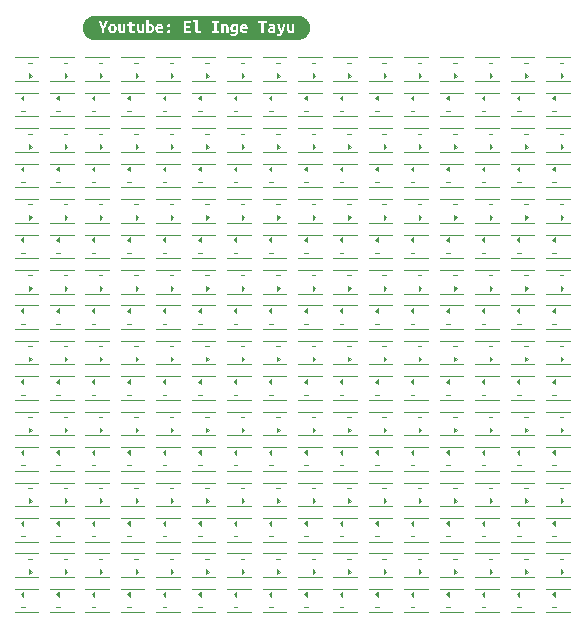
<source format=gbr>
%TF.GenerationSoftware,KiCad,Pcbnew,7.0.9*%
%TF.CreationDate,2024-04-10T17:12:19-05:00*%
%TF.ProjectId,Aniversario-PCBWAY,416e6976-6572-4736-9172-696f2d504342,rev?*%
%TF.SameCoordinates,Original*%
%TF.FileFunction,Legend,Top*%
%TF.FilePolarity,Positive*%
%FSLAX46Y46*%
G04 Gerber Fmt 4.6, Leading zero omitted, Abs format (unit mm)*
G04 Created by KiCad (PCBNEW 7.0.9) date 2024-04-10 17:12:19*
%MOMM*%
%LPD*%
G01*
G04 APERTURE LIST*
%ADD10C,0.100000*%
G04 APERTURE END LIST*
D10*
%TO.C,D20*%
X79000000Y-55500000D02*
X80000000Y-55500000D01*
X79000000Y-55500000D02*
X78000000Y-55500000D01*
X79000000Y-53500000D02*
X80000000Y-53500000D01*
X79000000Y-53500000D02*
X78000000Y-53500000D01*
X78850000Y-55050000D02*
X78550000Y-55050000D01*
X78550000Y-55050000D02*
X78550000Y-55050000D01*
X78550000Y-55050000D02*
X78850000Y-55050000D01*
X78850000Y-55050000D02*
X78850000Y-55050000D01*
X78750000Y-54150000D02*
X78550000Y-53950000D01*
X78750000Y-53750000D01*
X78750000Y-54150000D01*
G36*
X78750000Y-54150000D02*
G01*
X78550000Y-53950000D01*
X78750000Y-53750000D01*
X78750000Y-54150000D01*
G37*
%TO.C,D122*%
X61000000Y-73500000D02*
X62000000Y-73500000D01*
X61000000Y-73500000D02*
X60000000Y-73500000D01*
X61000000Y-71500000D02*
X62000000Y-71500000D01*
X61000000Y-71500000D02*
X60000000Y-71500000D01*
X60850000Y-73050000D02*
X60550000Y-73050000D01*
X60550000Y-73050000D02*
X60550000Y-73050000D01*
X60550000Y-73050000D02*
X60850000Y-73050000D01*
X60850000Y-73050000D02*
X60850000Y-73050000D01*
X60750000Y-72150000D02*
X60550000Y-71950000D01*
X60750000Y-71750000D01*
X60750000Y-72150000D01*
G36*
X60750000Y-72150000D02*
G01*
X60550000Y-71950000D01*
X60750000Y-71750000D01*
X60750000Y-72150000D01*
G37*
%TO.C,D55*%
X70000000Y-61500000D02*
X71000000Y-61500000D01*
X70000000Y-61500000D02*
X69000000Y-61500000D01*
X70000000Y-59500000D02*
X71000000Y-59500000D01*
X70000000Y-59500000D02*
X69000000Y-59500000D01*
X69850000Y-61050000D02*
X69550000Y-61050000D01*
X69550000Y-61050000D02*
X69550000Y-61050000D01*
X69550000Y-61050000D02*
X69850000Y-61050000D01*
X69850000Y-61050000D02*
X69850000Y-61050000D01*
X69750000Y-60150000D02*
X69550000Y-59950000D01*
X69750000Y-59750000D01*
X69750000Y-60150000D01*
G36*
X69750000Y-60150000D02*
G01*
X69550000Y-59950000D01*
X69750000Y-59750000D01*
X69750000Y-60150000D01*
G37*
%TO.C,D141*%
X73000000Y-74500000D02*
X72000000Y-74500000D01*
X73000000Y-74500000D02*
X74000000Y-74500000D01*
X73000000Y-76500000D02*
X72000000Y-76500000D01*
X73000000Y-76500000D02*
X74000000Y-76500000D01*
X73150000Y-74950000D02*
X73450000Y-74950000D01*
X73450000Y-74950000D02*
X73450000Y-74950000D01*
X73450000Y-74950000D02*
X73150000Y-74950000D01*
X73150000Y-74950000D02*
X73150000Y-74950000D01*
X73450000Y-76050000D02*
X73250000Y-76250000D01*
X73250000Y-75850000D01*
X73450000Y-76050000D01*
G36*
X73450000Y-76050000D02*
G01*
X73250000Y-76250000D01*
X73250000Y-75850000D01*
X73450000Y-76050000D01*
G37*
%TO.C,D249*%
X64000000Y-97500000D02*
X65000000Y-97500000D01*
X64000000Y-97500000D02*
X63000000Y-97500000D01*
X64000000Y-95500000D02*
X65000000Y-95500000D01*
X64000000Y-95500000D02*
X63000000Y-95500000D01*
X63850000Y-97050000D02*
X63550000Y-97050000D01*
X63550000Y-97050000D02*
X63550000Y-97050000D01*
X63550000Y-97050000D02*
X63850000Y-97050000D01*
X63850000Y-97050000D02*
X63850000Y-97050000D01*
X63750000Y-96150000D02*
X63550000Y-95950000D01*
X63750000Y-95750000D01*
X63750000Y-96150000D01*
G36*
X63750000Y-96150000D02*
G01*
X63550000Y-95950000D01*
X63750000Y-95750000D01*
X63750000Y-96150000D01*
G37*
%TO.C,D116*%
X79000000Y-73500000D02*
X80000000Y-73500000D01*
X79000000Y-73500000D02*
X78000000Y-73500000D01*
X79000000Y-71500000D02*
X80000000Y-71500000D01*
X79000000Y-71500000D02*
X78000000Y-71500000D01*
X78850000Y-73050000D02*
X78550000Y-73050000D01*
X78550000Y-73050000D02*
X78550000Y-73050000D01*
X78550000Y-73050000D02*
X78850000Y-73050000D01*
X78850000Y-73050000D02*
X78850000Y-73050000D01*
X78750000Y-72150000D02*
X78550000Y-71950000D01*
X78750000Y-71750000D01*
X78750000Y-72150000D01*
G36*
X78750000Y-72150000D02*
G01*
X78550000Y-71950000D01*
X78750000Y-71750000D01*
X78750000Y-72150000D01*
G37*
%TO.C,D10*%
X64000000Y-50500000D02*
X63000000Y-50500000D01*
X64000000Y-50500000D02*
X65000000Y-50500000D01*
X64000000Y-52500000D02*
X63000000Y-52500000D01*
X64000000Y-52500000D02*
X65000000Y-52500000D01*
X64150000Y-50950000D02*
X64450000Y-50950000D01*
X64450000Y-50950000D02*
X64450000Y-50950000D01*
X64450000Y-50950000D02*
X64150000Y-50950000D01*
X64150000Y-50950000D02*
X64150000Y-50950000D01*
X64450000Y-52050000D02*
X64250000Y-52250000D01*
X64250000Y-51850000D01*
X64450000Y-52050000D01*
G36*
X64450000Y-52050000D02*
G01*
X64250000Y-52250000D01*
X64250000Y-51850000D01*
X64450000Y-52050000D01*
G37*
%TO.C,D194*%
X40000000Y-86500000D02*
X39000000Y-86500000D01*
X40000000Y-86500000D02*
X41000000Y-86500000D01*
X40000000Y-88500000D02*
X39000000Y-88500000D01*
X40000000Y-88500000D02*
X41000000Y-88500000D01*
X40150000Y-86950000D02*
X40450000Y-86950000D01*
X40450000Y-86950000D02*
X40450000Y-86950000D01*
X40450000Y-86950000D02*
X40150000Y-86950000D01*
X40150000Y-86950000D02*
X40150000Y-86950000D01*
X40450000Y-88050000D02*
X40250000Y-88250000D01*
X40250000Y-87850000D01*
X40450000Y-88050000D01*
G36*
X40450000Y-88050000D02*
G01*
X40250000Y-88250000D01*
X40250000Y-87850000D01*
X40450000Y-88050000D01*
G37*
%TO.C,D146*%
X85000000Y-79500000D02*
X86000000Y-79500000D01*
X85000000Y-79500000D02*
X84000000Y-79500000D01*
X85000000Y-77500000D02*
X86000000Y-77500000D01*
X85000000Y-77500000D02*
X84000000Y-77500000D01*
X84850000Y-79050000D02*
X84550000Y-79050000D01*
X84550000Y-79050000D02*
X84550000Y-79050000D01*
X84550000Y-79050000D02*
X84850000Y-79050000D01*
X84850000Y-79050000D02*
X84850000Y-79050000D01*
X84750000Y-78150000D02*
X84550000Y-77950000D01*
X84750000Y-77750000D01*
X84750000Y-78150000D01*
G36*
X84750000Y-78150000D02*
G01*
X84550000Y-77950000D01*
X84750000Y-77750000D01*
X84750000Y-78150000D01*
G37*
%TO.C,D95*%
X46000000Y-67500000D02*
X47000000Y-67500000D01*
X46000000Y-67500000D02*
X45000000Y-67500000D01*
X46000000Y-65500000D02*
X47000000Y-65500000D01*
X46000000Y-65500000D02*
X45000000Y-65500000D01*
X45850000Y-67050000D02*
X45550000Y-67050000D01*
X45550000Y-67050000D02*
X45550000Y-67050000D01*
X45550000Y-67050000D02*
X45850000Y-67050000D01*
X45850000Y-67050000D02*
X45850000Y-67050000D01*
X45750000Y-66150000D02*
X45550000Y-65950000D01*
X45750000Y-65750000D01*
X45750000Y-66150000D01*
G36*
X45750000Y-66150000D02*
G01*
X45550000Y-65950000D01*
X45750000Y-65750000D01*
X45750000Y-66150000D01*
G37*
%TO.C,D69*%
X49000000Y-62500000D02*
X48000000Y-62500000D01*
X49000000Y-62500000D02*
X50000000Y-62500000D01*
X49000000Y-64500000D02*
X48000000Y-64500000D01*
X49000000Y-64500000D02*
X50000000Y-64500000D01*
X49150000Y-62950000D02*
X49450000Y-62950000D01*
X49450000Y-62950000D02*
X49450000Y-62950000D01*
X49450000Y-62950000D02*
X49150000Y-62950000D01*
X49150000Y-62950000D02*
X49150000Y-62950000D01*
X49450000Y-64050000D02*
X49250000Y-64250000D01*
X49250000Y-63850000D01*
X49450000Y-64050000D01*
G36*
X49450000Y-64050000D02*
G01*
X49250000Y-64250000D01*
X49250000Y-63850000D01*
X49450000Y-64050000D01*
G37*
%TO.C,D232*%
X58000000Y-92500000D02*
X57000000Y-92500000D01*
X58000000Y-92500000D02*
X59000000Y-92500000D01*
X58000000Y-94500000D02*
X57000000Y-94500000D01*
X58000000Y-94500000D02*
X59000000Y-94500000D01*
X58150000Y-92950000D02*
X58450000Y-92950000D01*
X58450000Y-92950000D02*
X58450000Y-92950000D01*
X58450000Y-92950000D02*
X58150000Y-92950000D01*
X58150000Y-92950000D02*
X58150000Y-92950000D01*
X58450000Y-94050000D02*
X58250000Y-94250000D01*
X58250000Y-93850000D01*
X58450000Y-94050000D01*
G36*
X58450000Y-94050000D02*
G01*
X58250000Y-94250000D01*
X58250000Y-93850000D01*
X58450000Y-94050000D01*
G37*
%TO.C,D214*%
X73000000Y-91500000D02*
X74000000Y-91500000D01*
X73000000Y-91500000D02*
X72000000Y-91500000D01*
X73000000Y-89500000D02*
X74000000Y-89500000D01*
X73000000Y-89500000D02*
X72000000Y-89500000D01*
X72850000Y-91050000D02*
X72550000Y-91050000D01*
X72550000Y-91050000D02*
X72550000Y-91050000D01*
X72550000Y-91050000D02*
X72850000Y-91050000D01*
X72850000Y-91050000D02*
X72850000Y-91050000D01*
X72750000Y-90150000D02*
X72550000Y-89950000D01*
X72750000Y-89750000D01*
X72750000Y-90150000D01*
G36*
X72750000Y-90150000D02*
G01*
X72550000Y-89950000D01*
X72750000Y-89750000D01*
X72750000Y-90150000D01*
G37*
%TO.C,D9*%
X61000000Y-50500000D02*
X60000000Y-50500000D01*
X61000000Y-50500000D02*
X62000000Y-50500000D01*
X61000000Y-52500000D02*
X60000000Y-52500000D01*
X61000000Y-52500000D02*
X62000000Y-52500000D01*
X61150000Y-50950000D02*
X61450000Y-50950000D01*
X61450000Y-50950000D02*
X61450000Y-50950000D01*
X61450000Y-50950000D02*
X61150000Y-50950000D01*
X61150000Y-50950000D02*
X61150000Y-50950000D01*
X61450000Y-52050000D02*
X61250000Y-52250000D01*
X61250000Y-51850000D01*
X61450000Y-52050000D01*
G36*
X61450000Y-52050000D02*
G01*
X61250000Y-52250000D01*
X61250000Y-51850000D01*
X61450000Y-52050000D01*
G37*
%TO.C,D126*%
X49000000Y-73500000D02*
X50000000Y-73500000D01*
X49000000Y-73500000D02*
X48000000Y-73500000D01*
X49000000Y-71500000D02*
X50000000Y-71500000D01*
X49000000Y-71500000D02*
X48000000Y-71500000D01*
X48850000Y-73050000D02*
X48550000Y-73050000D01*
X48550000Y-73050000D02*
X48550000Y-73050000D01*
X48550000Y-73050000D02*
X48850000Y-73050000D01*
X48850000Y-73050000D02*
X48850000Y-73050000D01*
X48750000Y-72150000D02*
X48550000Y-71950000D01*
X48750000Y-71750000D01*
X48750000Y-72150000D01*
G36*
X48750000Y-72150000D02*
G01*
X48550000Y-71950000D01*
X48750000Y-71750000D01*
X48750000Y-72150000D01*
G37*
%TO.C,D183*%
X70000000Y-85500000D02*
X71000000Y-85500000D01*
X70000000Y-85500000D02*
X69000000Y-85500000D01*
X70000000Y-83500000D02*
X71000000Y-83500000D01*
X70000000Y-83500000D02*
X69000000Y-83500000D01*
X69850000Y-85050000D02*
X69550000Y-85050000D01*
X69550000Y-85050000D02*
X69550000Y-85050000D01*
X69550000Y-85050000D02*
X69850000Y-85050000D01*
X69850000Y-85050000D02*
X69850000Y-85050000D01*
X69750000Y-84150000D02*
X69550000Y-83950000D01*
X69750000Y-83750000D01*
X69750000Y-84150000D01*
G36*
X69750000Y-84150000D02*
G01*
X69550000Y-83950000D01*
X69750000Y-83750000D01*
X69750000Y-84150000D01*
G37*
%TO.C,D104*%
X58000000Y-68500000D02*
X57000000Y-68500000D01*
X58000000Y-68500000D02*
X59000000Y-68500000D01*
X58000000Y-70500000D02*
X57000000Y-70500000D01*
X58000000Y-70500000D02*
X59000000Y-70500000D01*
X58150000Y-68950000D02*
X58450000Y-68950000D01*
X58450000Y-68950000D02*
X58450000Y-68950000D01*
X58450000Y-68950000D02*
X58150000Y-68950000D01*
X58150000Y-68950000D02*
X58150000Y-68950000D01*
X58450000Y-70050000D02*
X58250000Y-70250000D01*
X58250000Y-69850000D01*
X58450000Y-70050000D01*
G36*
X58450000Y-70050000D02*
G01*
X58250000Y-70250000D01*
X58250000Y-69850000D01*
X58450000Y-70050000D01*
G37*
%TO.C,D189*%
X52000000Y-85500000D02*
X53000000Y-85500000D01*
X52000000Y-85500000D02*
X51000000Y-85500000D01*
X52000000Y-83500000D02*
X53000000Y-83500000D01*
X52000000Y-83500000D02*
X51000000Y-83500000D01*
X51850000Y-85050000D02*
X51550000Y-85050000D01*
X51550000Y-85050000D02*
X51550000Y-85050000D01*
X51550000Y-85050000D02*
X51850000Y-85050000D01*
X51850000Y-85050000D02*
X51850000Y-85050000D01*
X51750000Y-84150000D02*
X51550000Y-83950000D01*
X51750000Y-83750000D01*
X51750000Y-84150000D01*
G36*
X51750000Y-84150000D02*
G01*
X51550000Y-83950000D01*
X51750000Y-83750000D01*
X51750000Y-84150000D01*
G37*
%TO.C,D200*%
X58000000Y-86500000D02*
X57000000Y-86500000D01*
X58000000Y-86500000D02*
X59000000Y-86500000D01*
X58000000Y-88500000D02*
X57000000Y-88500000D01*
X58000000Y-88500000D02*
X59000000Y-88500000D01*
X58150000Y-86950000D02*
X58450000Y-86950000D01*
X58450000Y-86950000D02*
X58450000Y-86950000D01*
X58450000Y-86950000D02*
X58150000Y-86950000D01*
X58150000Y-86950000D02*
X58150000Y-86950000D01*
X58450000Y-88050000D02*
X58250000Y-88250000D01*
X58250000Y-87850000D01*
X58450000Y-88050000D01*
G36*
X58450000Y-88050000D02*
G01*
X58250000Y-88250000D01*
X58250000Y-87850000D01*
X58450000Y-88050000D01*
G37*
%TO.C,D113*%
X85000000Y-68500000D02*
X84000000Y-68500000D01*
X85000000Y-68500000D02*
X86000000Y-68500000D01*
X85000000Y-70500000D02*
X84000000Y-70500000D01*
X85000000Y-70500000D02*
X86000000Y-70500000D01*
X85150000Y-68950000D02*
X85450000Y-68950000D01*
X85450000Y-68950000D02*
X85450000Y-68950000D01*
X85450000Y-68950000D02*
X85150000Y-68950000D01*
X85150000Y-68950000D02*
X85150000Y-68950000D01*
X85450000Y-70050000D02*
X85250000Y-70250000D01*
X85250000Y-69850000D01*
X85450000Y-70050000D01*
G36*
X85450000Y-70050000D02*
G01*
X85250000Y-70250000D01*
X85250000Y-69850000D01*
X85450000Y-70050000D01*
G37*
%TO.C,D110*%
X76000000Y-68500000D02*
X75000000Y-68500000D01*
X76000000Y-68500000D02*
X77000000Y-68500000D01*
X76000000Y-70500000D02*
X75000000Y-70500000D01*
X76000000Y-70500000D02*
X77000000Y-70500000D01*
X76150000Y-68950000D02*
X76450000Y-68950000D01*
X76450000Y-68950000D02*
X76450000Y-68950000D01*
X76450000Y-68950000D02*
X76150000Y-68950000D01*
X76150000Y-68950000D02*
X76150000Y-68950000D01*
X76450000Y-70050000D02*
X76250000Y-70250000D01*
X76250000Y-69850000D01*
X76450000Y-70050000D01*
G36*
X76450000Y-70050000D02*
G01*
X76250000Y-70250000D01*
X76250000Y-69850000D01*
X76450000Y-70050000D01*
G37*
%TO.C,D168*%
X58000000Y-80500000D02*
X57000000Y-80500000D01*
X58000000Y-80500000D02*
X59000000Y-80500000D01*
X58000000Y-82500000D02*
X57000000Y-82500000D01*
X58000000Y-82500000D02*
X59000000Y-82500000D01*
X58150000Y-80950000D02*
X58450000Y-80950000D01*
X58450000Y-80950000D02*
X58450000Y-80950000D01*
X58450000Y-80950000D02*
X58150000Y-80950000D01*
X58150000Y-80950000D02*
X58150000Y-80950000D01*
X58450000Y-82050000D02*
X58250000Y-82250000D01*
X58250000Y-81850000D01*
X58450000Y-82050000D01*
G36*
X58450000Y-82050000D02*
G01*
X58250000Y-82250000D01*
X58250000Y-81850000D01*
X58450000Y-82050000D01*
G37*
%TO.C,D84*%
X79000000Y-67500000D02*
X80000000Y-67500000D01*
X79000000Y-67500000D02*
X78000000Y-67500000D01*
X79000000Y-65500000D02*
X80000000Y-65500000D01*
X79000000Y-65500000D02*
X78000000Y-65500000D01*
X78850000Y-67050000D02*
X78550000Y-67050000D01*
X78550000Y-67050000D02*
X78550000Y-67050000D01*
X78550000Y-67050000D02*
X78850000Y-67050000D01*
X78850000Y-67050000D02*
X78850000Y-67050000D01*
X78750000Y-66150000D02*
X78550000Y-65950000D01*
X78750000Y-65750000D01*
X78750000Y-66150000D01*
G36*
X78750000Y-66150000D02*
G01*
X78550000Y-65950000D01*
X78750000Y-65750000D01*
X78750000Y-66150000D01*
G37*
%TO.C,D36*%
X46000000Y-56500000D02*
X45000000Y-56500000D01*
X46000000Y-56500000D02*
X47000000Y-56500000D01*
X46000000Y-58500000D02*
X45000000Y-58500000D01*
X46000000Y-58500000D02*
X47000000Y-58500000D01*
X46150000Y-56950000D02*
X46450000Y-56950000D01*
X46450000Y-56950000D02*
X46450000Y-56950000D01*
X46450000Y-56950000D02*
X46150000Y-56950000D01*
X46150000Y-56950000D02*
X46150000Y-56950000D01*
X46450000Y-58050000D02*
X46250000Y-58250000D01*
X46250000Y-57850000D01*
X46450000Y-58050000D01*
G36*
X46450000Y-58050000D02*
G01*
X46250000Y-58250000D01*
X46250000Y-57850000D01*
X46450000Y-58050000D01*
G37*
%TO.C,D182*%
X73000000Y-85500000D02*
X74000000Y-85500000D01*
X73000000Y-85500000D02*
X72000000Y-85500000D01*
X73000000Y-83500000D02*
X74000000Y-83500000D01*
X73000000Y-83500000D02*
X72000000Y-83500000D01*
X72850000Y-85050000D02*
X72550000Y-85050000D01*
X72550000Y-85050000D02*
X72550000Y-85050000D01*
X72550000Y-85050000D02*
X72850000Y-85050000D01*
X72850000Y-85050000D02*
X72850000Y-85050000D01*
X72750000Y-84150000D02*
X72550000Y-83950000D01*
X72750000Y-83750000D01*
X72750000Y-84150000D01*
G36*
X72750000Y-84150000D02*
G01*
X72550000Y-83950000D01*
X72750000Y-83750000D01*
X72750000Y-84150000D01*
G37*
%TO.C,D206*%
X76000000Y-86500000D02*
X75000000Y-86500000D01*
X76000000Y-86500000D02*
X77000000Y-86500000D01*
X76000000Y-88500000D02*
X75000000Y-88500000D01*
X76000000Y-88500000D02*
X77000000Y-88500000D01*
X76150000Y-86950000D02*
X76450000Y-86950000D01*
X76450000Y-86950000D02*
X76450000Y-86950000D01*
X76450000Y-86950000D02*
X76150000Y-86950000D01*
X76150000Y-86950000D02*
X76150000Y-86950000D01*
X76450000Y-88050000D02*
X76250000Y-88250000D01*
X76250000Y-87850000D01*
X76450000Y-88050000D01*
G36*
X76450000Y-88050000D02*
G01*
X76250000Y-88250000D01*
X76250000Y-87850000D01*
X76450000Y-88050000D01*
G37*
%TO.C,D223*%
X46000000Y-91500000D02*
X47000000Y-91500000D01*
X46000000Y-91500000D02*
X45000000Y-91500000D01*
X46000000Y-89500000D02*
X47000000Y-89500000D01*
X46000000Y-89500000D02*
X45000000Y-89500000D01*
X45850000Y-91050000D02*
X45550000Y-91050000D01*
X45550000Y-91050000D02*
X45550000Y-91050000D01*
X45550000Y-91050000D02*
X45850000Y-91050000D01*
X45850000Y-91050000D02*
X45850000Y-91050000D01*
X45750000Y-90150000D02*
X45550000Y-89950000D01*
X45750000Y-89750000D01*
X45750000Y-90150000D01*
G36*
X45750000Y-90150000D02*
G01*
X45550000Y-89950000D01*
X45750000Y-89750000D01*
X45750000Y-90150000D01*
G37*
%TO.C,D218*%
X61000000Y-91500000D02*
X62000000Y-91500000D01*
X61000000Y-91500000D02*
X60000000Y-91500000D01*
X61000000Y-89500000D02*
X62000000Y-89500000D01*
X61000000Y-89500000D02*
X60000000Y-89500000D01*
X60850000Y-91050000D02*
X60550000Y-91050000D01*
X60550000Y-91050000D02*
X60550000Y-91050000D01*
X60550000Y-91050000D02*
X60850000Y-91050000D01*
X60850000Y-91050000D02*
X60850000Y-91050000D01*
X60750000Y-90150000D02*
X60550000Y-89950000D01*
X60750000Y-89750000D01*
X60750000Y-90150000D01*
G36*
X60750000Y-90150000D02*
G01*
X60550000Y-89950000D01*
X60750000Y-89750000D01*
X60750000Y-90150000D01*
G37*
%TO.C,D19*%
X82000000Y-55500000D02*
X83000000Y-55500000D01*
X82000000Y-55500000D02*
X81000000Y-55500000D01*
X82000000Y-53500000D02*
X83000000Y-53500000D01*
X82000000Y-53500000D02*
X81000000Y-53500000D01*
X81850000Y-55050000D02*
X81550000Y-55050000D01*
X81550000Y-55050000D02*
X81550000Y-55050000D01*
X81550000Y-55050000D02*
X81850000Y-55050000D01*
X81850000Y-55050000D02*
X81850000Y-55050000D01*
X81750000Y-54150000D02*
X81550000Y-53950000D01*
X81750000Y-53750000D01*
X81750000Y-54150000D01*
G36*
X81750000Y-54150000D02*
G01*
X81550000Y-53950000D01*
X81750000Y-53750000D01*
X81750000Y-54150000D01*
G37*
%TO.C,D93*%
X52000000Y-67500000D02*
X53000000Y-67500000D01*
X52000000Y-67500000D02*
X51000000Y-67500000D01*
X52000000Y-65500000D02*
X53000000Y-65500000D01*
X52000000Y-65500000D02*
X51000000Y-65500000D01*
X51850000Y-67050000D02*
X51550000Y-67050000D01*
X51550000Y-67050000D02*
X51550000Y-67050000D01*
X51550000Y-67050000D02*
X51850000Y-67050000D01*
X51850000Y-67050000D02*
X51850000Y-67050000D01*
X51750000Y-66150000D02*
X51550000Y-65950000D01*
X51750000Y-65750000D01*
X51750000Y-66150000D01*
G36*
X51750000Y-66150000D02*
G01*
X51550000Y-65950000D01*
X51750000Y-65750000D01*
X51750000Y-66150000D01*
G37*
%TO.C,D26*%
X61000000Y-55500000D02*
X62000000Y-55500000D01*
X61000000Y-55500000D02*
X60000000Y-55500000D01*
X61000000Y-53500000D02*
X62000000Y-53500000D01*
X61000000Y-53500000D02*
X60000000Y-53500000D01*
X60850000Y-55050000D02*
X60550000Y-55050000D01*
X60550000Y-55050000D02*
X60550000Y-55050000D01*
X60550000Y-55050000D02*
X60850000Y-55050000D01*
X60850000Y-55050000D02*
X60850000Y-55050000D01*
X60750000Y-54150000D02*
X60550000Y-53950000D01*
X60750000Y-53750000D01*
X60750000Y-54150000D01*
G36*
X60750000Y-54150000D02*
G01*
X60550000Y-53950000D01*
X60750000Y-53750000D01*
X60750000Y-54150000D01*
G37*
%TO.C,D34*%
X40000000Y-56500000D02*
X39000000Y-56500000D01*
X40000000Y-56500000D02*
X41000000Y-56500000D01*
X40000000Y-58500000D02*
X39000000Y-58500000D01*
X40000000Y-58500000D02*
X41000000Y-58500000D01*
X40150000Y-56950000D02*
X40450000Y-56950000D01*
X40450000Y-56950000D02*
X40450000Y-56950000D01*
X40450000Y-56950000D02*
X40150000Y-56950000D01*
X40150000Y-56950000D02*
X40150000Y-56950000D01*
X40450000Y-58050000D02*
X40250000Y-58250000D01*
X40250000Y-57850000D01*
X40450000Y-58050000D01*
G36*
X40450000Y-58050000D02*
G01*
X40250000Y-58250000D01*
X40250000Y-57850000D01*
X40450000Y-58050000D01*
G37*
%TO.C,D228*%
X46000000Y-92500000D02*
X45000000Y-92500000D01*
X46000000Y-92500000D02*
X47000000Y-92500000D01*
X46000000Y-94500000D02*
X45000000Y-94500000D01*
X46000000Y-94500000D02*
X47000000Y-94500000D01*
X46150000Y-92950000D02*
X46450000Y-92950000D01*
X46450000Y-92950000D02*
X46450000Y-92950000D01*
X46450000Y-92950000D02*
X46150000Y-92950000D01*
X46150000Y-92950000D02*
X46150000Y-92950000D01*
X46450000Y-94050000D02*
X46250000Y-94250000D01*
X46250000Y-93850000D01*
X46450000Y-94050000D01*
G36*
X46450000Y-94050000D02*
G01*
X46250000Y-94250000D01*
X46250000Y-93850000D01*
X46450000Y-94050000D01*
G37*
%TO.C,D88*%
X67000000Y-67500000D02*
X68000000Y-67500000D01*
X67000000Y-67500000D02*
X66000000Y-67500000D01*
X67000000Y-65500000D02*
X68000000Y-65500000D01*
X67000000Y-65500000D02*
X66000000Y-65500000D01*
X66850000Y-67050000D02*
X66550000Y-67050000D01*
X66550000Y-67050000D02*
X66550000Y-67050000D01*
X66550000Y-67050000D02*
X66850000Y-67050000D01*
X66850000Y-67050000D02*
X66850000Y-67050000D01*
X66750000Y-66150000D02*
X66550000Y-65950000D01*
X66750000Y-65750000D01*
X66750000Y-66150000D01*
G36*
X66750000Y-66150000D02*
G01*
X66550000Y-65950000D01*
X66750000Y-65750000D01*
X66750000Y-66150000D01*
G37*
%TO.C,D127*%
X46000000Y-73500000D02*
X47000000Y-73500000D01*
X46000000Y-73500000D02*
X45000000Y-73500000D01*
X46000000Y-71500000D02*
X47000000Y-71500000D01*
X46000000Y-71500000D02*
X45000000Y-71500000D01*
X45850000Y-73050000D02*
X45550000Y-73050000D01*
X45550000Y-73050000D02*
X45550000Y-73050000D01*
X45550000Y-73050000D02*
X45850000Y-73050000D01*
X45850000Y-73050000D02*
X45850000Y-73050000D01*
X45750000Y-72150000D02*
X45550000Y-71950000D01*
X45750000Y-71750000D01*
X45750000Y-72150000D01*
G36*
X45750000Y-72150000D02*
G01*
X45550000Y-71950000D01*
X45750000Y-71750000D01*
X45750000Y-72150000D01*
G37*
%TO.C,D193*%
X40000000Y-85500000D02*
X41000000Y-85500000D01*
X40000000Y-85500000D02*
X39000000Y-85500000D01*
X40000000Y-83500000D02*
X41000000Y-83500000D01*
X40000000Y-83500000D02*
X39000000Y-83500000D01*
X39850000Y-85050000D02*
X39550000Y-85050000D01*
X39550000Y-85050000D02*
X39550000Y-85050000D01*
X39550000Y-85050000D02*
X39850000Y-85050000D01*
X39850000Y-85050000D02*
X39850000Y-85050000D01*
X39750000Y-84150000D02*
X39550000Y-83950000D01*
X39750000Y-83750000D01*
X39750000Y-84150000D01*
G36*
X39750000Y-84150000D02*
G01*
X39550000Y-83950000D01*
X39750000Y-83750000D01*
X39750000Y-84150000D01*
G37*
%TO.C,D63*%
X46000000Y-61500000D02*
X47000000Y-61500000D01*
X46000000Y-61500000D02*
X45000000Y-61500000D01*
X46000000Y-59500000D02*
X47000000Y-59500000D01*
X46000000Y-59500000D02*
X45000000Y-59500000D01*
X45850000Y-61050000D02*
X45550000Y-61050000D01*
X45550000Y-61050000D02*
X45550000Y-61050000D01*
X45550000Y-61050000D02*
X45850000Y-61050000D01*
X45850000Y-61050000D02*
X45850000Y-61050000D01*
X45750000Y-60150000D02*
X45550000Y-59950000D01*
X45750000Y-59750000D01*
X45750000Y-60150000D01*
G36*
X45750000Y-60150000D02*
G01*
X45550000Y-59950000D01*
X45750000Y-59750000D01*
X45750000Y-60150000D01*
G37*
%TO.C,D118*%
X73000000Y-73500000D02*
X74000000Y-73500000D01*
X73000000Y-73500000D02*
X72000000Y-73500000D01*
X73000000Y-71500000D02*
X74000000Y-71500000D01*
X73000000Y-71500000D02*
X72000000Y-71500000D01*
X72850000Y-73050000D02*
X72550000Y-73050000D01*
X72550000Y-73050000D02*
X72550000Y-73050000D01*
X72550000Y-73050000D02*
X72850000Y-73050000D01*
X72850000Y-73050000D02*
X72850000Y-73050000D01*
X72750000Y-72150000D02*
X72550000Y-71950000D01*
X72750000Y-71750000D01*
X72750000Y-72150000D01*
G36*
X72750000Y-72150000D02*
G01*
X72550000Y-71950000D01*
X72750000Y-71750000D01*
X72750000Y-72150000D01*
G37*
%TO.C,D39*%
X55000000Y-56500000D02*
X54000000Y-56500000D01*
X55000000Y-56500000D02*
X56000000Y-56500000D01*
X55000000Y-58500000D02*
X54000000Y-58500000D01*
X55000000Y-58500000D02*
X56000000Y-58500000D01*
X55150000Y-56950000D02*
X55450000Y-56950000D01*
X55450000Y-56950000D02*
X55450000Y-56950000D01*
X55450000Y-56950000D02*
X55150000Y-56950000D01*
X55150000Y-56950000D02*
X55150000Y-56950000D01*
X55450000Y-58050000D02*
X55250000Y-58250000D01*
X55250000Y-57850000D01*
X55450000Y-58050000D01*
G36*
X55450000Y-58050000D02*
G01*
X55250000Y-58250000D01*
X55250000Y-57850000D01*
X55450000Y-58050000D01*
G37*
%TO.C,D173*%
X73000000Y-80500000D02*
X72000000Y-80500000D01*
X73000000Y-80500000D02*
X74000000Y-80500000D01*
X73000000Y-82500000D02*
X72000000Y-82500000D01*
X73000000Y-82500000D02*
X74000000Y-82500000D01*
X73150000Y-80950000D02*
X73450000Y-80950000D01*
X73450000Y-80950000D02*
X73450000Y-80950000D01*
X73450000Y-80950000D02*
X73150000Y-80950000D01*
X73150000Y-80950000D02*
X73150000Y-80950000D01*
X73450000Y-82050000D02*
X73250000Y-82250000D01*
X73250000Y-81850000D01*
X73450000Y-82050000D01*
G36*
X73450000Y-82050000D02*
G01*
X73250000Y-82250000D01*
X73250000Y-81850000D01*
X73450000Y-82050000D01*
G37*
%TO.C,D97*%
X40000000Y-67500000D02*
X41000000Y-67500000D01*
X40000000Y-67500000D02*
X39000000Y-67500000D01*
X40000000Y-65500000D02*
X41000000Y-65500000D01*
X40000000Y-65500000D02*
X39000000Y-65500000D01*
X39850000Y-67050000D02*
X39550000Y-67050000D01*
X39550000Y-67050000D02*
X39550000Y-67050000D01*
X39550000Y-67050000D02*
X39850000Y-67050000D01*
X39850000Y-67050000D02*
X39850000Y-67050000D01*
X39750000Y-66150000D02*
X39550000Y-65950000D01*
X39750000Y-65750000D01*
X39750000Y-66150000D01*
G36*
X39750000Y-66150000D02*
G01*
X39550000Y-65950000D01*
X39750000Y-65750000D01*
X39750000Y-66150000D01*
G37*
%TO.C,D238*%
X76000000Y-92500000D02*
X75000000Y-92500000D01*
X76000000Y-92500000D02*
X77000000Y-92500000D01*
X76000000Y-94500000D02*
X75000000Y-94500000D01*
X76000000Y-94500000D02*
X77000000Y-94500000D01*
X76150000Y-92950000D02*
X76450000Y-92950000D01*
X76450000Y-92950000D02*
X76450000Y-92950000D01*
X76450000Y-92950000D02*
X76150000Y-92950000D01*
X76150000Y-92950000D02*
X76150000Y-92950000D01*
X76450000Y-94050000D02*
X76250000Y-94250000D01*
X76250000Y-93850000D01*
X76450000Y-94050000D01*
G36*
X76450000Y-94050000D02*
G01*
X76250000Y-94250000D01*
X76250000Y-93850000D01*
X76450000Y-94050000D01*
G37*
%TO.C,D208*%
X82000000Y-86500000D02*
X81000000Y-86500000D01*
X82000000Y-86500000D02*
X83000000Y-86500000D01*
X82000000Y-88500000D02*
X81000000Y-88500000D01*
X82000000Y-88500000D02*
X83000000Y-88500000D01*
X82150000Y-86950000D02*
X82450000Y-86950000D01*
X82450000Y-86950000D02*
X82450000Y-86950000D01*
X82450000Y-86950000D02*
X82150000Y-86950000D01*
X82150000Y-86950000D02*
X82150000Y-86950000D01*
X82450000Y-88050000D02*
X82250000Y-88250000D01*
X82250000Y-87850000D01*
X82450000Y-88050000D01*
G36*
X82450000Y-88050000D02*
G01*
X82250000Y-88250000D01*
X82250000Y-87850000D01*
X82450000Y-88050000D01*
G37*
%TO.C,D99*%
X43000000Y-68500000D02*
X42000000Y-68500000D01*
X43000000Y-68500000D02*
X44000000Y-68500000D01*
X43000000Y-70500000D02*
X42000000Y-70500000D01*
X43000000Y-70500000D02*
X44000000Y-70500000D01*
X43150000Y-68950000D02*
X43450000Y-68950000D01*
X43450000Y-68950000D02*
X43450000Y-68950000D01*
X43450000Y-68950000D02*
X43150000Y-68950000D01*
X43150000Y-68950000D02*
X43150000Y-68950000D01*
X43450000Y-70050000D02*
X43250000Y-70250000D01*
X43250000Y-69850000D01*
X43450000Y-70050000D01*
G36*
X43450000Y-70050000D02*
G01*
X43250000Y-70250000D01*
X43250000Y-69850000D01*
X43450000Y-70050000D01*
G37*
%TO.C,D140*%
X70000000Y-74500000D02*
X69000000Y-74500000D01*
X70000000Y-74500000D02*
X71000000Y-74500000D01*
X70000000Y-76500000D02*
X69000000Y-76500000D01*
X70000000Y-76500000D02*
X71000000Y-76500000D01*
X70150000Y-74950000D02*
X70450000Y-74950000D01*
X70450000Y-74950000D02*
X70450000Y-74950000D01*
X70450000Y-74950000D02*
X70150000Y-74950000D01*
X70150000Y-74950000D02*
X70150000Y-74950000D01*
X70450000Y-76050000D02*
X70250000Y-76250000D01*
X70250000Y-75850000D01*
X70450000Y-76050000D01*
G36*
X70450000Y-76050000D02*
G01*
X70250000Y-76250000D01*
X70250000Y-75850000D01*
X70450000Y-76050000D01*
G37*
%TO.C,D237*%
X73000000Y-92500000D02*
X72000000Y-92500000D01*
X73000000Y-92500000D02*
X74000000Y-92500000D01*
X73000000Y-94500000D02*
X72000000Y-94500000D01*
X73000000Y-94500000D02*
X74000000Y-94500000D01*
X73150000Y-92950000D02*
X73450000Y-92950000D01*
X73450000Y-92950000D02*
X73450000Y-92950000D01*
X73450000Y-92950000D02*
X73150000Y-92950000D01*
X73150000Y-92950000D02*
X73150000Y-92950000D01*
X73450000Y-94050000D02*
X73250000Y-94250000D01*
X73250000Y-93850000D01*
X73450000Y-94050000D01*
G36*
X73450000Y-94050000D02*
G01*
X73250000Y-94250000D01*
X73250000Y-93850000D01*
X73450000Y-94050000D01*
G37*
%TO.C,D22*%
X73000000Y-55500000D02*
X74000000Y-55500000D01*
X73000000Y-55500000D02*
X72000000Y-55500000D01*
X73000000Y-53500000D02*
X74000000Y-53500000D01*
X73000000Y-53500000D02*
X72000000Y-53500000D01*
X72850000Y-55050000D02*
X72550000Y-55050000D01*
X72550000Y-55050000D02*
X72550000Y-55050000D01*
X72550000Y-55050000D02*
X72850000Y-55050000D01*
X72850000Y-55050000D02*
X72850000Y-55050000D01*
X72750000Y-54150000D02*
X72550000Y-53950000D01*
X72750000Y-53750000D01*
X72750000Y-54150000D01*
G36*
X72750000Y-54150000D02*
G01*
X72550000Y-53950000D01*
X72750000Y-53750000D01*
X72750000Y-54150000D01*
G37*
%TO.C,D14*%
X76000000Y-50500000D02*
X75000000Y-50500000D01*
X76000000Y-50500000D02*
X77000000Y-50500000D01*
X76000000Y-52500000D02*
X75000000Y-52500000D01*
X76000000Y-52500000D02*
X77000000Y-52500000D01*
X76150000Y-50950000D02*
X76450000Y-50950000D01*
X76450000Y-50950000D02*
X76450000Y-50950000D01*
X76450000Y-50950000D02*
X76150000Y-50950000D01*
X76150000Y-50950000D02*
X76150000Y-50950000D01*
X76450000Y-52050000D02*
X76250000Y-52250000D01*
X76250000Y-51850000D01*
X76450000Y-52050000D01*
G36*
X76450000Y-52050000D02*
G01*
X76250000Y-52250000D01*
X76250000Y-51850000D01*
X76450000Y-52050000D01*
G37*
%TO.C,D66*%
X40000000Y-62500000D02*
X39000000Y-62500000D01*
X40000000Y-62500000D02*
X41000000Y-62500000D01*
X40000000Y-64500000D02*
X39000000Y-64500000D01*
X40000000Y-64500000D02*
X41000000Y-64500000D01*
X40150000Y-62950000D02*
X40450000Y-62950000D01*
X40450000Y-62950000D02*
X40450000Y-62950000D01*
X40450000Y-62950000D02*
X40150000Y-62950000D01*
X40150000Y-62950000D02*
X40150000Y-62950000D01*
X40450000Y-64050000D02*
X40250000Y-64250000D01*
X40250000Y-63850000D01*
X40450000Y-64050000D01*
G36*
X40450000Y-64050000D02*
G01*
X40250000Y-64250000D01*
X40250000Y-63850000D01*
X40450000Y-64050000D01*
G37*
%TO.C,D248*%
X67000000Y-97500000D02*
X68000000Y-97500000D01*
X67000000Y-97500000D02*
X66000000Y-97500000D01*
X67000000Y-95500000D02*
X68000000Y-95500000D01*
X67000000Y-95500000D02*
X66000000Y-95500000D01*
X66850000Y-97050000D02*
X66550000Y-97050000D01*
X66550000Y-97050000D02*
X66550000Y-97050000D01*
X66550000Y-97050000D02*
X66850000Y-97050000D01*
X66850000Y-97050000D02*
X66850000Y-97050000D01*
X66750000Y-96150000D02*
X66550000Y-95950000D01*
X66750000Y-95750000D01*
X66750000Y-96150000D01*
G36*
X66750000Y-96150000D02*
G01*
X66550000Y-95950000D01*
X66750000Y-95750000D01*
X66750000Y-96150000D01*
G37*
%TO.C,D103*%
X55000000Y-68500000D02*
X54000000Y-68500000D01*
X55000000Y-68500000D02*
X56000000Y-68500000D01*
X55000000Y-70500000D02*
X54000000Y-70500000D01*
X55000000Y-70500000D02*
X56000000Y-70500000D01*
X55150000Y-68950000D02*
X55450000Y-68950000D01*
X55450000Y-68950000D02*
X55450000Y-68950000D01*
X55450000Y-68950000D02*
X55150000Y-68950000D01*
X55150000Y-68950000D02*
X55150000Y-68950000D01*
X55450000Y-70050000D02*
X55250000Y-70250000D01*
X55250000Y-69850000D01*
X55450000Y-70050000D01*
G36*
X55450000Y-70050000D02*
G01*
X55250000Y-70250000D01*
X55250000Y-69850000D01*
X55450000Y-70050000D01*
G37*
%TO.C,D158*%
X49000000Y-79500000D02*
X50000000Y-79500000D01*
X49000000Y-79500000D02*
X48000000Y-79500000D01*
X49000000Y-77500000D02*
X50000000Y-77500000D01*
X49000000Y-77500000D02*
X48000000Y-77500000D01*
X48850000Y-79050000D02*
X48550000Y-79050000D01*
X48550000Y-79050000D02*
X48550000Y-79050000D01*
X48550000Y-79050000D02*
X48850000Y-79050000D01*
X48850000Y-79050000D02*
X48850000Y-79050000D01*
X48750000Y-78150000D02*
X48550000Y-77950000D01*
X48750000Y-77750000D01*
X48750000Y-78150000D01*
G36*
X48750000Y-78150000D02*
G01*
X48550000Y-77950000D01*
X48750000Y-77750000D01*
X48750000Y-78150000D01*
G37*
%TO.C,D230*%
X52000000Y-92500000D02*
X51000000Y-92500000D01*
X52000000Y-92500000D02*
X53000000Y-92500000D01*
X52000000Y-94500000D02*
X51000000Y-94500000D01*
X52000000Y-94500000D02*
X53000000Y-94500000D01*
X52150000Y-92950000D02*
X52450000Y-92950000D01*
X52450000Y-92950000D02*
X52450000Y-92950000D01*
X52450000Y-92950000D02*
X52150000Y-92950000D01*
X52150000Y-92950000D02*
X52150000Y-92950000D01*
X52450000Y-94050000D02*
X52250000Y-94250000D01*
X52250000Y-93850000D01*
X52450000Y-94050000D01*
G36*
X52450000Y-94050000D02*
G01*
X52250000Y-94250000D01*
X52250000Y-93850000D01*
X52450000Y-94050000D01*
G37*
%TO.C,D96*%
X43000000Y-67500000D02*
X44000000Y-67500000D01*
X43000000Y-67500000D02*
X42000000Y-67500000D01*
X43000000Y-65500000D02*
X44000000Y-65500000D01*
X43000000Y-65500000D02*
X42000000Y-65500000D01*
X42850000Y-67050000D02*
X42550000Y-67050000D01*
X42550000Y-67050000D02*
X42550000Y-67050000D01*
X42550000Y-67050000D02*
X42850000Y-67050000D01*
X42850000Y-67050000D02*
X42850000Y-67050000D01*
X42750000Y-66150000D02*
X42550000Y-65950000D01*
X42750000Y-65750000D01*
X42750000Y-66150000D01*
G36*
X42750000Y-66150000D02*
G01*
X42550000Y-65950000D01*
X42750000Y-65750000D01*
X42750000Y-66150000D01*
G37*
%TO.C,D138*%
X64000000Y-74500000D02*
X63000000Y-74500000D01*
X64000000Y-74500000D02*
X65000000Y-74500000D01*
X64000000Y-76500000D02*
X63000000Y-76500000D01*
X64000000Y-76500000D02*
X65000000Y-76500000D01*
X64150000Y-74950000D02*
X64450000Y-74950000D01*
X64450000Y-74950000D02*
X64450000Y-74950000D01*
X64450000Y-74950000D02*
X64150000Y-74950000D01*
X64150000Y-74950000D02*
X64150000Y-74950000D01*
X64450000Y-76050000D02*
X64250000Y-76250000D01*
X64250000Y-75850000D01*
X64450000Y-76050000D01*
G36*
X64450000Y-76050000D02*
G01*
X64250000Y-76250000D01*
X64250000Y-75850000D01*
X64450000Y-76050000D01*
G37*
%TO.C,D44*%
X70000000Y-56500000D02*
X69000000Y-56500000D01*
X70000000Y-56500000D02*
X71000000Y-56500000D01*
X70000000Y-58500000D02*
X69000000Y-58500000D01*
X70000000Y-58500000D02*
X71000000Y-58500000D01*
X70150000Y-56950000D02*
X70450000Y-56950000D01*
X70450000Y-56950000D02*
X70450000Y-56950000D01*
X70450000Y-56950000D02*
X70150000Y-56950000D01*
X70150000Y-56950000D02*
X70150000Y-56950000D01*
X70450000Y-58050000D02*
X70250000Y-58250000D01*
X70250000Y-57850000D01*
X70450000Y-58050000D01*
G36*
X70450000Y-58050000D02*
G01*
X70250000Y-58250000D01*
X70250000Y-57850000D01*
X70450000Y-58050000D01*
G37*
%TO.C,D251*%
X58000000Y-97500000D02*
X59000000Y-97500000D01*
X58000000Y-97500000D02*
X57000000Y-97500000D01*
X58000000Y-95500000D02*
X59000000Y-95500000D01*
X58000000Y-95500000D02*
X57000000Y-95500000D01*
X57850000Y-97050000D02*
X57550000Y-97050000D01*
X57550000Y-97050000D02*
X57550000Y-97050000D01*
X57550000Y-97050000D02*
X57850000Y-97050000D01*
X57850000Y-97050000D02*
X57850000Y-97050000D01*
X57750000Y-96150000D02*
X57550000Y-95950000D01*
X57750000Y-95750000D01*
X57750000Y-96150000D01*
G36*
X57750000Y-96150000D02*
G01*
X57550000Y-95950000D01*
X57750000Y-95750000D01*
X57750000Y-96150000D01*
G37*
%TO.C,D142*%
X76000000Y-74500000D02*
X75000000Y-74500000D01*
X76000000Y-74500000D02*
X77000000Y-74500000D01*
X76000000Y-76500000D02*
X75000000Y-76500000D01*
X76000000Y-76500000D02*
X77000000Y-76500000D01*
X76150000Y-74950000D02*
X76450000Y-74950000D01*
X76450000Y-74950000D02*
X76450000Y-74950000D01*
X76450000Y-74950000D02*
X76150000Y-74950000D01*
X76150000Y-74950000D02*
X76150000Y-74950000D01*
X76450000Y-76050000D02*
X76250000Y-76250000D01*
X76250000Y-75850000D01*
X76450000Y-76050000D01*
G36*
X76450000Y-76050000D02*
G01*
X76250000Y-76250000D01*
X76250000Y-75850000D01*
X76450000Y-76050000D01*
G37*
%TO.C,D257*%
X40000000Y-97500000D02*
X41000000Y-97500000D01*
X40000000Y-97500000D02*
X39000000Y-97500000D01*
X40000000Y-95500000D02*
X41000000Y-95500000D01*
X40000000Y-95500000D02*
X39000000Y-95500000D01*
X39850000Y-97050000D02*
X39550000Y-97050000D01*
X39550000Y-97050000D02*
X39550000Y-97050000D01*
X39550000Y-97050000D02*
X39850000Y-97050000D01*
X39850000Y-97050000D02*
X39850000Y-97050000D01*
X39750000Y-96150000D02*
X39550000Y-95950000D01*
X39750000Y-95750000D01*
X39750000Y-96150000D01*
G36*
X39750000Y-96150000D02*
G01*
X39550000Y-95950000D01*
X39750000Y-95750000D01*
X39750000Y-96150000D01*
G37*
%TO.C,D145*%
X85000000Y-74500000D02*
X84000000Y-74500000D01*
X85000000Y-74500000D02*
X86000000Y-74500000D01*
X85000000Y-76500000D02*
X84000000Y-76500000D01*
X85000000Y-76500000D02*
X86000000Y-76500000D01*
X85150000Y-74950000D02*
X85450000Y-74950000D01*
X85450000Y-74950000D02*
X85450000Y-74950000D01*
X85450000Y-74950000D02*
X85150000Y-74950000D01*
X85150000Y-74950000D02*
X85150000Y-74950000D01*
X85450000Y-76050000D02*
X85250000Y-76250000D01*
X85250000Y-75850000D01*
X85450000Y-76050000D01*
G36*
X85450000Y-76050000D02*
G01*
X85250000Y-76250000D01*
X85250000Y-75850000D01*
X85450000Y-76050000D01*
G37*
%TO.C,D137*%
X61000000Y-74500000D02*
X60000000Y-74500000D01*
X61000000Y-74500000D02*
X62000000Y-74500000D01*
X61000000Y-76500000D02*
X60000000Y-76500000D01*
X61000000Y-76500000D02*
X62000000Y-76500000D01*
X61150000Y-74950000D02*
X61450000Y-74950000D01*
X61450000Y-74950000D02*
X61450000Y-74950000D01*
X61450000Y-74950000D02*
X61150000Y-74950000D01*
X61150000Y-74950000D02*
X61150000Y-74950000D01*
X61450000Y-76050000D02*
X61250000Y-76250000D01*
X61250000Y-75850000D01*
X61450000Y-76050000D01*
G36*
X61450000Y-76050000D02*
G01*
X61250000Y-76250000D01*
X61250000Y-75850000D01*
X61450000Y-76050000D01*
G37*
%TO.C,D192*%
X43000000Y-85500000D02*
X44000000Y-85500000D01*
X43000000Y-85500000D02*
X42000000Y-85500000D01*
X43000000Y-83500000D02*
X44000000Y-83500000D01*
X43000000Y-83500000D02*
X42000000Y-83500000D01*
X42850000Y-85050000D02*
X42550000Y-85050000D01*
X42550000Y-85050000D02*
X42550000Y-85050000D01*
X42550000Y-85050000D02*
X42850000Y-85050000D01*
X42850000Y-85050000D02*
X42850000Y-85050000D01*
X42750000Y-84150000D02*
X42550000Y-83950000D01*
X42750000Y-83750000D01*
X42750000Y-84150000D01*
G36*
X42750000Y-84150000D02*
G01*
X42550000Y-83950000D01*
X42750000Y-83750000D01*
X42750000Y-84150000D01*
G37*
%TO.C,D8*%
X58000000Y-50500000D02*
X57000000Y-50500000D01*
X58000000Y-50500000D02*
X59000000Y-50500000D01*
X58000000Y-52500000D02*
X57000000Y-52500000D01*
X58000000Y-52500000D02*
X59000000Y-52500000D01*
X58150000Y-50950000D02*
X58450000Y-50950000D01*
X58450000Y-50950000D02*
X58450000Y-50950000D01*
X58450000Y-50950000D02*
X58150000Y-50950000D01*
X58150000Y-50950000D02*
X58150000Y-50950000D01*
X58450000Y-52050000D02*
X58250000Y-52250000D01*
X58250000Y-51850000D01*
X58450000Y-52050000D01*
G36*
X58450000Y-52050000D02*
G01*
X58250000Y-52250000D01*
X58250000Y-51850000D01*
X58450000Y-52050000D01*
G37*
%TO.C,D37*%
X49000000Y-56500000D02*
X48000000Y-56500000D01*
X49000000Y-56500000D02*
X50000000Y-56500000D01*
X49000000Y-58500000D02*
X48000000Y-58500000D01*
X49000000Y-58500000D02*
X50000000Y-58500000D01*
X49150000Y-56950000D02*
X49450000Y-56950000D01*
X49450000Y-56950000D02*
X49450000Y-56950000D01*
X49450000Y-56950000D02*
X49150000Y-56950000D01*
X49150000Y-56950000D02*
X49150000Y-56950000D01*
X49450000Y-58050000D02*
X49250000Y-58250000D01*
X49250000Y-57850000D01*
X49450000Y-58050000D01*
G36*
X49450000Y-58050000D02*
G01*
X49250000Y-58250000D01*
X49250000Y-57850000D01*
X49450000Y-58050000D01*
G37*
%TO.C,D87*%
X70000000Y-67500000D02*
X71000000Y-67500000D01*
X70000000Y-67500000D02*
X69000000Y-67500000D01*
X70000000Y-65500000D02*
X71000000Y-65500000D01*
X70000000Y-65500000D02*
X69000000Y-65500000D01*
X69850000Y-67050000D02*
X69550000Y-67050000D01*
X69550000Y-67050000D02*
X69550000Y-67050000D01*
X69550000Y-67050000D02*
X69850000Y-67050000D01*
X69850000Y-67050000D02*
X69850000Y-67050000D01*
X69750000Y-66150000D02*
X69550000Y-65950000D01*
X69750000Y-65750000D01*
X69750000Y-66150000D01*
G36*
X69750000Y-66150000D02*
G01*
X69550000Y-65950000D01*
X69750000Y-65750000D01*
X69750000Y-66150000D01*
G37*
%TO.C,D225*%
X40000000Y-91500000D02*
X41000000Y-91500000D01*
X40000000Y-91500000D02*
X39000000Y-91500000D01*
X40000000Y-89500000D02*
X41000000Y-89500000D01*
X40000000Y-89500000D02*
X39000000Y-89500000D01*
X39850000Y-91050000D02*
X39550000Y-91050000D01*
X39550000Y-91050000D02*
X39550000Y-91050000D01*
X39550000Y-91050000D02*
X39850000Y-91050000D01*
X39850000Y-91050000D02*
X39850000Y-91050000D01*
X39750000Y-90150000D02*
X39550000Y-89950000D01*
X39750000Y-89750000D01*
X39750000Y-90150000D01*
G36*
X39750000Y-90150000D02*
G01*
X39550000Y-89950000D01*
X39750000Y-89750000D01*
X39750000Y-90150000D01*
G37*
%TO.C,D80*%
X82000000Y-62500000D02*
X81000000Y-62500000D01*
X82000000Y-62500000D02*
X83000000Y-62500000D01*
X82000000Y-64500000D02*
X81000000Y-64500000D01*
X82000000Y-64500000D02*
X83000000Y-64500000D01*
X82150000Y-62950000D02*
X82450000Y-62950000D01*
X82450000Y-62950000D02*
X82450000Y-62950000D01*
X82450000Y-62950000D02*
X82150000Y-62950000D01*
X82150000Y-62950000D02*
X82150000Y-62950000D01*
X82450000Y-64050000D02*
X82250000Y-64250000D01*
X82250000Y-63850000D01*
X82450000Y-64050000D01*
G36*
X82450000Y-64050000D02*
G01*
X82250000Y-64250000D01*
X82250000Y-63850000D01*
X82450000Y-64050000D01*
G37*
%TO.C,D106*%
X64000000Y-68500000D02*
X63000000Y-68500000D01*
X64000000Y-68500000D02*
X65000000Y-68500000D01*
X64000000Y-70500000D02*
X63000000Y-70500000D01*
X64000000Y-70500000D02*
X65000000Y-70500000D01*
X64150000Y-68950000D02*
X64450000Y-68950000D01*
X64450000Y-68950000D02*
X64450000Y-68950000D01*
X64450000Y-68950000D02*
X64150000Y-68950000D01*
X64150000Y-68950000D02*
X64150000Y-68950000D01*
X64450000Y-70050000D02*
X64250000Y-70250000D01*
X64250000Y-69850000D01*
X64450000Y-70050000D01*
G36*
X64450000Y-70050000D02*
G01*
X64250000Y-70250000D01*
X64250000Y-69850000D01*
X64450000Y-70050000D01*
G37*
%TO.C,D152*%
X67000000Y-79500000D02*
X68000000Y-79500000D01*
X67000000Y-79500000D02*
X66000000Y-79500000D01*
X67000000Y-77500000D02*
X68000000Y-77500000D01*
X67000000Y-77500000D02*
X66000000Y-77500000D01*
X66850000Y-79050000D02*
X66550000Y-79050000D01*
X66550000Y-79050000D02*
X66550000Y-79050000D01*
X66550000Y-79050000D02*
X66850000Y-79050000D01*
X66850000Y-79050000D02*
X66850000Y-79050000D01*
X66750000Y-78150000D02*
X66550000Y-77950000D01*
X66750000Y-77750000D01*
X66750000Y-78150000D01*
G36*
X66750000Y-78150000D02*
G01*
X66550000Y-77950000D01*
X66750000Y-77750000D01*
X66750000Y-78150000D01*
G37*
%TO.C,D17*%
X85000000Y-50500000D02*
X84000000Y-50500000D01*
X85000000Y-50500000D02*
X86000000Y-50500000D01*
X85000000Y-52500000D02*
X84000000Y-52500000D01*
X85000000Y-52500000D02*
X86000000Y-52500000D01*
X85150000Y-50950000D02*
X85450000Y-50950000D01*
X85450000Y-50950000D02*
X85450000Y-50950000D01*
X85450000Y-50950000D02*
X85150000Y-50950000D01*
X85150000Y-50950000D02*
X85150000Y-50950000D01*
X85450000Y-52050000D02*
X85250000Y-52250000D01*
X85250000Y-51850000D01*
X85450000Y-52050000D01*
G36*
X85450000Y-52050000D02*
G01*
X85250000Y-52250000D01*
X85250000Y-51850000D01*
X85450000Y-52050000D01*
G37*
%TO.C,D163*%
X43000000Y-80500000D02*
X42000000Y-80500000D01*
X43000000Y-80500000D02*
X44000000Y-80500000D01*
X43000000Y-82500000D02*
X42000000Y-82500000D01*
X43000000Y-82500000D02*
X44000000Y-82500000D01*
X43150000Y-80950000D02*
X43450000Y-80950000D01*
X43450000Y-80950000D02*
X43450000Y-80950000D01*
X43450000Y-80950000D02*
X43150000Y-80950000D01*
X43150000Y-80950000D02*
X43150000Y-80950000D01*
X43450000Y-82050000D02*
X43250000Y-82250000D01*
X43250000Y-81850000D01*
X43450000Y-82050000D01*
G36*
X43450000Y-82050000D02*
G01*
X43250000Y-82250000D01*
X43250000Y-81850000D01*
X43450000Y-82050000D01*
G37*
%TO.C,D111*%
X79000000Y-68500000D02*
X78000000Y-68500000D01*
X79000000Y-68500000D02*
X80000000Y-68500000D01*
X79000000Y-70500000D02*
X78000000Y-70500000D01*
X79000000Y-70500000D02*
X80000000Y-70500000D01*
X79150000Y-68950000D02*
X79450000Y-68950000D01*
X79450000Y-68950000D02*
X79450000Y-68950000D01*
X79450000Y-68950000D02*
X79150000Y-68950000D01*
X79150000Y-68950000D02*
X79150000Y-68950000D01*
X79450000Y-70050000D02*
X79250000Y-70250000D01*
X79250000Y-69850000D01*
X79450000Y-70050000D01*
G36*
X79450000Y-70050000D02*
G01*
X79250000Y-70250000D01*
X79250000Y-69850000D01*
X79450000Y-70050000D01*
G37*
%TO.C,D27*%
X58000000Y-55500000D02*
X59000000Y-55500000D01*
X58000000Y-55500000D02*
X57000000Y-55500000D01*
X58000000Y-53500000D02*
X59000000Y-53500000D01*
X58000000Y-53500000D02*
X57000000Y-53500000D01*
X57850000Y-55050000D02*
X57550000Y-55050000D01*
X57550000Y-55050000D02*
X57550000Y-55050000D01*
X57550000Y-55050000D02*
X57850000Y-55050000D01*
X57850000Y-55050000D02*
X57850000Y-55050000D01*
X57750000Y-54150000D02*
X57550000Y-53950000D01*
X57750000Y-53750000D01*
X57750000Y-54150000D01*
G36*
X57750000Y-54150000D02*
G01*
X57550000Y-53950000D01*
X57750000Y-53750000D01*
X57750000Y-54150000D01*
G37*
%TO.C,D169*%
X61000000Y-80500000D02*
X60000000Y-80500000D01*
X61000000Y-80500000D02*
X62000000Y-80500000D01*
X61000000Y-82500000D02*
X60000000Y-82500000D01*
X61000000Y-82500000D02*
X62000000Y-82500000D01*
X61150000Y-80950000D02*
X61450000Y-80950000D01*
X61450000Y-80950000D02*
X61450000Y-80950000D01*
X61450000Y-80950000D02*
X61150000Y-80950000D01*
X61150000Y-80950000D02*
X61150000Y-80950000D01*
X61450000Y-82050000D02*
X61250000Y-82250000D01*
X61250000Y-81850000D01*
X61450000Y-82050000D01*
G36*
X61450000Y-82050000D02*
G01*
X61250000Y-82250000D01*
X61250000Y-81850000D01*
X61450000Y-82050000D01*
G37*
%TO.C,D190*%
X49000000Y-85500000D02*
X50000000Y-85500000D01*
X49000000Y-85500000D02*
X48000000Y-85500000D01*
X49000000Y-83500000D02*
X50000000Y-83500000D01*
X49000000Y-83500000D02*
X48000000Y-83500000D01*
X48850000Y-85050000D02*
X48550000Y-85050000D01*
X48550000Y-85050000D02*
X48550000Y-85050000D01*
X48550000Y-85050000D02*
X48850000Y-85050000D01*
X48850000Y-85050000D02*
X48850000Y-85050000D01*
X48750000Y-84150000D02*
X48550000Y-83950000D01*
X48750000Y-83750000D01*
X48750000Y-84150000D01*
G36*
X48750000Y-84150000D02*
G01*
X48550000Y-83950000D01*
X48750000Y-83750000D01*
X48750000Y-84150000D01*
G37*
%TO.C,D219*%
X58000000Y-91500000D02*
X59000000Y-91500000D01*
X58000000Y-91500000D02*
X57000000Y-91500000D01*
X58000000Y-89500000D02*
X59000000Y-89500000D01*
X58000000Y-89500000D02*
X57000000Y-89500000D01*
X57850000Y-91050000D02*
X57550000Y-91050000D01*
X57550000Y-91050000D02*
X57550000Y-91050000D01*
X57550000Y-91050000D02*
X57850000Y-91050000D01*
X57850000Y-91050000D02*
X57850000Y-91050000D01*
X57750000Y-90150000D02*
X57550000Y-89950000D01*
X57750000Y-89750000D01*
X57750000Y-90150000D01*
G36*
X57750000Y-90150000D02*
G01*
X57550000Y-89950000D01*
X57750000Y-89750000D01*
X57750000Y-90150000D01*
G37*
%TO.C,D165*%
X49000000Y-80500000D02*
X48000000Y-80500000D01*
X49000000Y-80500000D02*
X50000000Y-80500000D01*
X49000000Y-82500000D02*
X48000000Y-82500000D01*
X49000000Y-82500000D02*
X50000000Y-82500000D01*
X49150000Y-80950000D02*
X49450000Y-80950000D01*
X49450000Y-80950000D02*
X49450000Y-80950000D01*
X49450000Y-80950000D02*
X49150000Y-80950000D01*
X49150000Y-80950000D02*
X49150000Y-80950000D01*
X49450000Y-82050000D02*
X49250000Y-82250000D01*
X49250000Y-81850000D01*
X49450000Y-82050000D01*
G36*
X49450000Y-82050000D02*
G01*
X49250000Y-82250000D01*
X49250000Y-81850000D01*
X49450000Y-82050000D01*
G37*
%TO.C,D178*%
X85000000Y-85500000D02*
X86000000Y-85500000D01*
X85000000Y-85500000D02*
X84000000Y-85500000D01*
X85000000Y-83500000D02*
X86000000Y-83500000D01*
X85000000Y-83500000D02*
X84000000Y-83500000D01*
X84850000Y-85050000D02*
X84550000Y-85050000D01*
X84550000Y-85050000D02*
X84550000Y-85050000D01*
X84550000Y-85050000D02*
X84850000Y-85050000D01*
X84850000Y-85050000D02*
X84850000Y-85050000D01*
X84750000Y-84150000D02*
X84550000Y-83950000D01*
X84750000Y-83750000D01*
X84750000Y-84150000D01*
G36*
X84750000Y-84150000D02*
G01*
X84550000Y-83950000D01*
X84750000Y-83750000D01*
X84750000Y-84150000D01*
G37*
%TO.C,D78*%
X76000000Y-62500000D02*
X75000000Y-62500000D01*
X76000000Y-62500000D02*
X77000000Y-62500000D01*
X76000000Y-64500000D02*
X75000000Y-64500000D01*
X76000000Y-64500000D02*
X77000000Y-64500000D01*
X76150000Y-62950000D02*
X76450000Y-62950000D01*
X76450000Y-62950000D02*
X76450000Y-62950000D01*
X76450000Y-62950000D02*
X76150000Y-62950000D01*
X76150000Y-62950000D02*
X76150000Y-62950000D01*
X76450000Y-64050000D02*
X76250000Y-64250000D01*
X76250000Y-63850000D01*
X76450000Y-64050000D01*
G36*
X76450000Y-64050000D02*
G01*
X76250000Y-64250000D01*
X76250000Y-63850000D01*
X76450000Y-64050000D01*
G37*
%TO.C,D129*%
X40000000Y-73500000D02*
X41000000Y-73500000D01*
X40000000Y-73500000D02*
X39000000Y-73500000D01*
X40000000Y-71500000D02*
X41000000Y-71500000D01*
X40000000Y-71500000D02*
X39000000Y-71500000D01*
X39850000Y-73050000D02*
X39550000Y-73050000D01*
X39550000Y-73050000D02*
X39550000Y-73050000D01*
X39550000Y-73050000D02*
X39850000Y-73050000D01*
X39850000Y-73050000D02*
X39850000Y-73050000D01*
X39750000Y-72150000D02*
X39550000Y-71950000D01*
X39750000Y-71750000D01*
X39750000Y-72150000D01*
G36*
X39750000Y-72150000D02*
G01*
X39550000Y-71950000D01*
X39750000Y-71750000D01*
X39750000Y-72150000D01*
G37*
%TO.C,D245*%
X76000000Y-97500000D02*
X77000000Y-97500000D01*
X76000000Y-97500000D02*
X75000000Y-97500000D01*
X76000000Y-95500000D02*
X77000000Y-95500000D01*
X76000000Y-95500000D02*
X75000000Y-95500000D01*
X75850000Y-97050000D02*
X75550000Y-97050000D01*
X75550000Y-97050000D02*
X75550000Y-97050000D01*
X75550000Y-97050000D02*
X75850000Y-97050000D01*
X75850000Y-97050000D02*
X75850000Y-97050000D01*
X75750000Y-96150000D02*
X75550000Y-95950000D01*
X75750000Y-95750000D01*
X75750000Y-96150000D01*
G36*
X75750000Y-96150000D02*
G01*
X75550000Y-95950000D01*
X75750000Y-95750000D01*
X75750000Y-96150000D01*
G37*
%TO.C,D58*%
X61000000Y-61500000D02*
X62000000Y-61500000D01*
X61000000Y-61500000D02*
X60000000Y-61500000D01*
X61000000Y-59500000D02*
X62000000Y-59500000D01*
X61000000Y-59500000D02*
X60000000Y-59500000D01*
X60850000Y-61050000D02*
X60550000Y-61050000D01*
X60550000Y-61050000D02*
X60550000Y-61050000D01*
X60550000Y-61050000D02*
X60850000Y-61050000D01*
X60850000Y-61050000D02*
X60850000Y-61050000D01*
X60750000Y-60150000D02*
X60550000Y-59950000D01*
X60750000Y-59750000D01*
X60750000Y-60150000D01*
G36*
X60750000Y-60150000D02*
G01*
X60550000Y-59950000D01*
X60750000Y-59750000D01*
X60750000Y-60150000D01*
G37*
%TO.C,D89*%
X64000000Y-67500000D02*
X65000000Y-67500000D01*
X64000000Y-67500000D02*
X63000000Y-67500000D01*
X64000000Y-65500000D02*
X65000000Y-65500000D01*
X64000000Y-65500000D02*
X63000000Y-65500000D01*
X63850000Y-67050000D02*
X63550000Y-67050000D01*
X63550000Y-67050000D02*
X63550000Y-67050000D01*
X63550000Y-67050000D02*
X63850000Y-67050000D01*
X63850000Y-67050000D02*
X63850000Y-67050000D01*
X63750000Y-66150000D02*
X63550000Y-65950000D01*
X63750000Y-65750000D01*
X63750000Y-66150000D01*
G36*
X63750000Y-66150000D02*
G01*
X63550000Y-65950000D01*
X63750000Y-65750000D01*
X63750000Y-66150000D01*
G37*
%TO.C,D2*%
X40000000Y-50500000D02*
X39000000Y-50500000D01*
X40000000Y-50500000D02*
X41000000Y-50500000D01*
X40000000Y-52500000D02*
X39000000Y-52500000D01*
X40000000Y-52500000D02*
X41000000Y-52500000D01*
X40150000Y-50950000D02*
X40450000Y-50950000D01*
X40450000Y-50950000D02*
X40450000Y-50950000D01*
X40450000Y-50950000D02*
X40150000Y-50950000D01*
X40150000Y-50950000D02*
X40150000Y-50950000D01*
X40450000Y-52050000D02*
X40250000Y-52250000D01*
X40250000Y-51850000D01*
X40450000Y-52050000D01*
G36*
X40450000Y-52050000D02*
G01*
X40250000Y-52250000D01*
X40250000Y-51850000D01*
X40450000Y-52050000D01*
G37*
%TO.C,D155*%
X58000000Y-79500000D02*
X59000000Y-79500000D01*
X58000000Y-79500000D02*
X57000000Y-79500000D01*
X58000000Y-77500000D02*
X59000000Y-77500000D01*
X58000000Y-77500000D02*
X57000000Y-77500000D01*
X57850000Y-79050000D02*
X57550000Y-79050000D01*
X57550000Y-79050000D02*
X57550000Y-79050000D01*
X57550000Y-79050000D02*
X57850000Y-79050000D01*
X57850000Y-79050000D02*
X57850000Y-79050000D01*
X57750000Y-78150000D02*
X57550000Y-77950000D01*
X57750000Y-77750000D01*
X57750000Y-78150000D01*
G36*
X57750000Y-78150000D02*
G01*
X57550000Y-77950000D01*
X57750000Y-77750000D01*
X57750000Y-78150000D01*
G37*
%TO.C,D121*%
X64000000Y-73500000D02*
X65000000Y-73500000D01*
X64000000Y-73500000D02*
X63000000Y-73500000D01*
X64000000Y-71500000D02*
X65000000Y-71500000D01*
X64000000Y-71500000D02*
X63000000Y-71500000D01*
X63850000Y-73050000D02*
X63550000Y-73050000D01*
X63550000Y-73050000D02*
X63550000Y-73050000D01*
X63550000Y-73050000D02*
X63850000Y-73050000D01*
X63850000Y-73050000D02*
X63850000Y-73050000D01*
X63750000Y-72150000D02*
X63550000Y-71950000D01*
X63750000Y-71750000D01*
X63750000Y-72150000D01*
G36*
X63750000Y-72150000D02*
G01*
X63550000Y-71950000D01*
X63750000Y-71750000D01*
X63750000Y-72150000D01*
G37*
%TO.C,D170*%
X64000000Y-80500000D02*
X63000000Y-80500000D01*
X64000000Y-80500000D02*
X65000000Y-80500000D01*
X64000000Y-82500000D02*
X63000000Y-82500000D01*
X64000000Y-82500000D02*
X65000000Y-82500000D01*
X64150000Y-80950000D02*
X64450000Y-80950000D01*
X64450000Y-80950000D02*
X64450000Y-80950000D01*
X64450000Y-80950000D02*
X64150000Y-80950000D01*
X64150000Y-80950000D02*
X64150000Y-80950000D01*
X64450000Y-82050000D02*
X64250000Y-82250000D01*
X64250000Y-81850000D01*
X64450000Y-82050000D01*
G36*
X64450000Y-82050000D02*
G01*
X64250000Y-82250000D01*
X64250000Y-81850000D01*
X64450000Y-82050000D01*
G37*
%TO.C,D176*%
X82000000Y-80500000D02*
X81000000Y-80500000D01*
X82000000Y-80500000D02*
X83000000Y-80500000D01*
X82000000Y-82500000D02*
X81000000Y-82500000D01*
X82000000Y-82500000D02*
X83000000Y-82500000D01*
X82150000Y-80950000D02*
X82450000Y-80950000D01*
X82450000Y-80950000D02*
X82450000Y-80950000D01*
X82450000Y-80950000D02*
X82150000Y-80950000D01*
X82150000Y-80950000D02*
X82150000Y-80950000D01*
X82450000Y-82050000D02*
X82250000Y-82250000D01*
X82250000Y-81850000D01*
X82450000Y-82050000D01*
G36*
X82450000Y-82050000D02*
G01*
X82250000Y-82250000D01*
X82250000Y-81850000D01*
X82450000Y-82050000D01*
G37*
%TO.C,D101*%
X49000000Y-68500000D02*
X48000000Y-68500000D01*
X49000000Y-68500000D02*
X50000000Y-68500000D01*
X49000000Y-70500000D02*
X48000000Y-70500000D01*
X49000000Y-70500000D02*
X50000000Y-70500000D01*
X49150000Y-68950000D02*
X49450000Y-68950000D01*
X49450000Y-68950000D02*
X49450000Y-68950000D01*
X49450000Y-68950000D02*
X49150000Y-68950000D01*
X49150000Y-68950000D02*
X49150000Y-68950000D01*
X49450000Y-70050000D02*
X49250000Y-70250000D01*
X49250000Y-69850000D01*
X49450000Y-70050000D01*
G36*
X49450000Y-70050000D02*
G01*
X49250000Y-70250000D01*
X49250000Y-69850000D01*
X49450000Y-70050000D01*
G37*
%TO.C,kibuzzard-661369FD*%
G36*
X51338506Y-47829344D02*
G01*
X51382956Y-47865063D01*
X51408356Y-47915069D01*
X51416294Y-47973013D01*
X51117844Y-47973013D01*
X51131337Y-47914275D01*
X51159912Y-47863475D01*
X51205950Y-47828550D01*
X51271831Y-47815850D01*
X51338506Y-47829344D01*
G37*
G36*
X58482256Y-47829344D02*
G01*
X58526706Y-47865063D01*
X58552106Y-47915069D01*
X58560044Y-47973013D01*
X58261594Y-47973013D01*
X58275087Y-47914275D01*
X58303662Y-47863475D01*
X58349700Y-47828550D01*
X58415581Y-47815850D01*
X58482256Y-47829344D01*
G37*
G36*
X57675806Y-47815850D02*
G01*
X57715494Y-47822200D01*
X57715494Y-48180975D01*
X57665487Y-48201613D01*
X57605956Y-48209550D01*
X57501181Y-48161131D01*
X57476178Y-48101798D01*
X57467844Y-48020638D01*
X57486894Y-47905985D01*
X57544044Y-47837193D01*
X57639294Y-47814263D01*
X57675806Y-47815850D01*
G37*
G36*
X60858744Y-48096044D02*
G01*
X60904781Y-48101600D01*
X60904781Y-48273050D01*
X60852394Y-48277019D01*
X60790481Y-48277813D01*
X60692056Y-48256381D01*
X60653956Y-48184150D01*
X60666656Y-48138113D01*
X60700787Y-48111125D01*
X60750794Y-48097631D01*
X60809531Y-48093663D01*
X60858744Y-48096044D01*
G37*
G36*
X50543764Y-47837678D02*
G01*
X50586825Y-47879350D01*
X50612423Y-47947216D01*
X50620956Y-48039688D01*
X50609844Y-48145455D01*
X50576506Y-48215106D01*
X50524119Y-48253802D01*
X50455856Y-48266700D01*
X50413787Y-48265113D01*
X50366956Y-48258763D01*
X50366956Y-47853950D01*
X50420137Y-47832519D01*
X50482844Y-47823788D01*
X50543764Y-47837678D01*
G37*
G36*
X47365192Y-47837480D02*
G01*
X47411825Y-47883319D01*
X47438614Y-47954161D01*
X47447544Y-48044450D01*
X47437820Y-48134938D01*
X47408650Y-48206375D01*
X47360430Y-48252809D01*
X47293556Y-48268288D01*
X47225095Y-48252809D01*
X47178462Y-48206375D01*
X47151673Y-48134938D01*
X47142744Y-48044450D01*
X47152467Y-47954161D01*
X47181637Y-47883319D01*
X47229858Y-47837480D01*
X47296731Y-47822200D01*
X47365192Y-47837480D01*
G37*
G36*
X63105055Y-46989946D02*
G01*
X63203578Y-47004560D01*
X63300195Y-47028761D01*
X63393974Y-47062316D01*
X63484013Y-47104901D01*
X63569444Y-47156107D01*
X63649445Y-47215439D01*
X63723245Y-47282328D01*
X63790133Y-47356128D01*
X63849466Y-47436129D01*
X63900672Y-47521560D01*
X63943257Y-47611599D01*
X63976812Y-47705378D01*
X64001013Y-47801995D01*
X64015627Y-47900518D01*
X64020515Y-48000000D01*
X64015627Y-48099482D01*
X64001013Y-48198005D01*
X63976812Y-48294622D01*
X63943257Y-48388401D01*
X63900672Y-48478440D01*
X63849466Y-48563871D01*
X63790133Y-48643872D01*
X63723245Y-48717672D01*
X63649445Y-48784561D01*
X63569444Y-48843893D01*
X63484013Y-48895099D01*
X63393974Y-48937684D01*
X63300195Y-48971239D01*
X63203578Y-48995440D01*
X63105055Y-49010054D01*
X63005573Y-49014942D01*
X62674844Y-49014942D01*
X62376394Y-49014942D01*
X61374681Y-49014942D01*
X60776194Y-49014942D01*
X60093569Y-49014942D01*
X58469556Y-49014942D01*
X57540869Y-49014942D01*
X57123356Y-49014942D01*
X55715244Y-49014942D01*
X54564306Y-49014942D01*
X53348281Y-49014942D01*
X52059231Y-49014942D01*
X51325806Y-49014942D01*
X50460619Y-49014942D01*
X49676394Y-49014942D01*
X48996944Y-49014942D01*
X48088894Y-49014942D01*
X47296731Y-49014942D01*
X46601406Y-49014942D01*
X46125156Y-49014942D01*
X45794427Y-49014942D01*
X45694945Y-49010054D01*
X45596422Y-48995440D01*
X45499805Y-48971239D01*
X45406026Y-48937684D01*
X45315987Y-48895099D01*
X45230556Y-48843893D01*
X45150555Y-48784561D01*
X45076755Y-48717672D01*
X45009867Y-48643872D01*
X44950534Y-48563871D01*
X44899328Y-48478440D01*
X44856743Y-48388401D01*
X44823188Y-48294622D01*
X44798987Y-48198005D01*
X44784373Y-48099482D01*
X44779485Y-48000000D01*
X44784373Y-47900518D01*
X44798987Y-47801995D01*
X44823188Y-47705378D01*
X44856743Y-47611599D01*
X44899328Y-47521560D01*
X44950534Y-47436129D01*
X44951483Y-47434850D01*
X46125156Y-47434850D01*
X46165990Y-47541124D01*
X46208059Y-47644047D01*
X46251362Y-47743619D01*
X46297665Y-47842308D01*
X46348729Y-47942585D01*
X46404556Y-48044450D01*
X46404556Y-48417513D01*
X46601406Y-48417513D01*
X46601406Y-48042863D01*
X46944306Y-48042863D01*
X46950656Y-48127595D01*
X46969706Y-48203994D01*
X47000464Y-48271264D01*
X47041937Y-48328613D01*
X47093134Y-48375047D01*
X47153062Y-48409575D01*
X47221127Y-48431006D01*
X47296731Y-48438150D01*
X47372336Y-48431006D01*
X47440400Y-48409575D01*
X47500130Y-48375047D01*
X47550731Y-48328613D01*
X47591609Y-48271264D01*
X47622169Y-48203994D01*
X47641219Y-48127595D01*
X47647569Y-48042863D01*
X47641219Y-47959320D01*
X47622169Y-47883319D01*
X47591411Y-47816247D01*
X47549937Y-47759494D01*
X47498741Y-47713853D01*
X47438812Y-47680119D01*
X47410457Y-47671388D01*
X47785681Y-47671388D01*
X47785681Y-48087313D01*
X47788856Y-48160338D01*
X47798381Y-48227013D01*
X47845212Y-48337344D01*
X47938081Y-48409575D01*
X48005153Y-48428625D01*
X48088894Y-48434975D01*
X48176008Y-48431403D01*
X48256375Y-48420688D01*
X48327614Y-48406400D01*
X48387344Y-48392113D01*
X48387344Y-47833313D01*
X48542919Y-47833313D01*
X48712781Y-47833313D01*
X48712781Y-48139700D01*
X48717544Y-48224433D01*
X48731831Y-48291306D01*
X48787394Y-48381000D01*
X48876294Y-48423863D01*
X48996944Y-48434975D01*
X49118387Y-48425450D01*
X49235069Y-48393700D01*
X49208081Y-48225425D01*
X49158075Y-48246063D01*
X49113625Y-48257969D01*
X49069175Y-48263525D01*
X49019169Y-48265113D01*
X48973131Y-48260350D01*
X48938206Y-48241300D01*
X48915981Y-48201613D01*
X48908044Y-48134938D01*
X48908044Y-47833313D01*
X49220781Y-47833313D01*
X49220781Y-47671388D01*
X49373181Y-47671388D01*
X49373181Y-48087313D01*
X49376356Y-48160338D01*
X49385881Y-48227013D01*
X49432712Y-48337344D01*
X49525581Y-48409575D01*
X49592653Y-48428625D01*
X49676394Y-48434975D01*
X49763508Y-48431403D01*
X49843875Y-48420688D01*
X49915114Y-48406400D01*
X49961570Y-48395288D01*
X50171694Y-48395288D01*
X50232019Y-48411163D01*
X50305044Y-48423863D01*
X50383625Y-48432197D01*
X50460619Y-48434975D01*
X50541581Y-48428030D01*
X50613019Y-48407194D01*
X50674534Y-48373658D01*
X50725731Y-48328613D01*
X50766212Y-48272455D01*
X50795581Y-48205581D01*
X50813441Y-48129183D01*
X50818948Y-48050800D01*
X50916231Y-48050800D01*
X50923375Y-48140097D01*
X50944806Y-48217488D01*
X50979533Y-48283170D01*
X51026562Y-48337344D01*
X51085300Y-48379809D01*
X51155150Y-48410369D01*
X51235517Y-48428823D01*
X51325806Y-48434975D01*
X51454394Y-48423069D01*
X51562344Y-48393700D01*
X51545894Y-48292100D01*
X51916356Y-48292100D01*
X51928262Y-48353219D01*
X51960012Y-48397669D01*
X52005256Y-48425450D01*
X52059231Y-48434975D01*
X52157656Y-48398463D01*
X52200519Y-48292100D01*
X52157656Y-48188913D01*
X52059231Y-48152400D01*
X52005256Y-48161925D01*
X51960012Y-48188913D01*
X51928262Y-48232569D01*
X51916356Y-48292100D01*
X51545894Y-48292100D01*
X51535356Y-48227013D01*
X51445662Y-48252413D01*
X51333744Y-48265113D01*
X51247225Y-48254595D01*
X51178169Y-48223044D01*
X51132925Y-48173236D01*
X51117844Y-48107950D01*
X51602031Y-48107950D01*
X51604412Y-48074613D01*
X51605206Y-48034925D01*
X51595681Y-47920008D01*
X51567106Y-47825022D01*
X51558264Y-47811088D01*
X51916356Y-47811088D01*
X51928262Y-47872206D01*
X51960012Y-47916656D01*
X52005256Y-47944438D01*
X52059231Y-47953963D01*
X52157656Y-47917450D01*
X52200519Y-47811088D01*
X52157656Y-47707900D01*
X52059231Y-47671388D01*
X52005256Y-47680913D01*
X51960012Y-47707900D01*
X51928262Y-47751556D01*
X51916356Y-47811088D01*
X51558264Y-47811088D01*
X51519481Y-47749969D01*
X51453512Y-47695729D01*
X51369903Y-47663185D01*
X51268656Y-47652338D01*
X51202775Y-47658688D01*
X51138481Y-47677738D01*
X51078553Y-47709289D01*
X51025769Y-47753144D01*
X50981319Y-47809302D01*
X50946394Y-47877763D01*
X50923772Y-47958328D01*
X50916231Y-48050800D01*
X50818948Y-48050800D01*
X50819394Y-48044450D01*
X50814631Y-47961106D01*
X50800344Y-47885700D01*
X50776730Y-47819223D01*
X50743987Y-47762669D01*
X50651119Y-47683294D01*
X50591191Y-47662458D01*
X50522531Y-47655513D01*
X50446331Y-47662656D01*
X50366956Y-47688850D01*
X50366956Y-47434850D01*
X53348281Y-47434850D01*
X53348281Y-48417513D01*
X53978519Y-48417513D01*
X53978519Y-48255588D01*
X53543544Y-48255588D01*
X53543544Y-47979363D01*
X53891206Y-47979363D01*
X53891206Y-47817438D01*
X53543544Y-47817438D01*
X53543544Y-47596775D01*
X53943594Y-47596775D01*
X53943594Y-47434850D01*
X53348281Y-47434850D01*
X50366956Y-47434850D01*
X50366956Y-47325313D01*
X54099169Y-47325313D01*
X54099169Y-47487238D01*
X54305544Y-47487238D01*
X54305544Y-48120650D01*
X54321022Y-48256183D01*
X54367456Y-48354806D01*
X54447625Y-48414933D01*
X54564306Y-48434975D01*
X54652412Y-48428625D01*
X54718294Y-48413544D01*
X54761950Y-48396875D01*
X54783381Y-48385763D01*
X54757981Y-48228600D01*
X54705594Y-48249238D01*
X54607169Y-48265113D01*
X54530969Y-48238125D01*
X54500806Y-48134938D01*
X54500806Y-47434850D01*
X55715244Y-47434850D01*
X55715244Y-47596775D01*
X55929556Y-47596775D01*
X55929556Y-48255588D01*
X55715244Y-48255588D01*
X55715244Y-48417513D01*
X56339131Y-48417513D01*
X56523281Y-48417513D01*
X56718544Y-48417513D01*
X56718544Y-47831725D01*
X56763787Y-47826963D01*
X56807444Y-47825375D01*
X56904281Y-47871413D01*
X56922141Y-47932134D01*
X56928094Y-48022225D01*
X56928094Y-48417513D01*
X57123356Y-48417513D01*
X57123356Y-48020638D01*
X57269406Y-48020638D01*
X57277785Y-48121708D01*
X57302920Y-48206904D01*
X57344812Y-48276225D01*
X57402933Y-48327378D01*
X57476751Y-48358069D01*
X57566269Y-48368300D01*
X57640087Y-48360363D01*
X57715494Y-48336550D01*
X57715494Y-48366713D01*
X57707556Y-48426244D01*
X57680569Y-48474663D01*
X57628181Y-48507206D01*
X57544044Y-48519113D01*
X57417044Y-48504031D01*
X57320206Y-48471488D01*
X57283694Y-48636588D01*
X57406725Y-48669925D01*
X57472408Y-48680641D01*
X57540869Y-48684213D01*
X57659137Y-48674511D01*
X57720389Y-48655638D01*
X61217519Y-48655638D01*
X61284987Y-48676275D01*
X61374681Y-48684213D01*
X61477075Y-48669925D01*
X61556450Y-48626269D01*
X61621537Y-48550863D01*
X61681069Y-48441325D01*
X61719367Y-48352822D01*
X61754887Y-48261938D01*
X61788027Y-48168870D01*
X61819181Y-48073819D01*
X61848748Y-47976584D01*
X61877125Y-47876969D01*
X61905502Y-47775170D01*
X61935069Y-47671388D01*
X62073181Y-47671388D01*
X62073181Y-48087313D01*
X62076356Y-48160338D01*
X62085881Y-48227013D01*
X62132712Y-48337344D01*
X62225581Y-48409575D01*
X62292653Y-48428625D01*
X62376394Y-48434975D01*
X62463508Y-48431403D01*
X62543875Y-48420688D01*
X62615114Y-48406400D01*
X62674844Y-48392113D01*
X62674844Y-47671388D01*
X62477994Y-47671388D01*
X62477994Y-48257175D01*
X62389094Y-48265113D01*
X62293050Y-48215106D01*
X62274595Y-48151805D01*
X62268444Y-48061913D01*
X62268444Y-47671388D01*
X62073181Y-47671388D01*
X61935069Y-47671388D01*
X61735044Y-47671388D01*
X61707262Y-47798388D01*
X61691983Y-47864864D01*
X61676306Y-47930944D01*
X61660034Y-47996428D01*
X61642969Y-48061119D01*
X61609631Y-48180975D01*
X61562800Y-48061119D01*
X61540377Y-47996230D01*
X61519144Y-47930150D01*
X61499102Y-47863475D01*
X61480250Y-47796800D01*
X61447706Y-47671388D01*
X61244506Y-47671388D01*
X61273875Y-47777800D01*
X61304831Y-47879548D01*
X61337375Y-47976634D01*
X61371506Y-48069056D01*
X61418073Y-48184679D01*
X61464640Y-48291306D01*
X61511206Y-48388938D01*
X61455644Y-48479425D01*
X61363569Y-48517525D01*
X61310387Y-48511969D01*
X61254031Y-48492125D01*
X61217519Y-48655638D01*
X57720389Y-48655638D01*
X57753594Y-48645407D01*
X57824237Y-48596900D01*
X57873185Y-48528108D01*
X57902554Y-48438150D01*
X57912344Y-48327025D01*
X57912344Y-48050800D01*
X58059981Y-48050800D01*
X58067125Y-48140097D01*
X58088556Y-48217488D01*
X58123283Y-48283170D01*
X58170312Y-48337344D01*
X58229050Y-48379809D01*
X58298900Y-48410369D01*
X58379267Y-48428823D01*
X58469556Y-48434975D01*
X58598144Y-48423069D01*
X58706094Y-48393700D01*
X58679106Y-48227013D01*
X58589412Y-48252413D01*
X58477494Y-48265113D01*
X58390975Y-48254595D01*
X58321919Y-48223044D01*
X58276675Y-48173236D01*
X58261594Y-48107950D01*
X58745781Y-48107950D01*
X58748162Y-48074613D01*
X58748956Y-48034925D01*
X58739431Y-47920008D01*
X58710856Y-47825022D01*
X58663231Y-47749969D01*
X58597262Y-47695729D01*
X58513653Y-47663185D01*
X58412406Y-47652338D01*
X58346525Y-47658688D01*
X58282231Y-47677738D01*
X58222303Y-47709289D01*
X58169519Y-47753144D01*
X58125069Y-47809302D01*
X58090144Y-47877763D01*
X58067522Y-47958328D01*
X58059981Y-48050800D01*
X57912344Y-48050800D01*
X57912344Y-47695200D01*
X57819387Y-47673151D01*
X57731016Y-47659922D01*
X57647231Y-47655513D01*
X57538928Y-47665567D01*
X57446853Y-47695729D01*
X57371006Y-47746000D01*
X57314562Y-47816732D01*
X57280695Y-47908278D01*
X57269406Y-48020638D01*
X57123356Y-48020638D01*
X57123356Y-47996825D01*
X57119784Y-47923998D01*
X57109069Y-47857919D01*
X57060650Y-47749969D01*
X56967781Y-47680119D01*
X56901503Y-47661664D01*
X56820144Y-47655513D01*
X56733030Y-47658688D01*
X56652662Y-47668213D01*
X56581820Y-47681309D01*
X56523281Y-47695200D01*
X56523281Y-48417513D01*
X56339131Y-48417513D01*
X56339131Y-48255588D01*
X56126406Y-48255588D01*
X56126406Y-47596775D01*
X56339131Y-47596775D01*
X56339131Y-47434850D01*
X59637956Y-47434850D01*
X59637956Y-47596775D01*
X59896719Y-47596775D01*
X59896719Y-48417513D01*
X60093569Y-48417513D01*
X60093569Y-48188913D01*
X60461869Y-48188913D01*
X60484094Y-48304006D01*
X60547594Y-48380206D01*
X60646812Y-48422275D01*
X60776194Y-48434975D01*
X60875809Y-48431800D01*
X60965106Y-48422275D01*
X61092106Y-48400050D01*
X61092106Y-47955550D01*
X61076231Y-47829344D01*
X61023844Y-47734094D01*
X60926212Y-47673769D01*
X60857355Y-47657695D01*
X60773019Y-47652338D01*
X60702772Y-47654917D01*
X60634906Y-47662656D01*
X60531719Y-47685675D01*
X60558706Y-47842838D01*
X60642050Y-47823788D01*
X60749206Y-47815850D01*
X60822231Y-47825177D01*
X60869856Y-47853156D01*
X60904781Y-47946025D01*
X60904781Y-47969838D01*
X60841678Y-47960313D01*
X60769844Y-47957138D01*
X60653956Y-47969044D01*
X60555531Y-48007938D01*
X60487269Y-48079375D01*
X60461869Y-48188913D01*
X60093569Y-48188913D01*
X60093569Y-47596775D01*
X60352331Y-47596775D01*
X60352331Y-47434850D01*
X59637956Y-47434850D01*
X56339131Y-47434850D01*
X55715244Y-47434850D01*
X54500806Y-47434850D01*
X54500806Y-47325313D01*
X54099169Y-47325313D01*
X50366956Y-47325313D01*
X50366956Y-47315788D01*
X50171694Y-47349125D01*
X50171694Y-48395288D01*
X49961570Y-48395288D01*
X49974844Y-48392113D01*
X49974844Y-47671388D01*
X49777994Y-47671388D01*
X49777994Y-48257175D01*
X49689094Y-48265113D01*
X49593050Y-48215106D01*
X49574595Y-48151805D01*
X49568444Y-48061913D01*
X49568444Y-47671388D01*
X49373181Y-47671388D01*
X49220781Y-47671388D01*
X48908044Y-47671388D01*
X48908044Y-47452313D01*
X48712781Y-47484063D01*
X48712781Y-47671388D01*
X48542919Y-47671388D01*
X48542919Y-47833313D01*
X48387344Y-47833313D01*
X48387344Y-47671388D01*
X48190494Y-47671388D01*
X48190494Y-48257175D01*
X48101594Y-48265113D01*
X48005550Y-48215106D01*
X47987095Y-48151805D01*
X47980944Y-48061913D01*
X47980944Y-47671388D01*
X47785681Y-47671388D01*
X47410457Y-47671388D01*
X47371145Y-47659283D01*
X47296731Y-47652338D01*
X47223309Y-47659283D01*
X47155444Y-47680119D01*
X47094920Y-47713853D01*
X47043525Y-47759494D01*
X47001853Y-47816247D01*
X46970500Y-47883319D01*
X46950855Y-47959320D01*
X46944306Y-48042863D01*
X46601406Y-48042863D01*
X46644269Y-47966067D01*
X46683956Y-47891256D01*
X46720866Y-47817239D01*
X46755394Y-47742825D01*
X46787937Y-47667816D01*
X46818894Y-47592013D01*
X46849056Y-47514622D01*
X46879219Y-47434850D01*
X46677606Y-47434850D01*
X46638712Y-47549150D01*
X46616884Y-47612253D01*
X46594262Y-47674563D01*
X46548225Y-47792038D01*
X46507744Y-47884113D01*
X46460912Y-47780727D01*
X46415669Y-47667419D01*
X46373203Y-47550142D01*
X46334706Y-47434850D01*
X46125156Y-47434850D01*
X44951483Y-47434850D01*
X45009867Y-47356128D01*
X45076755Y-47282328D01*
X45150555Y-47215439D01*
X45230556Y-47156107D01*
X45315987Y-47104901D01*
X45406026Y-47062316D01*
X45499805Y-47028761D01*
X45596422Y-47004560D01*
X45694945Y-46989946D01*
X45794427Y-46985058D01*
X46125156Y-46985058D01*
X62674844Y-46985058D01*
X63005573Y-46985058D01*
X63105055Y-46989946D01*
G37*
%TO.C,D25*%
X64000000Y-55500000D02*
X65000000Y-55500000D01*
X64000000Y-55500000D02*
X63000000Y-55500000D01*
X64000000Y-53500000D02*
X65000000Y-53500000D01*
X64000000Y-53500000D02*
X63000000Y-53500000D01*
X63850000Y-55050000D02*
X63550000Y-55050000D01*
X63550000Y-55050000D02*
X63550000Y-55050000D01*
X63550000Y-55050000D02*
X63850000Y-55050000D01*
X63850000Y-55050000D02*
X63850000Y-55050000D01*
X63750000Y-54150000D02*
X63550000Y-53950000D01*
X63750000Y-53750000D01*
X63750000Y-54150000D01*
G36*
X63750000Y-54150000D02*
G01*
X63550000Y-53950000D01*
X63750000Y-53750000D01*
X63750000Y-54150000D01*
G37*
%TO.C,D222*%
X49000000Y-91500000D02*
X50000000Y-91500000D01*
X49000000Y-91500000D02*
X48000000Y-91500000D01*
X49000000Y-89500000D02*
X50000000Y-89500000D01*
X49000000Y-89500000D02*
X48000000Y-89500000D01*
X48850000Y-91050000D02*
X48550000Y-91050000D01*
X48550000Y-91050000D02*
X48550000Y-91050000D01*
X48550000Y-91050000D02*
X48850000Y-91050000D01*
X48850000Y-91050000D02*
X48850000Y-91050000D01*
X48750000Y-90150000D02*
X48550000Y-89950000D01*
X48750000Y-89750000D01*
X48750000Y-90150000D01*
G36*
X48750000Y-90150000D02*
G01*
X48550000Y-89950000D01*
X48750000Y-89750000D01*
X48750000Y-90150000D01*
G37*
%TO.C,D156*%
X55000000Y-79500000D02*
X56000000Y-79500000D01*
X55000000Y-79500000D02*
X54000000Y-79500000D01*
X55000000Y-77500000D02*
X56000000Y-77500000D01*
X55000000Y-77500000D02*
X54000000Y-77500000D01*
X54850000Y-79050000D02*
X54550000Y-79050000D01*
X54550000Y-79050000D02*
X54550000Y-79050000D01*
X54550000Y-79050000D02*
X54850000Y-79050000D01*
X54850000Y-79050000D02*
X54850000Y-79050000D01*
X54750000Y-78150000D02*
X54550000Y-77950000D01*
X54750000Y-77750000D01*
X54750000Y-78150000D01*
G36*
X54750000Y-78150000D02*
G01*
X54550000Y-77950000D01*
X54750000Y-77750000D01*
X54750000Y-78150000D01*
G37*
%TO.C,D11*%
X67000000Y-50500000D02*
X66000000Y-50500000D01*
X67000000Y-50500000D02*
X68000000Y-50500000D01*
X67000000Y-52500000D02*
X66000000Y-52500000D01*
X67000000Y-52500000D02*
X68000000Y-52500000D01*
X67150000Y-50950000D02*
X67450000Y-50950000D01*
X67450000Y-50950000D02*
X67450000Y-50950000D01*
X67450000Y-50950000D02*
X67150000Y-50950000D01*
X67150000Y-50950000D02*
X67150000Y-50950000D01*
X67450000Y-52050000D02*
X67250000Y-52250000D01*
X67250000Y-51850000D01*
X67450000Y-52050000D01*
G36*
X67450000Y-52050000D02*
G01*
X67250000Y-52250000D01*
X67250000Y-51850000D01*
X67450000Y-52050000D01*
G37*
%TO.C,D186*%
X61000000Y-85500000D02*
X62000000Y-85500000D01*
X61000000Y-85500000D02*
X60000000Y-85500000D01*
X61000000Y-83500000D02*
X62000000Y-83500000D01*
X61000000Y-83500000D02*
X60000000Y-83500000D01*
X60850000Y-85050000D02*
X60550000Y-85050000D01*
X60550000Y-85050000D02*
X60550000Y-85050000D01*
X60550000Y-85050000D02*
X60850000Y-85050000D01*
X60850000Y-85050000D02*
X60850000Y-85050000D01*
X60750000Y-84150000D02*
X60550000Y-83950000D01*
X60750000Y-83750000D01*
X60750000Y-84150000D01*
G36*
X60750000Y-84150000D02*
G01*
X60550000Y-83950000D01*
X60750000Y-83750000D01*
X60750000Y-84150000D01*
G37*
%TO.C,D224*%
X43000000Y-91500000D02*
X44000000Y-91500000D01*
X43000000Y-91500000D02*
X42000000Y-91500000D01*
X43000000Y-89500000D02*
X44000000Y-89500000D01*
X43000000Y-89500000D02*
X42000000Y-89500000D01*
X42850000Y-91050000D02*
X42550000Y-91050000D01*
X42550000Y-91050000D02*
X42550000Y-91050000D01*
X42550000Y-91050000D02*
X42850000Y-91050000D01*
X42850000Y-91050000D02*
X42850000Y-91050000D01*
X42750000Y-90150000D02*
X42550000Y-89950000D01*
X42750000Y-89750000D01*
X42750000Y-90150000D01*
G36*
X42750000Y-90150000D02*
G01*
X42550000Y-89950000D01*
X42750000Y-89750000D01*
X42750000Y-90150000D01*
G37*
%TO.C,D74*%
X64000000Y-62500000D02*
X63000000Y-62500000D01*
X64000000Y-62500000D02*
X65000000Y-62500000D01*
X64000000Y-64500000D02*
X63000000Y-64500000D01*
X64000000Y-64500000D02*
X65000000Y-64500000D01*
X64150000Y-62950000D02*
X64450000Y-62950000D01*
X64450000Y-62950000D02*
X64450000Y-62950000D01*
X64450000Y-62950000D02*
X64150000Y-62950000D01*
X64150000Y-62950000D02*
X64150000Y-62950000D01*
X64450000Y-64050000D02*
X64250000Y-64250000D01*
X64250000Y-63850000D01*
X64450000Y-64050000D01*
G36*
X64450000Y-64050000D02*
G01*
X64250000Y-64250000D01*
X64250000Y-63850000D01*
X64450000Y-64050000D01*
G37*
%TO.C,D35*%
X43000000Y-56500000D02*
X42000000Y-56500000D01*
X43000000Y-56500000D02*
X44000000Y-56500000D01*
X43000000Y-58500000D02*
X42000000Y-58500000D01*
X43000000Y-58500000D02*
X44000000Y-58500000D01*
X43150000Y-56950000D02*
X43450000Y-56950000D01*
X43450000Y-56950000D02*
X43450000Y-56950000D01*
X43450000Y-56950000D02*
X43150000Y-56950000D01*
X43150000Y-56950000D02*
X43150000Y-56950000D01*
X43450000Y-58050000D02*
X43250000Y-58250000D01*
X43250000Y-57850000D01*
X43450000Y-58050000D01*
G36*
X43450000Y-58050000D02*
G01*
X43250000Y-58250000D01*
X43250000Y-57850000D01*
X43450000Y-58050000D01*
G37*
%TO.C,D212*%
X79000000Y-91500000D02*
X80000000Y-91500000D01*
X79000000Y-91500000D02*
X78000000Y-91500000D01*
X79000000Y-89500000D02*
X80000000Y-89500000D01*
X79000000Y-89500000D02*
X78000000Y-89500000D01*
X78850000Y-91050000D02*
X78550000Y-91050000D01*
X78550000Y-91050000D02*
X78550000Y-91050000D01*
X78550000Y-91050000D02*
X78850000Y-91050000D01*
X78850000Y-91050000D02*
X78850000Y-91050000D01*
X78750000Y-90150000D02*
X78550000Y-89950000D01*
X78750000Y-89750000D01*
X78750000Y-90150000D01*
G36*
X78750000Y-90150000D02*
G01*
X78550000Y-89950000D01*
X78750000Y-89750000D01*
X78750000Y-90150000D01*
G37*
%TO.C,D233*%
X61000000Y-92500000D02*
X60000000Y-92500000D01*
X61000000Y-92500000D02*
X62000000Y-92500000D01*
X61000000Y-94500000D02*
X60000000Y-94500000D01*
X61000000Y-94500000D02*
X62000000Y-94500000D01*
X61150000Y-92950000D02*
X61450000Y-92950000D01*
X61450000Y-92950000D02*
X61450000Y-92950000D01*
X61450000Y-92950000D02*
X61150000Y-92950000D01*
X61150000Y-92950000D02*
X61150000Y-92950000D01*
X61450000Y-94050000D02*
X61250000Y-94250000D01*
X61250000Y-93850000D01*
X61450000Y-94050000D01*
G36*
X61450000Y-94050000D02*
G01*
X61250000Y-94250000D01*
X61250000Y-93850000D01*
X61450000Y-94050000D01*
G37*
%TO.C,D191*%
X46000000Y-85500000D02*
X47000000Y-85500000D01*
X46000000Y-85500000D02*
X45000000Y-85500000D01*
X46000000Y-83500000D02*
X47000000Y-83500000D01*
X46000000Y-83500000D02*
X45000000Y-83500000D01*
X45850000Y-85050000D02*
X45550000Y-85050000D01*
X45550000Y-85050000D02*
X45550000Y-85050000D01*
X45550000Y-85050000D02*
X45850000Y-85050000D01*
X45850000Y-85050000D02*
X45850000Y-85050000D01*
X45750000Y-84150000D02*
X45550000Y-83950000D01*
X45750000Y-83750000D01*
X45750000Y-84150000D01*
G36*
X45750000Y-84150000D02*
G01*
X45550000Y-83950000D01*
X45750000Y-83750000D01*
X45750000Y-84150000D01*
G37*
%TO.C,D100*%
X46000000Y-68500000D02*
X45000000Y-68500000D01*
X46000000Y-68500000D02*
X47000000Y-68500000D01*
X46000000Y-70500000D02*
X45000000Y-70500000D01*
X46000000Y-70500000D02*
X47000000Y-70500000D01*
X46150000Y-68950000D02*
X46450000Y-68950000D01*
X46450000Y-68950000D02*
X46450000Y-68950000D01*
X46450000Y-68950000D02*
X46150000Y-68950000D01*
X46150000Y-68950000D02*
X46150000Y-68950000D01*
X46450000Y-70050000D02*
X46250000Y-70250000D01*
X46250000Y-69850000D01*
X46450000Y-70050000D01*
G36*
X46450000Y-70050000D02*
G01*
X46250000Y-70250000D01*
X46250000Y-69850000D01*
X46450000Y-70050000D01*
G37*
%TO.C,D181*%
X76000000Y-85500000D02*
X77000000Y-85500000D01*
X76000000Y-85500000D02*
X75000000Y-85500000D01*
X76000000Y-83500000D02*
X77000000Y-83500000D01*
X76000000Y-83500000D02*
X75000000Y-83500000D01*
X75850000Y-85050000D02*
X75550000Y-85050000D01*
X75550000Y-85050000D02*
X75550000Y-85050000D01*
X75550000Y-85050000D02*
X75850000Y-85050000D01*
X75850000Y-85050000D02*
X75850000Y-85050000D01*
X75750000Y-84150000D02*
X75550000Y-83950000D01*
X75750000Y-83750000D01*
X75750000Y-84150000D01*
G36*
X75750000Y-84150000D02*
G01*
X75550000Y-83950000D01*
X75750000Y-83750000D01*
X75750000Y-84150000D01*
G37*
%TO.C,D91*%
X58000000Y-67500000D02*
X59000000Y-67500000D01*
X58000000Y-67500000D02*
X57000000Y-67500000D01*
X58000000Y-65500000D02*
X59000000Y-65500000D01*
X58000000Y-65500000D02*
X57000000Y-65500000D01*
X57850000Y-67050000D02*
X57550000Y-67050000D01*
X57550000Y-67050000D02*
X57550000Y-67050000D01*
X57550000Y-67050000D02*
X57850000Y-67050000D01*
X57850000Y-67050000D02*
X57850000Y-67050000D01*
X57750000Y-66150000D02*
X57550000Y-65950000D01*
X57750000Y-65750000D01*
X57750000Y-66150000D01*
G36*
X57750000Y-66150000D02*
G01*
X57550000Y-65950000D01*
X57750000Y-65750000D01*
X57750000Y-66150000D01*
G37*
%TO.C,D204*%
X70000000Y-86500000D02*
X69000000Y-86500000D01*
X70000000Y-86500000D02*
X71000000Y-86500000D01*
X70000000Y-88500000D02*
X69000000Y-88500000D01*
X70000000Y-88500000D02*
X71000000Y-88500000D01*
X70150000Y-86950000D02*
X70450000Y-86950000D01*
X70450000Y-86950000D02*
X70450000Y-86950000D01*
X70450000Y-86950000D02*
X70150000Y-86950000D01*
X70150000Y-86950000D02*
X70150000Y-86950000D01*
X70450000Y-88050000D02*
X70250000Y-88250000D01*
X70250000Y-87850000D01*
X70450000Y-88050000D01*
G36*
X70450000Y-88050000D02*
G01*
X70250000Y-88250000D01*
X70250000Y-87850000D01*
X70450000Y-88050000D01*
G37*
%TO.C,D159*%
X46000000Y-79500000D02*
X47000000Y-79500000D01*
X46000000Y-79500000D02*
X45000000Y-79500000D01*
X46000000Y-77500000D02*
X47000000Y-77500000D01*
X46000000Y-77500000D02*
X45000000Y-77500000D01*
X45850000Y-79050000D02*
X45550000Y-79050000D01*
X45550000Y-79050000D02*
X45550000Y-79050000D01*
X45550000Y-79050000D02*
X45850000Y-79050000D01*
X45850000Y-79050000D02*
X45850000Y-79050000D01*
X45750000Y-78150000D02*
X45550000Y-77950000D01*
X45750000Y-77750000D01*
X45750000Y-78150000D01*
G36*
X45750000Y-78150000D02*
G01*
X45550000Y-77950000D01*
X45750000Y-77750000D01*
X45750000Y-78150000D01*
G37*
%TO.C,D109*%
X73000000Y-68500000D02*
X72000000Y-68500000D01*
X73000000Y-68500000D02*
X74000000Y-68500000D01*
X73000000Y-70500000D02*
X72000000Y-70500000D01*
X73000000Y-70500000D02*
X74000000Y-70500000D01*
X73150000Y-68950000D02*
X73450000Y-68950000D01*
X73450000Y-68950000D02*
X73450000Y-68950000D01*
X73450000Y-68950000D02*
X73150000Y-68950000D01*
X73150000Y-68950000D02*
X73150000Y-68950000D01*
X73450000Y-70050000D02*
X73250000Y-70250000D01*
X73250000Y-69850000D01*
X73450000Y-70050000D01*
G36*
X73450000Y-70050000D02*
G01*
X73250000Y-70250000D01*
X73250000Y-69850000D01*
X73450000Y-70050000D01*
G37*
%TO.C,D195*%
X43000000Y-86500000D02*
X42000000Y-86500000D01*
X43000000Y-86500000D02*
X44000000Y-86500000D01*
X43000000Y-88500000D02*
X42000000Y-88500000D01*
X43000000Y-88500000D02*
X44000000Y-88500000D01*
X43150000Y-86950000D02*
X43450000Y-86950000D01*
X43450000Y-86950000D02*
X43450000Y-86950000D01*
X43450000Y-86950000D02*
X43150000Y-86950000D01*
X43150000Y-86950000D02*
X43150000Y-86950000D01*
X43450000Y-88050000D02*
X43250000Y-88250000D01*
X43250000Y-87850000D01*
X43450000Y-88050000D01*
G36*
X43450000Y-88050000D02*
G01*
X43250000Y-88250000D01*
X43250000Y-87850000D01*
X43450000Y-88050000D01*
G37*
%TO.C,D43*%
X67000000Y-56500000D02*
X66000000Y-56500000D01*
X67000000Y-56500000D02*
X68000000Y-56500000D01*
X67000000Y-58500000D02*
X66000000Y-58500000D01*
X67000000Y-58500000D02*
X68000000Y-58500000D01*
X67150000Y-56950000D02*
X67450000Y-56950000D01*
X67450000Y-56950000D02*
X67450000Y-56950000D01*
X67450000Y-56950000D02*
X67150000Y-56950000D01*
X67150000Y-56950000D02*
X67150000Y-56950000D01*
X67450000Y-58050000D02*
X67250000Y-58250000D01*
X67250000Y-57850000D01*
X67450000Y-58050000D01*
G36*
X67450000Y-58050000D02*
G01*
X67250000Y-58250000D01*
X67250000Y-57850000D01*
X67450000Y-58050000D01*
G37*
%TO.C,D234*%
X64000000Y-92500000D02*
X63000000Y-92500000D01*
X64000000Y-92500000D02*
X65000000Y-92500000D01*
X64000000Y-94500000D02*
X63000000Y-94500000D01*
X64000000Y-94500000D02*
X65000000Y-94500000D01*
X64150000Y-92950000D02*
X64450000Y-92950000D01*
X64450000Y-92950000D02*
X64450000Y-92950000D01*
X64450000Y-92950000D02*
X64150000Y-92950000D01*
X64150000Y-92950000D02*
X64150000Y-92950000D01*
X64450000Y-94050000D02*
X64250000Y-94250000D01*
X64250000Y-93850000D01*
X64450000Y-94050000D01*
G36*
X64450000Y-94050000D02*
G01*
X64250000Y-94250000D01*
X64250000Y-93850000D01*
X64450000Y-94050000D01*
G37*
%TO.C,D161*%
X40000000Y-79500000D02*
X41000000Y-79500000D01*
X40000000Y-79500000D02*
X39000000Y-79500000D01*
X40000000Y-77500000D02*
X41000000Y-77500000D01*
X40000000Y-77500000D02*
X39000000Y-77500000D01*
X39850000Y-79050000D02*
X39550000Y-79050000D01*
X39550000Y-79050000D02*
X39550000Y-79050000D01*
X39550000Y-79050000D02*
X39850000Y-79050000D01*
X39850000Y-79050000D02*
X39850000Y-79050000D01*
X39750000Y-78150000D02*
X39550000Y-77950000D01*
X39750000Y-77750000D01*
X39750000Y-78150000D01*
G36*
X39750000Y-78150000D02*
G01*
X39550000Y-77950000D01*
X39750000Y-77750000D01*
X39750000Y-78150000D01*
G37*
%TO.C,D207*%
X79000000Y-86500000D02*
X78000000Y-86500000D01*
X79000000Y-86500000D02*
X80000000Y-86500000D01*
X79000000Y-88500000D02*
X78000000Y-88500000D01*
X79000000Y-88500000D02*
X80000000Y-88500000D01*
X79150000Y-86950000D02*
X79450000Y-86950000D01*
X79450000Y-86950000D02*
X79450000Y-86950000D01*
X79450000Y-86950000D02*
X79150000Y-86950000D01*
X79150000Y-86950000D02*
X79150000Y-86950000D01*
X79450000Y-88050000D02*
X79250000Y-88250000D01*
X79250000Y-87850000D01*
X79450000Y-88050000D01*
G36*
X79450000Y-88050000D02*
G01*
X79250000Y-88250000D01*
X79250000Y-87850000D01*
X79450000Y-88050000D01*
G37*
%TO.C,D247*%
X70000000Y-97500000D02*
X71000000Y-97500000D01*
X70000000Y-97500000D02*
X69000000Y-97500000D01*
X70000000Y-95500000D02*
X71000000Y-95500000D01*
X70000000Y-95500000D02*
X69000000Y-95500000D01*
X69850000Y-97050000D02*
X69550000Y-97050000D01*
X69550000Y-97050000D02*
X69550000Y-97050000D01*
X69550000Y-97050000D02*
X69850000Y-97050000D01*
X69850000Y-97050000D02*
X69850000Y-97050000D01*
X69750000Y-96150000D02*
X69550000Y-95950000D01*
X69750000Y-95750000D01*
X69750000Y-96150000D01*
G36*
X69750000Y-96150000D02*
G01*
X69550000Y-95950000D01*
X69750000Y-95750000D01*
X69750000Y-96150000D01*
G37*
%TO.C,D115*%
X82000000Y-73500000D02*
X83000000Y-73500000D01*
X82000000Y-73500000D02*
X81000000Y-73500000D01*
X82000000Y-71500000D02*
X83000000Y-71500000D01*
X82000000Y-71500000D02*
X81000000Y-71500000D01*
X81850000Y-73050000D02*
X81550000Y-73050000D01*
X81550000Y-73050000D02*
X81550000Y-73050000D01*
X81550000Y-73050000D02*
X81850000Y-73050000D01*
X81850000Y-73050000D02*
X81850000Y-73050000D01*
X81750000Y-72150000D02*
X81550000Y-71950000D01*
X81750000Y-71750000D01*
X81750000Y-72150000D01*
G36*
X81750000Y-72150000D02*
G01*
X81550000Y-71950000D01*
X81750000Y-71750000D01*
X81750000Y-72150000D01*
G37*
%TO.C,D60*%
X55000000Y-61500000D02*
X56000000Y-61500000D01*
X55000000Y-61500000D02*
X54000000Y-61500000D01*
X55000000Y-59500000D02*
X56000000Y-59500000D01*
X55000000Y-59500000D02*
X54000000Y-59500000D01*
X54850000Y-61050000D02*
X54550000Y-61050000D01*
X54550000Y-61050000D02*
X54550000Y-61050000D01*
X54550000Y-61050000D02*
X54850000Y-61050000D01*
X54850000Y-61050000D02*
X54850000Y-61050000D01*
X54750000Y-60150000D02*
X54550000Y-59950000D01*
X54750000Y-59750000D01*
X54750000Y-60150000D01*
G36*
X54750000Y-60150000D02*
G01*
X54550000Y-59950000D01*
X54750000Y-59750000D01*
X54750000Y-60150000D01*
G37*
%TO.C,D184*%
X67000000Y-85500000D02*
X68000000Y-85500000D01*
X67000000Y-85500000D02*
X66000000Y-85500000D01*
X67000000Y-83500000D02*
X68000000Y-83500000D01*
X67000000Y-83500000D02*
X66000000Y-83500000D01*
X66850000Y-85050000D02*
X66550000Y-85050000D01*
X66550000Y-85050000D02*
X66550000Y-85050000D01*
X66550000Y-85050000D02*
X66850000Y-85050000D01*
X66850000Y-85050000D02*
X66850000Y-85050000D01*
X66750000Y-84150000D02*
X66550000Y-83950000D01*
X66750000Y-83750000D01*
X66750000Y-84150000D01*
G36*
X66750000Y-84150000D02*
G01*
X66550000Y-83950000D01*
X66750000Y-83750000D01*
X66750000Y-84150000D01*
G37*
%TO.C,D143*%
X79000000Y-74500000D02*
X78000000Y-74500000D01*
X79000000Y-74500000D02*
X80000000Y-74500000D01*
X79000000Y-76500000D02*
X78000000Y-76500000D01*
X79000000Y-76500000D02*
X80000000Y-76500000D01*
X79150000Y-74950000D02*
X79450000Y-74950000D01*
X79450000Y-74950000D02*
X79450000Y-74950000D01*
X79450000Y-74950000D02*
X79150000Y-74950000D01*
X79150000Y-74950000D02*
X79150000Y-74950000D01*
X79450000Y-76050000D02*
X79250000Y-76250000D01*
X79250000Y-75850000D01*
X79450000Y-76050000D01*
G36*
X79450000Y-76050000D02*
G01*
X79250000Y-76250000D01*
X79250000Y-75850000D01*
X79450000Y-76050000D01*
G37*
%TO.C,D133*%
X49000000Y-74500000D02*
X48000000Y-74500000D01*
X49000000Y-74500000D02*
X50000000Y-74500000D01*
X49000000Y-76500000D02*
X48000000Y-76500000D01*
X49000000Y-76500000D02*
X50000000Y-76500000D01*
X49150000Y-74950000D02*
X49450000Y-74950000D01*
X49450000Y-74950000D02*
X49450000Y-74950000D01*
X49450000Y-74950000D02*
X49150000Y-74950000D01*
X49150000Y-74950000D02*
X49150000Y-74950000D01*
X49450000Y-76050000D02*
X49250000Y-76250000D01*
X49250000Y-75850000D01*
X49450000Y-76050000D01*
G36*
X49450000Y-76050000D02*
G01*
X49250000Y-76250000D01*
X49250000Y-75850000D01*
X49450000Y-76050000D01*
G37*
%TO.C,D125*%
X52000000Y-73500000D02*
X53000000Y-73500000D01*
X52000000Y-73500000D02*
X51000000Y-73500000D01*
X52000000Y-71500000D02*
X53000000Y-71500000D01*
X52000000Y-71500000D02*
X51000000Y-71500000D01*
X51850000Y-73050000D02*
X51550000Y-73050000D01*
X51550000Y-73050000D02*
X51550000Y-73050000D01*
X51550000Y-73050000D02*
X51850000Y-73050000D01*
X51850000Y-73050000D02*
X51850000Y-73050000D01*
X51750000Y-72150000D02*
X51550000Y-71950000D01*
X51750000Y-71750000D01*
X51750000Y-72150000D01*
G36*
X51750000Y-72150000D02*
G01*
X51550000Y-71950000D01*
X51750000Y-71750000D01*
X51750000Y-72150000D01*
G37*
%TO.C,D107*%
X67000000Y-68500000D02*
X66000000Y-68500000D01*
X67000000Y-68500000D02*
X68000000Y-68500000D01*
X67000000Y-70500000D02*
X66000000Y-70500000D01*
X67000000Y-70500000D02*
X68000000Y-70500000D01*
X67150000Y-68950000D02*
X67450000Y-68950000D01*
X67450000Y-68950000D02*
X67450000Y-68950000D01*
X67450000Y-68950000D02*
X67150000Y-68950000D01*
X67150000Y-68950000D02*
X67150000Y-68950000D01*
X67450000Y-70050000D02*
X67250000Y-70250000D01*
X67250000Y-69850000D01*
X67450000Y-70050000D01*
G36*
X67450000Y-70050000D02*
G01*
X67250000Y-70250000D01*
X67250000Y-69850000D01*
X67450000Y-70050000D01*
G37*
%TO.C,D51*%
X82000000Y-61500000D02*
X83000000Y-61500000D01*
X82000000Y-61500000D02*
X81000000Y-61500000D01*
X82000000Y-59500000D02*
X83000000Y-59500000D01*
X82000000Y-59500000D02*
X81000000Y-59500000D01*
X81850000Y-61050000D02*
X81550000Y-61050000D01*
X81550000Y-61050000D02*
X81550000Y-61050000D01*
X81550000Y-61050000D02*
X81850000Y-61050000D01*
X81850000Y-61050000D02*
X81850000Y-61050000D01*
X81750000Y-60150000D02*
X81550000Y-59950000D01*
X81750000Y-59750000D01*
X81750000Y-60150000D01*
G36*
X81750000Y-60150000D02*
G01*
X81550000Y-59950000D01*
X81750000Y-59750000D01*
X81750000Y-60150000D01*
G37*
%TO.C,D213*%
X76000000Y-91500000D02*
X77000000Y-91500000D01*
X76000000Y-91500000D02*
X75000000Y-91500000D01*
X76000000Y-89500000D02*
X77000000Y-89500000D01*
X76000000Y-89500000D02*
X75000000Y-89500000D01*
X75850000Y-91050000D02*
X75550000Y-91050000D01*
X75550000Y-91050000D02*
X75550000Y-91050000D01*
X75550000Y-91050000D02*
X75850000Y-91050000D01*
X75850000Y-91050000D02*
X75850000Y-91050000D01*
X75750000Y-90150000D02*
X75550000Y-89950000D01*
X75750000Y-89750000D01*
X75750000Y-90150000D01*
G36*
X75750000Y-90150000D02*
G01*
X75550000Y-89950000D01*
X75750000Y-89750000D01*
X75750000Y-90150000D01*
G37*
%TO.C,D240*%
X82000000Y-92500000D02*
X81000000Y-92500000D01*
X82000000Y-92500000D02*
X83000000Y-92500000D01*
X82000000Y-94500000D02*
X81000000Y-94500000D01*
X82000000Y-94500000D02*
X83000000Y-94500000D01*
X82150000Y-92950000D02*
X82450000Y-92950000D01*
X82450000Y-92950000D02*
X82450000Y-92950000D01*
X82450000Y-92950000D02*
X82150000Y-92950000D01*
X82150000Y-92950000D02*
X82150000Y-92950000D01*
X82450000Y-94050000D02*
X82250000Y-94250000D01*
X82250000Y-93850000D01*
X82450000Y-94050000D01*
G36*
X82450000Y-94050000D02*
G01*
X82250000Y-94250000D01*
X82250000Y-93850000D01*
X82450000Y-94050000D01*
G37*
%TO.C,D239*%
X79000000Y-92500000D02*
X78000000Y-92500000D01*
X79000000Y-92500000D02*
X80000000Y-92500000D01*
X79000000Y-94500000D02*
X78000000Y-94500000D01*
X79000000Y-94500000D02*
X80000000Y-94500000D01*
X79150000Y-92950000D02*
X79450000Y-92950000D01*
X79450000Y-92950000D02*
X79450000Y-92950000D01*
X79450000Y-92950000D02*
X79150000Y-92950000D01*
X79150000Y-92950000D02*
X79150000Y-92950000D01*
X79450000Y-94050000D02*
X79250000Y-94250000D01*
X79250000Y-93850000D01*
X79450000Y-94050000D01*
G36*
X79450000Y-94050000D02*
G01*
X79250000Y-94250000D01*
X79250000Y-93850000D01*
X79450000Y-94050000D01*
G37*
%TO.C,D215*%
X70000000Y-91500000D02*
X71000000Y-91500000D01*
X70000000Y-91500000D02*
X69000000Y-91500000D01*
X70000000Y-89500000D02*
X71000000Y-89500000D01*
X70000000Y-89500000D02*
X69000000Y-89500000D01*
X69850000Y-91050000D02*
X69550000Y-91050000D01*
X69550000Y-91050000D02*
X69550000Y-91050000D01*
X69550000Y-91050000D02*
X69850000Y-91050000D01*
X69850000Y-91050000D02*
X69850000Y-91050000D01*
X69750000Y-90150000D02*
X69550000Y-89950000D01*
X69750000Y-89750000D01*
X69750000Y-90150000D01*
G36*
X69750000Y-90150000D02*
G01*
X69550000Y-89950000D01*
X69750000Y-89750000D01*
X69750000Y-90150000D01*
G37*
%TO.C,D220*%
X55000000Y-91500000D02*
X56000000Y-91500000D01*
X55000000Y-91500000D02*
X54000000Y-91500000D01*
X55000000Y-89500000D02*
X56000000Y-89500000D01*
X55000000Y-89500000D02*
X54000000Y-89500000D01*
X54850000Y-91050000D02*
X54550000Y-91050000D01*
X54550000Y-91050000D02*
X54550000Y-91050000D01*
X54550000Y-91050000D02*
X54850000Y-91050000D01*
X54850000Y-91050000D02*
X54850000Y-91050000D01*
X54750000Y-90150000D02*
X54550000Y-89950000D01*
X54750000Y-89750000D01*
X54750000Y-90150000D01*
G36*
X54750000Y-90150000D02*
G01*
X54550000Y-89950000D01*
X54750000Y-89750000D01*
X54750000Y-90150000D01*
G37*
%TO.C,D164*%
X46000000Y-80500000D02*
X45000000Y-80500000D01*
X46000000Y-80500000D02*
X47000000Y-80500000D01*
X46000000Y-82500000D02*
X45000000Y-82500000D01*
X46000000Y-82500000D02*
X47000000Y-82500000D01*
X46150000Y-80950000D02*
X46450000Y-80950000D01*
X46450000Y-80950000D02*
X46450000Y-80950000D01*
X46450000Y-80950000D02*
X46150000Y-80950000D01*
X46150000Y-80950000D02*
X46150000Y-80950000D01*
X46450000Y-82050000D02*
X46250000Y-82250000D01*
X46250000Y-81850000D01*
X46450000Y-82050000D01*
G36*
X46450000Y-82050000D02*
G01*
X46250000Y-82250000D01*
X46250000Y-81850000D01*
X46450000Y-82050000D01*
G37*
%TO.C,D216*%
X67000000Y-91500000D02*
X68000000Y-91500000D01*
X67000000Y-91500000D02*
X66000000Y-91500000D01*
X67000000Y-89500000D02*
X68000000Y-89500000D01*
X67000000Y-89500000D02*
X66000000Y-89500000D01*
X66850000Y-91050000D02*
X66550000Y-91050000D01*
X66550000Y-91050000D02*
X66550000Y-91050000D01*
X66550000Y-91050000D02*
X66850000Y-91050000D01*
X66850000Y-91050000D02*
X66850000Y-91050000D01*
X66750000Y-90150000D02*
X66550000Y-89950000D01*
X66750000Y-89750000D01*
X66750000Y-90150000D01*
G36*
X66750000Y-90150000D02*
G01*
X66550000Y-89950000D01*
X66750000Y-89750000D01*
X66750000Y-90150000D01*
G37*
%TO.C,D205*%
X73000000Y-86500000D02*
X72000000Y-86500000D01*
X73000000Y-86500000D02*
X74000000Y-86500000D01*
X73000000Y-88500000D02*
X72000000Y-88500000D01*
X73000000Y-88500000D02*
X74000000Y-88500000D01*
X73150000Y-86950000D02*
X73450000Y-86950000D01*
X73450000Y-86950000D02*
X73450000Y-86950000D01*
X73450000Y-86950000D02*
X73150000Y-86950000D01*
X73150000Y-86950000D02*
X73150000Y-86950000D01*
X73450000Y-88050000D02*
X73250000Y-88250000D01*
X73250000Y-87850000D01*
X73450000Y-88050000D01*
G36*
X73450000Y-88050000D02*
G01*
X73250000Y-88250000D01*
X73250000Y-87850000D01*
X73450000Y-88050000D01*
G37*
%TO.C,D83*%
X82000000Y-67500000D02*
X83000000Y-67500000D01*
X82000000Y-67500000D02*
X81000000Y-67500000D01*
X82000000Y-65500000D02*
X83000000Y-65500000D01*
X82000000Y-65500000D02*
X81000000Y-65500000D01*
X81850000Y-67050000D02*
X81550000Y-67050000D01*
X81550000Y-67050000D02*
X81550000Y-67050000D01*
X81550000Y-67050000D02*
X81850000Y-67050000D01*
X81850000Y-67050000D02*
X81850000Y-67050000D01*
X81750000Y-66150000D02*
X81550000Y-65950000D01*
X81750000Y-65750000D01*
X81750000Y-66150000D01*
G36*
X81750000Y-66150000D02*
G01*
X81550000Y-65950000D01*
X81750000Y-65750000D01*
X81750000Y-66150000D01*
G37*
%TO.C,D250*%
X61000000Y-97500000D02*
X62000000Y-97500000D01*
X61000000Y-97500000D02*
X60000000Y-97500000D01*
X61000000Y-95500000D02*
X62000000Y-95500000D01*
X61000000Y-95500000D02*
X60000000Y-95500000D01*
X60850000Y-97050000D02*
X60550000Y-97050000D01*
X60550000Y-97050000D02*
X60550000Y-97050000D01*
X60550000Y-97050000D02*
X60850000Y-97050000D01*
X60850000Y-97050000D02*
X60850000Y-97050000D01*
X60750000Y-96150000D02*
X60550000Y-95950000D01*
X60750000Y-95750000D01*
X60750000Y-96150000D01*
G36*
X60750000Y-96150000D02*
G01*
X60550000Y-95950000D01*
X60750000Y-95750000D01*
X60750000Y-96150000D01*
G37*
%TO.C,D256*%
X43000000Y-97500000D02*
X44000000Y-97500000D01*
X43000000Y-97500000D02*
X42000000Y-97500000D01*
X43000000Y-95500000D02*
X44000000Y-95500000D01*
X43000000Y-95500000D02*
X42000000Y-95500000D01*
X42850000Y-97050000D02*
X42550000Y-97050000D01*
X42550000Y-97050000D02*
X42550000Y-97050000D01*
X42550000Y-97050000D02*
X42850000Y-97050000D01*
X42850000Y-97050000D02*
X42850000Y-97050000D01*
X42750000Y-96150000D02*
X42550000Y-95950000D01*
X42750000Y-95750000D01*
X42750000Y-96150000D01*
G36*
X42750000Y-96150000D02*
G01*
X42550000Y-95950000D01*
X42750000Y-95750000D01*
X42750000Y-96150000D01*
G37*
%TO.C,D179*%
X82000000Y-85500000D02*
X83000000Y-85500000D01*
X82000000Y-85500000D02*
X81000000Y-85500000D01*
X82000000Y-83500000D02*
X83000000Y-83500000D01*
X82000000Y-83500000D02*
X81000000Y-83500000D01*
X81850000Y-85050000D02*
X81550000Y-85050000D01*
X81550000Y-85050000D02*
X81550000Y-85050000D01*
X81550000Y-85050000D02*
X81850000Y-85050000D01*
X81850000Y-85050000D02*
X81850000Y-85050000D01*
X81750000Y-84150000D02*
X81550000Y-83950000D01*
X81750000Y-83750000D01*
X81750000Y-84150000D01*
G36*
X81750000Y-84150000D02*
G01*
X81550000Y-83950000D01*
X81750000Y-83750000D01*
X81750000Y-84150000D01*
G37*
%TO.C,D139*%
X67000000Y-74500000D02*
X66000000Y-74500000D01*
X67000000Y-74500000D02*
X68000000Y-74500000D01*
X67000000Y-76500000D02*
X66000000Y-76500000D01*
X67000000Y-76500000D02*
X68000000Y-76500000D01*
X67150000Y-74950000D02*
X67450000Y-74950000D01*
X67450000Y-74950000D02*
X67450000Y-74950000D01*
X67450000Y-74950000D02*
X67150000Y-74950000D01*
X67150000Y-74950000D02*
X67150000Y-74950000D01*
X67450000Y-76050000D02*
X67250000Y-76250000D01*
X67250000Y-75850000D01*
X67450000Y-76050000D01*
G36*
X67450000Y-76050000D02*
G01*
X67250000Y-76250000D01*
X67250000Y-75850000D01*
X67450000Y-76050000D01*
G37*
%TO.C,D86*%
X73000000Y-67500000D02*
X74000000Y-67500000D01*
X73000000Y-67500000D02*
X72000000Y-67500000D01*
X73000000Y-65500000D02*
X74000000Y-65500000D01*
X73000000Y-65500000D02*
X72000000Y-65500000D01*
X72850000Y-67050000D02*
X72550000Y-67050000D01*
X72550000Y-67050000D02*
X72550000Y-67050000D01*
X72550000Y-67050000D02*
X72850000Y-67050000D01*
X72850000Y-67050000D02*
X72850000Y-67050000D01*
X72750000Y-66150000D02*
X72550000Y-65950000D01*
X72750000Y-65750000D01*
X72750000Y-66150000D01*
G36*
X72750000Y-66150000D02*
G01*
X72550000Y-65950000D01*
X72750000Y-65750000D01*
X72750000Y-66150000D01*
G37*
%TO.C,D244*%
X79000000Y-97500000D02*
X80000000Y-97500000D01*
X79000000Y-97500000D02*
X78000000Y-97500000D01*
X79000000Y-95500000D02*
X80000000Y-95500000D01*
X79000000Y-95500000D02*
X78000000Y-95500000D01*
X78850000Y-97050000D02*
X78550000Y-97050000D01*
X78550000Y-97050000D02*
X78550000Y-97050000D01*
X78550000Y-97050000D02*
X78850000Y-97050000D01*
X78850000Y-97050000D02*
X78850000Y-97050000D01*
X78750000Y-96150000D02*
X78550000Y-95950000D01*
X78750000Y-95750000D01*
X78750000Y-96150000D01*
G36*
X78750000Y-96150000D02*
G01*
X78550000Y-95950000D01*
X78750000Y-95750000D01*
X78750000Y-96150000D01*
G37*
%TO.C,D13*%
X73000000Y-50500000D02*
X72000000Y-50500000D01*
X73000000Y-50500000D02*
X74000000Y-50500000D01*
X73000000Y-52500000D02*
X72000000Y-52500000D01*
X73000000Y-52500000D02*
X74000000Y-52500000D01*
X73150000Y-50950000D02*
X73450000Y-50950000D01*
X73450000Y-50950000D02*
X73450000Y-50950000D01*
X73450000Y-50950000D02*
X73150000Y-50950000D01*
X73150000Y-50950000D02*
X73150000Y-50950000D01*
X73450000Y-52050000D02*
X73250000Y-52250000D01*
X73250000Y-51850000D01*
X73450000Y-52050000D01*
G36*
X73450000Y-52050000D02*
G01*
X73250000Y-52250000D01*
X73250000Y-51850000D01*
X73450000Y-52050000D01*
G37*
%TO.C,D253*%
X52000000Y-97500000D02*
X53000000Y-97500000D01*
X52000000Y-97500000D02*
X51000000Y-97500000D01*
X52000000Y-95500000D02*
X53000000Y-95500000D01*
X52000000Y-95500000D02*
X51000000Y-95500000D01*
X51850000Y-97050000D02*
X51550000Y-97050000D01*
X51550000Y-97050000D02*
X51550000Y-97050000D01*
X51550000Y-97050000D02*
X51850000Y-97050000D01*
X51850000Y-97050000D02*
X51850000Y-97050000D01*
X51750000Y-96150000D02*
X51550000Y-95950000D01*
X51750000Y-95750000D01*
X51750000Y-96150000D01*
G36*
X51750000Y-96150000D02*
G01*
X51550000Y-95950000D01*
X51750000Y-95750000D01*
X51750000Y-96150000D01*
G37*
%TO.C,D108*%
X70000000Y-68500000D02*
X69000000Y-68500000D01*
X70000000Y-68500000D02*
X71000000Y-68500000D01*
X70000000Y-70500000D02*
X69000000Y-70500000D01*
X70000000Y-70500000D02*
X71000000Y-70500000D01*
X70150000Y-68950000D02*
X70450000Y-68950000D01*
X70450000Y-68950000D02*
X70450000Y-68950000D01*
X70450000Y-68950000D02*
X70150000Y-68950000D01*
X70150000Y-68950000D02*
X70150000Y-68950000D01*
X70450000Y-70050000D02*
X70250000Y-70250000D01*
X70250000Y-69850000D01*
X70450000Y-70050000D01*
G36*
X70450000Y-70050000D02*
G01*
X70250000Y-70250000D01*
X70250000Y-69850000D01*
X70450000Y-70050000D01*
G37*
%TO.C,D217*%
X64000000Y-91500000D02*
X65000000Y-91500000D01*
X64000000Y-91500000D02*
X63000000Y-91500000D01*
X64000000Y-89500000D02*
X65000000Y-89500000D01*
X64000000Y-89500000D02*
X63000000Y-89500000D01*
X63850000Y-91050000D02*
X63550000Y-91050000D01*
X63550000Y-91050000D02*
X63550000Y-91050000D01*
X63550000Y-91050000D02*
X63850000Y-91050000D01*
X63850000Y-91050000D02*
X63850000Y-91050000D01*
X63750000Y-90150000D02*
X63550000Y-89950000D01*
X63750000Y-89750000D01*
X63750000Y-90150000D01*
G36*
X63750000Y-90150000D02*
G01*
X63550000Y-89950000D01*
X63750000Y-89750000D01*
X63750000Y-90150000D01*
G37*
%TO.C,D75*%
X67000000Y-62500000D02*
X66000000Y-62500000D01*
X67000000Y-62500000D02*
X68000000Y-62500000D01*
X67000000Y-64500000D02*
X66000000Y-64500000D01*
X67000000Y-64500000D02*
X68000000Y-64500000D01*
X67150000Y-62950000D02*
X67450000Y-62950000D01*
X67450000Y-62950000D02*
X67450000Y-62950000D01*
X67450000Y-62950000D02*
X67150000Y-62950000D01*
X67150000Y-62950000D02*
X67150000Y-62950000D01*
X67450000Y-64050000D02*
X67250000Y-64250000D01*
X67250000Y-63850000D01*
X67450000Y-64050000D01*
G36*
X67450000Y-64050000D02*
G01*
X67250000Y-64250000D01*
X67250000Y-63850000D01*
X67450000Y-64050000D01*
G37*
%TO.C,D231*%
X55000000Y-92500000D02*
X54000000Y-92500000D01*
X55000000Y-92500000D02*
X56000000Y-92500000D01*
X55000000Y-94500000D02*
X54000000Y-94500000D01*
X55000000Y-94500000D02*
X56000000Y-94500000D01*
X55150000Y-92950000D02*
X55450000Y-92950000D01*
X55450000Y-92950000D02*
X55450000Y-92950000D01*
X55450000Y-92950000D02*
X55150000Y-92950000D01*
X55150000Y-92950000D02*
X55150000Y-92950000D01*
X55450000Y-94050000D02*
X55250000Y-94250000D01*
X55250000Y-93850000D01*
X55450000Y-94050000D01*
G36*
X55450000Y-94050000D02*
G01*
X55250000Y-94250000D01*
X55250000Y-93850000D01*
X55450000Y-94050000D01*
G37*
%TO.C,D90*%
X61000000Y-67500000D02*
X62000000Y-67500000D01*
X61000000Y-67500000D02*
X60000000Y-67500000D01*
X61000000Y-65500000D02*
X62000000Y-65500000D01*
X61000000Y-65500000D02*
X60000000Y-65500000D01*
X60850000Y-67050000D02*
X60550000Y-67050000D01*
X60550000Y-67050000D02*
X60550000Y-67050000D01*
X60550000Y-67050000D02*
X60850000Y-67050000D01*
X60850000Y-67050000D02*
X60850000Y-67050000D01*
X60750000Y-66150000D02*
X60550000Y-65950000D01*
X60750000Y-65750000D01*
X60750000Y-66150000D01*
G36*
X60750000Y-66150000D02*
G01*
X60550000Y-65950000D01*
X60750000Y-65750000D01*
X60750000Y-66150000D01*
G37*
%TO.C,D150*%
X73000000Y-79500000D02*
X74000000Y-79500000D01*
X73000000Y-79500000D02*
X72000000Y-79500000D01*
X73000000Y-77500000D02*
X74000000Y-77500000D01*
X73000000Y-77500000D02*
X72000000Y-77500000D01*
X72850000Y-79050000D02*
X72550000Y-79050000D01*
X72550000Y-79050000D02*
X72550000Y-79050000D01*
X72550000Y-79050000D02*
X72850000Y-79050000D01*
X72850000Y-79050000D02*
X72850000Y-79050000D01*
X72750000Y-78150000D02*
X72550000Y-77950000D01*
X72750000Y-77750000D01*
X72750000Y-78150000D01*
G36*
X72750000Y-78150000D02*
G01*
X72550000Y-77950000D01*
X72750000Y-77750000D01*
X72750000Y-78150000D01*
G37*
%TO.C,D123*%
X58000000Y-73500000D02*
X59000000Y-73500000D01*
X58000000Y-73500000D02*
X57000000Y-73500000D01*
X58000000Y-71500000D02*
X59000000Y-71500000D01*
X58000000Y-71500000D02*
X57000000Y-71500000D01*
X57850000Y-73050000D02*
X57550000Y-73050000D01*
X57550000Y-73050000D02*
X57550000Y-73050000D01*
X57550000Y-73050000D02*
X57850000Y-73050000D01*
X57850000Y-73050000D02*
X57850000Y-73050000D01*
X57750000Y-72150000D02*
X57550000Y-71950000D01*
X57750000Y-71750000D01*
X57750000Y-72150000D01*
G36*
X57750000Y-72150000D02*
G01*
X57550000Y-71950000D01*
X57750000Y-71750000D01*
X57750000Y-72150000D01*
G37*
%TO.C,D42*%
X64000000Y-56500000D02*
X63000000Y-56500000D01*
X64000000Y-56500000D02*
X65000000Y-56500000D01*
X64000000Y-58500000D02*
X63000000Y-58500000D01*
X64000000Y-58500000D02*
X65000000Y-58500000D01*
X64150000Y-56950000D02*
X64450000Y-56950000D01*
X64450000Y-56950000D02*
X64450000Y-56950000D01*
X64450000Y-56950000D02*
X64150000Y-56950000D01*
X64150000Y-56950000D02*
X64150000Y-56950000D01*
X64450000Y-58050000D02*
X64250000Y-58250000D01*
X64250000Y-57850000D01*
X64450000Y-58050000D01*
G36*
X64450000Y-58050000D02*
G01*
X64250000Y-58250000D01*
X64250000Y-57850000D01*
X64450000Y-58050000D01*
G37*
%TO.C,D24*%
X67000000Y-55500000D02*
X68000000Y-55500000D01*
X67000000Y-55500000D02*
X66000000Y-55500000D01*
X67000000Y-53500000D02*
X68000000Y-53500000D01*
X67000000Y-53500000D02*
X66000000Y-53500000D01*
X66850000Y-55050000D02*
X66550000Y-55050000D01*
X66550000Y-55050000D02*
X66550000Y-55050000D01*
X66550000Y-55050000D02*
X66850000Y-55050000D01*
X66850000Y-55050000D02*
X66850000Y-55050000D01*
X66750000Y-54150000D02*
X66550000Y-53950000D01*
X66750000Y-53750000D01*
X66750000Y-54150000D01*
G36*
X66750000Y-54150000D02*
G01*
X66550000Y-53950000D01*
X66750000Y-53750000D01*
X66750000Y-54150000D01*
G37*
%TO.C,D49*%
X85000000Y-56500000D02*
X84000000Y-56500000D01*
X85000000Y-56500000D02*
X86000000Y-56500000D01*
X85000000Y-58500000D02*
X84000000Y-58500000D01*
X85000000Y-58500000D02*
X86000000Y-58500000D01*
X85150000Y-56950000D02*
X85450000Y-56950000D01*
X85450000Y-56950000D02*
X85450000Y-56950000D01*
X85450000Y-56950000D02*
X85150000Y-56950000D01*
X85150000Y-56950000D02*
X85150000Y-56950000D01*
X85450000Y-58050000D02*
X85250000Y-58250000D01*
X85250000Y-57850000D01*
X85450000Y-58050000D01*
G36*
X85450000Y-58050000D02*
G01*
X85250000Y-58250000D01*
X85250000Y-57850000D01*
X85450000Y-58050000D01*
G37*
%TO.C,D64*%
X43000000Y-61500000D02*
X44000000Y-61500000D01*
X43000000Y-61500000D02*
X42000000Y-61500000D01*
X43000000Y-59500000D02*
X44000000Y-59500000D01*
X43000000Y-59500000D02*
X42000000Y-59500000D01*
X42850000Y-61050000D02*
X42550000Y-61050000D01*
X42550000Y-61050000D02*
X42550000Y-61050000D01*
X42550000Y-61050000D02*
X42850000Y-61050000D01*
X42850000Y-61050000D02*
X42850000Y-61050000D01*
X42750000Y-60150000D02*
X42550000Y-59950000D01*
X42750000Y-59750000D01*
X42750000Y-60150000D01*
G36*
X42750000Y-60150000D02*
G01*
X42550000Y-59950000D01*
X42750000Y-59750000D01*
X42750000Y-60150000D01*
G37*
%TO.C,D31*%
X46000000Y-55500000D02*
X47000000Y-55500000D01*
X46000000Y-55500000D02*
X45000000Y-55500000D01*
X46000000Y-53500000D02*
X47000000Y-53500000D01*
X46000000Y-53500000D02*
X45000000Y-53500000D01*
X45850000Y-55050000D02*
X45550000Y-55050000D01*
X45550000Y-55050000D02*
X45550000Y-55050000D01*
X45550000Y-55050000D02*
X45850000Y-55050000D01*
X45850000Y-55050000D02*
X45850000Y-55050000D01*
X45750000Y-54150000D02*
X45550000Y-53950000D01*
X45750000Y-53750000D01*
X45750000Y-54150000D01*
G36*
X45750000Y-54150000D02*
G01*
X45550000Y-53950000D01*
X45750000Y-53750000D01*
X45750000Y-54150000D01*
G37*
%TO.C,D73*%
X61000000Y-62500000D02*
X60000000Y-62500000D01*
X61000000Y-62500000D02*
X62000000Y-62500000D01*
X61000000Y-64500000D02*
X60000000Y-64500000D01*
X61000000Y-64500000D02*
X62000000Y-64500000D01*
X61150000Y-62950000D02*
X61450000Y-62950000D01*
X61450000Y-62950000D02*
X61450000Y-62950000D01*
X61450000Y-62950000D02*
X61150000Y-62950000D01*
X61150000Y-62950000D02*
X61150000Y-62950000D01*
X61450000Y-64050000D02*
X61250000Y-64250000D01*
X61250000Y-63850000D01*
X61450000Y-64050000D01*
G36*
X61450000Y-64050000D02*
G01*
X61250000Y-64250000D01*
X61250000Y-63850000D01*
X61450000Y-64050000D01*
G37*
%TO.C,D153*%
X64000000Y-79500000D02*
X65000000Y-79500000D01*
X64000000Y-79500000D02*
X63000000Y-79500000D01*
X64000000Y-77500000D02*
X65000000Y-77500000D01*
X64000000Y-77500000D02*
X63000000Y-77500000D01*
X63850000Y-79050000D02*
X63550000Y-79050000D01*
X63550000Y-79050000D02*
X63550000Y-79050000D01*
X63550000Y-79050000D02*
X63850000Y-79050000D01*
X63850000Y-79050000D02*
X63850000Y-79050000D01*
X63750000Y-78150000D02*
X63550000Y-77950000D01*
X63750000Y-77750000D01*
X63750000Y-78150000D01*
G36*
X63750000Y-78150000D02*
G01*
X63550000Y-77950000D01*
X63750000Y-77750000D01*
X63750000Y-78150000D01*
G37*
%TO.C,D210*%
X85000000Y-91500000D02*
X86000000Y-91500000D01*
X85000000Y-91500000D02*
X84000000Y-91500000D01*
X85000000Y-89500000D02*
X86000000Y-89500000D01*
X85000000Y-89500000D02*
X84000000Y-89500000D01*
X84850000Y-91050000D02*
X84550000Y-91050000D01*
X84550000Y-91050000D02*
X84550000Y-91050000D01*
X84550000Y-91050000D02*
X84850000Y-91050000D01*
X84850000Y-91050000D02*
X84850000Y-91050000D01*
X84750000Y-90150000D02*
X84550000Y-89950000D01*
X84750000Y-89750000D01*
X84750000Y-90150000D01*
G36*
X84750000Y-90150000D02*
G01*
X84550000Y-89950000D01*
X84750000Y-89750000D01*
X84750000Y-90150000D01*
G37*
%TO.C,D209*%
X85000000Y-86500000D02*
X84000000Y-86500000D01*
X85000000Y-86500000D02*
X86000000Y-86500000D01*
X85000000Y-88500000D02*
X84000000Y-88500000D01*
X85000000Y-88500000D02*
X86000000Y-88500000D01*
X85150000Y-86950000D02*
X85450000Y-86950000D01*
X85450000Y-86950000D02*
X85450000Y-86950000D01*
X85450000Y-86950000D02*
X85150000Y-86950000D01*
X85150000Y-86950000D02*
X85150000Y-86950000D01*
X85450000Y-88050000D02*
X85250000Y-88250000D01*
X85250000Y-87850000D01*
X85450000Y-88050000D01*
G36*
X85450000Y-88050000D02*
G01*
X85250000Y-88250000D01*
X85250000Y-87850000D01*
X85450000Y-88050000D01*
G37*
%TO.C,D77*%
X73000000Y-62500000D02*
X72000000Y-62500000D01*
X73000000Y-62500000D02*
X74000000Y-62500000D01*
X73000000Y-64500000D02*
X72000000Y-64500000D01*
X73000000Y-64500000D02*
X74000000Y-64500000D01*
X73150000Y-62950000D02*
X73450000Y-62950000D01*
X73450000Y-62950000D02*
X73450000Y-62950000D01*
X73450000Y-62950000D02*
X73150000Y-62950000D01*
X73150000Y-62950000D02*
X73150000Y-62950000D01*
X73450000Y-64050000D02*
X73250000Y-64250000D01*
X73250000Y-63850000D01*
X73450000Y-64050000D01*
G36*
X73450000Y-64050000D02*
G01*
X73250000Y-64250000D01*
X73250000Y-63850000D01*
X73450000Y-64050000D01*
G37*
%TO.C,D221*%
X52000000Y-91500000D02*
X53000000Y-91500000D01*
X52000000Y-91500000D02*
X51000000Y-91500000D01*
X52000000Y-89500000D02*
X53000000Y-89500000D01*
X52000000Y-89500000D02*
X51000000Y-89500000D01*
X51850000Y-91050000D02*
X51550000Y-91050000D01*
X51550000Y-91050000D02*
X51550000Y-91050000D01*
X51550000Y-91050000D02*
X51850000Y-91050000D01*
X51850000Y-91050000D02*
X51850000Y-91050000D01*
X51750000Y-90150000D02*
X51550000Y-89950000D01*
X51750000Y-89750000D01*
X51750000Y-90150000D01*
G36*
X51750000Y-90150000D02*
G01*
X51550000Y-89950000D01*
X51750000Y-89750000D01*
X51750000Y-90150000D01*
G37*
%TO.C,D197*%
X49000000Y-86500000D02*
X48000000Y-86500000D01*
X49000000Y-86500000D02*
X50000000Y-86500000D01*
X49000000Y-88500000D02*
X48000000Y-88500000D01*
X49000000Y-88500000D02*
X50000000Y-88500000D01*
X49150000Y-86950000D02*
X49450000Y-86950000D01*
X49450000Y-86950000D02*
X49450000Y-86950000D01*
X49450000Y-86950000D02*
X49150000Y-86950000D01*
X49150000Y-86950000D02*
X49150000Y-86950000D01*
X49450000Y-88050000D02*
X49250000Y-88250000D01*
X49250000Y-87850000D01*
X49450000Y-88050000D01*
G36*
X49450000Y-88050000D02*
G01*
X49250000Y-88250000D01*
X49250000Y-87850000D01*
X49450000Y-88050000D01*
G37*
%TO.C,D45*%
X73000000Y-56500000D02*
X72000000Y-56500000D01*
X73000000Y-56500000D02*
X74000000Y-56500000D01*
X73000000Y-58500000D02*
X72000000Y-58500000D01*
X73000000Y-58500000D02*
X74000000Y-58500000D01*
X73150000Y-56950000D02*
X73450000Y-56950000D01*
X73450000Y-56950000D02*
X73450000Y-56950000D01*
X73450000Y-56950000D02*
X73150000Y-56950000D01*
X73150000Y-56950000D02*
X73150000Y-56950000D01*
X73450000Y-58050000D02*
X73250000Y-58250000D01*
X73250000Y-57850000D01*
X73450000Y-58050000D01*
G36*
X73450000Y-58050000D02*
G01*
X73250000Y-58250000D01*
X73250000Y-57850000D01*
X73450000Y-58050000D01*
G37*
%TO.C,D180*%
X79000000Y-85500000D02*
X80000000Y-85500000D01*
X79000000Y-85500000D02*
X78000000Y-85500000D01*
X79000000Y-83500000D02*
X80000000Y-83500000D01*
X79000000Y-83500000D02*
X78000000Y-83500000D01*
X78850000Y-85050000D02*
X78550000Y-85050000D01*
X78550000Y-85050000D02*
X78550000Y-85050000D01*
X78550000Y-85050000D02*
X78850000Y-85050000D01*
X78850000Y-85050000D02*
X78850000Y-85050000D01*
X78750000Y-84150000D02*
X78550000Y-83950000D01*
X78750000Y-83750000D01*
X78750000Y-84150000D01*
G36*
X78750000Y-84150000D02*
G01*
X78550000Y-83950000D01*
X78750000Y-83750000D01*
X78750000Y-84150000D01*
G37*
%TO.C,D38*%
X52000000Y-56500000D02*
X51000000Y-56500000D01*
X52000000Y-56500000D02*
X53000000Y-56500000D01*
X52000000Y-58500000D02*
X51000000Y-58500000D01*
X52000000Y-58500000D02*
X53000000Y-58500000D01*
X52150000Y-56950000D02*
X52450000Y-56950000D01*
X52450000Y-56950000D02*
X52450000Y-56950000D01*
X52450000Y-56950000D02*
X52150000Y-56950000D01*
X52150000Y-56950000D02*
X52150000Y-56950000D01*
X52450000Y-58050000D02*
X52250000Y-58250000D01*
X52250000Y-57850000D01*
X52450000Y-58050000D01*
G36*
X52450000Y-58050000D02*
G01*
X52250000Y-58250000D01*
X52250000Y-57850000D01*
X52450000Y-58050000D01*
G37*
%TO.C,D112*%
X82000000Y-68500000D02*
X81000000Y-68500000D01*
X82000000Y-68500000D02*
X83000000Y-68500000D01*
X82000000Y-70500000D02*
X81000000Y-70500000D01*
X82000000Y-70500000D02*
X83000000Y-70500000D01*
X82150000Y-68950000D02*
X82450000Y-68950000D01*
X82450000Y-68950000D02*
X82450000Y-68950000D01*
X82450000Y-68950000D02*
X82150000Y-68950000D01*
X82150000Y-68950000D02*
X82150000Y-68950000D01*
X82450000Y-70050000D02*
X82250000Y-70250000D01*
X82250000Y-69850000D01*
X82450000Y-70050000D01*
G36*
X82450000Y-70050000D02*
G01*
X82250000Y-70250000D01*
X82250000Y-69850000D01*
X82450000Y-70050000D01*
G37*
%TO.C,D94*%
X49000000Y-67500000D02*
X50000000Y-67500000D01*
X49000000Y-67500000D02*
X48000000Y-67500000D01*
X49000000Y-65500000D02*
X50000000Y-65500000D01*
X49000000Y-65500000D02*
X48000000Y-65500000D01*
X48850000Y-67050000D02*
X48550000Y-67050000D01*
X48550000Y-67050000D02*
X48550000Y-67050000D01*
X48550000Y-67050000D02*
X48850000Y-67050000D01*
X48850000Y-67050000D02*
X48850000Y-67050000D01*
X48750000Y-66150000D02*
X48550000Y-65950000D01*
X48750000Y-65750000D01*
X48750000Y-66150000D01*
G36*
X48750000Y-66150000D02*
G01*
X48550000Y-65950000D01*
X48750000Y-65750000D01*
X48750000Y-66150000D01*
G37*
%TO.C,D160*%
X43000000Y-79500000D02*
X44000000Y-79500000D01*
X43000000Y-79500000D02*
X42000000Y-79500000D01*
X43000000Y-77500000D02*
X44000000Y-77500000D01*
X43000000Y-77500000D02*
X42000000Y-77500000D01*
X42850000Y-79050000D02*
X42550000Y-79050000D01*
X42550000Y-79050000D02*
X42550000Y-79050000D01*
X42550000Y-79050000D02*
X42850000Y-79050000D01*
X42850000Y-79050000D02*
X42850000Y-79050000D01*
X42750000Y-78150000D02*
X42550000Y-77950000D01*
X42750000Y-77750000D01*
X42750000Y-78150000D01*
G36*
X42750000Y-78150000D02*
G01*
X42550000Y-77950000D01*
X42750000Y-77750000D01*
X42750000Y-78150000D01*
G37*
%TO.C,D7*%
X55000000Y-50500000D02*
X54000000Y-50500000D01*
X55000000Y-50500000D02*
X56000000Y-50500000D01*
X55000000Y-52500000D02*
X54000000Y-52500000D01*
X55000000Y-52500000D02*
X56000000Y-52500000D01*
X55150000Y-50950000D02*
X55450000Y-50950000D01*
X55450000Y-50950000D02*
X55450000Y-50950000D01*
X55450000Y-50950000D02*
X55150000Y-50950000D01*
X55150000Y-50950000D02*
X55150000Y-50950000D01*
X55450000Y-52050000D02*
X55250000Y-52250000D01*
X55250000Y-51850000D01*
X55450000Y-52050000D01*
G36*
X55450000Y-52050000D02*
G01*
X55250000Y-52250000D01*
X55250000Y-51850000D01*
X55450000Y-52050000D01*
G37*
%TO.C,D175*%
X79000000Y-80500000D02*
X78000000Y-80500000D01*
X79000000Y-80500000D02*
X80000000Y-80500000D01*
X79000000Y-82500000D02*
X78000000Y-82500000D01*
X79000000Y-82500000D02*
X80000000Y-82500000D01*
X79150000Y-80950000D02*
X79450000Y-80950000D01*
X79450000Y-80950000D02*
X79450000Y-80950000D01*
X79450000Y-80950000D02*
X79150000Y-80950000D01*
X79150000Y-80950000D02*
X79150000Y-80950000D01*
X79450000Y-82050000D02*
X79250000Y-82250000D01*
X79250000Y-81850000D01*
X79450000Y-82050000D01*
G36*
X79450000Y-82050000D02*
G01*
X79250000Y-82250000D01*
X79250000Y-81850000D01*
X79450000Y-82050000D01*
G37*
%TO.C,D185*%
X64000000Y-85500000D02*
X65000000Y-85500000D01*
X64000000Y-85500000D02*
X63000000Y-85500000D01*
X64000000Y-83500000D02*
X65000000Y-83500000D01*
X64000000Y-83500000D02*
X63000000Y-83500000D01*
X63850000Y-85050000D02*
X63550000Y-85050000D01*
X63550000Y-85050000D02*
X63550000Y-85050000D01*
X63550000Y-85050000D02*
X63850000Y-85050000D01*
X63850000Y-85050000D02*
X63850000Y-85050000D01*
X63750000Y-84150000D02*
X63550000Y-83950000D01*
X63750000Y-83750000D01*
X63750000Y-84150000D01*
G36*
X63750000Y-84150000D02*
G01*
X63550000Y-83950000D01*
X63750000Y-83750000D01*
X63750000Y-84150000D01*
G37*
%TO.C,D23*%
X70000000Y-55500000D02*
X71000000Y-55500000D01*
X70000000Y-55500000D02*
X69000000Y-55500000D01*
X70000000Y-53500000D02*
X71000000Y-53500000D01*
X70000000Y-53500000D02*
X69000000Y-53500000D01*
X69850000Y-55050000D02*
X69550000Y-55050000D01*
X69550000Y-55050000D02*
X69550000Y-55050000D01*
X69550000Y-55050000D02*
X69850000Y-55050000D01*
X69850000Y-55050000D02*
X69850000Y-55050000D01*
X69750000Y-54150000D02*
X69550000Y-53950000D01*
X69750000Y-53750000D01*
X69750000Y-54150000D01*
G36*
X69750000Y-54150000D02*
G01*
X69550000Y-53950000D01*
X69750000Y-53750000D01*
X69750000Y-54150000D01*
G37*
%TO.C,D241*%
X85000000Y-92500000D02*
X84000000Y-92500000D01*
X85000000Y-92500000D02*
X86000000Y-92500000D01*
X85000000Y-94500000D02*
X84000000Y-94500000D01*
X85000000Y-94500000D02*
X86000000Y-94500000D01*
X85150000Y-92950000D02*
X85450000Y-92950000D01*
X85450000Y-92950000D02*
X85450000Y-92950000D01*
X85450000Y-92950000D02*
X85150000Y-92950000D01*
X85150000Y-92950000D02*
X85150000Y-92950000D01*
X85450000Y-94050000D02*
X85250000Y-94250000D01*
X85250000Y-93850000D01*
X85450000Y-94050000D01*
G36*
X85450000Y-94050000D02*
G01*
X85250000Y-94250000D01*
X85250000Y-93850000D01*
X85450000Y-94050000D01*
G37*
%TO.C,D40*%
X58000000Y-56500000D02*
X57000000Y-56500000D01*
X58000000Y-56500000D02*
X59000000Y-56500000D01*
X58000000Y-58500000D02*
X57000000Y-58500000D01*
X58000000Y-58500000D02*
X59000000Y-58500000D01*
X58150000Y-56950000D02*
X58450000Y-56950000D01*
X58450000Y-56950000D02*
X58450000Y-56950000D01*
X58450000Y-56950000D02*
X58150000Y-56950000D01*
X58150000Y-56950000D02*
X58150000Y-56950000D01*
X58450000Y-58050000D02*
X58250000Y-58250000D01*
X58250000Y-57850000D01*
X58450000Y-58050000D01*
G36*
X58450000Y-58050000D02*
G01*
X58250000Y-58250000D01*
X58250000Y-57850000D01*
X58450000Y-58050000D01*
G37*
%TO.C,D61*%
X52000000Y-61500000D02*
X53000000Y-61500000D01*
X52000000Y-61500000D02*
X51000000Y-61500000D01*
X52000000Y-59500000D02*
X53000000Y-59500000D01*
X52000000Y-59500000D02*
X51000000Y-59500000D01*
X51850000Y-61050000D02*
X51550000Y-61050000D01*
X51550000Y-61050000D02*
X51550000Y-61050000D01*
X51550000Y-61050000D02*
X51850000Y-61050000D01*
X51850000Y-61050000D02*
X51850000Y-61050000D01*
X51750000Y-60150000D02*
X51550000Y-59950000D01*
X51750000Y-59750000D01*
X51750000Y-60150000D01*
G36*
X51750000Y-60150000D02*
G01*
X51550000Y-59950000D01*
X51750000Y-59750000D01*
X51750000Y-60150000D01*
G37*
%TO.C,D72*%
X58000000Y-62500000D02*
X57000000Y-62500000D01*
X58000000Y-62500000D02*
X59000000Y-62500000D01*
X58000000Y-64500000D02*
X57000000Y-64500000D01*
X58000000Y-64500000D02*
X59000000Y-64500000D01*
X58150000Y-62950000D02*
X58450000Y-62950000D01*
X58450000Y-62950000D02*
X58450000Y-62950000D01*
X58450000Y-62950000D02*
X58150000Y-62950000D01*
X58150000Y-62950000D02*
X58150000Y-62950000D01*
X58450000Y-64050000D02*
X58250000Y-64250000D01*
X58250000Y-63850000D01*
X58450000Y-64050000D01*
G36*
X58450000Y-64050000D02*
G01*
X58250000Y-64250000D01*
X58250000Y-63850000D01*
X58450000Y-64050000D01*
G37*
%TO.C,D67*%
X43000000Y-62500000D02*
X42000000Y-62500000D01*
X43000000Y-62500000D02*
X44000000Y-62500000D01*
X43000000Y-64500000D02*
X42000000Y-64500000D01*
X43000000Y-64500000D02*
X44000000Y-64500000D01*
X43150000Y-62950000D02*
X43450000Y-62950000D01*
X43450000Y-62950000D02*
X43450000Y-62950000D01*
X43450000Y-62950000D02*
X43150000Y-62950000D01*
X43150000Y-62950000D02*
X43150000Y-62950000D01*
X43450000Y-64050000D02*
X43250000Y-64250000D01*
X43250000Y-63850000D01*
X43450000Y-64050000D01*
G36*
X43450000Y-64050000D02*
G01*
X43250000Y-64250000D01*
X43250000Y-63850000D01*
X43450000Y-64050000D01*
G37*
%TO.C,D62*%
X49000000Y-61500000D02*
X50000000Y-61500000D01*
X49000000Y-61500000D02*
X48000000Y-61500000D01*
X49000000Y-59500000D02*
X50000000Y-59500000D01*
X49000000Y-59500000D02*
X48000000Y-59500000D01*
X48850000Y-61050000D02*
X48550000Y-61050000D01*
X48550000Y-61050000D02*
X48550000Y-61050000D01*
X48550000Y-61050000D02*
X48850000Y-61050000D01*
X48850000Y-61050000D02*
X48850000Y-61050000D01*
X48750000Y-60150000D02*
X48550000Y-59950000D01*
X48750000Y-59750000D01*
X48750000Y-60150000D01*
G36*
X48750000Y-60150000D02*
G01*
X48550000Y-59950000D01*
X48750000Y-59750000D01*
X48750000Y-60150000D01*
G37*
%TO.C,D201*%
X61000000Y-86500000D02*
X60000000Y-86500000D01*
X61000000Y-86500000D02*
X62000000Y-86500000D01*
X61000000Y-88500000D02*
X60000000Y-88500000D01*
X61000000Y-88500000D02*
X62000000Y-88500000D01*
X61150000Y-86950000D02*
X61450000Y-86950000D01*
X61450000Y-86950000D02*
X61450000Y-86950000D01*
X61450000Y-86950000D02*
X61150000Y-86950000D01*
X61150000Y-86950000D02*
X61150000Y-86950000D01*
X61450000Y-88050000D02*
X61250000Y-88250000D01*
X61250000Y-87850000D01*
X61450000Y-88050000D01*
G36*
X61450000Y-88050000D02*
G01*
X61250000Y-88250000D01*
X61250000Y-87850000D01*
X61450000Y-88050000D01*
G37*
%TO.C,D188*%
X55000000Y-85500000D02*
X56000000Y-85500000D01*
X55000000Y-85500000D02*
X54000000Y-85500000D01*
X55000000Y-83500000D02*
X56000000Y-83500000D01*
X55000000Y-83500000D02*
X54000000Y-83500000D01*
X54850000Y-85050000D02*
X54550000Y-85050000D01*
X54550000Y-85050000D02*
X54550000Y-85050000D01*
X54550000Y-85050000D02*
X54850000Y-85050000D01*
X54850000Y-85050000D02*
X54850000Y-85050000D01*
X54750000Y-84150000D02*
X54550000Y-83950000D01*
X54750000Y-83750000D01*
X54750000Y-84150000D01*
G36*
X54750000Y-84150000D02*
G01*
X54550000Y-83950000D01*
X54750000Y-83750000D01*
X54750000Y-84150000D01*
G37*
%TO.C,D33*%
X40000000Y-55500000D02*
X41000000Y-55500000D01*
X40000000Y-55500000D02*
X39000000Y-55500000D01*
X40000000Y-53500000D02*
X41000000Y-53500000D01*
X40000000Y-53500000D02*
X39000000Y-53500000D01*
X39850000Y-55050000D02*
X39550000Y-55050000D01*
X39550000Y-55050000D02*
X39550000Y-55050000D01*
X39550000Y-55050000D02*
X39850000Y-55050000D01*
X39850000Y-55050000D02*
X39850000Y-55050000D01*
X39750000Y-54150000D02*
X39550000Y-53950000D01*
X39750000Y-53750000D01*
X39750000Y-54150000D01*
G36*
X39750000Y-54150000D02*
G01*
X39550000Y-53950000D01*
X39750000Y-53750000D01*
X39750000Y-54150000D01*
G37*
%TO.C,D167*%
X55000000Y-80500000D02*
X54000000Y-80500000D01*
X55000000Y-80500000D02*
X56000000Y-80500000D01*
X55000000Y-82500000D02*
X54000000Y-82500000D01*
X55000000Y-82500000D02*
X56000000Y-82500000D01*
X55150000Y-80950000D02*
X55450000Y-80950000D01*
X55450000Y-80950000D02*
X55450000Y-80950000D01*
X55450000Y-80950000D02*
X55150000Y-80950000D01*
X55150000Y-80950000D02*
X55150000Y-80950000D01*
X55450000Y-82050000D02*
X55250000Y-82250000D01*
X55250000Y-81850000D01*
X55450000Y-82050000D01*
G36*
X55450000Y-82050000D02*
G01*
X55250000Y-82250000D01*
X55250000Y-81850000D01*
X55450000Y-82050000D01*
G37*
%TO.C,D131*%
X43000000Y-74500000D02*
X42000000Y-74500000D01*
X43000000Y-74500000D02*
X44000000Y-74500000D01*
X43000000Y-76500000D02*
X42000000Y-76500000D01*
X43000000Y-76500000D02*
X44000000Y-76500000D01*
X43150000Y-74950000D02*
X43450000Y-74950000D01*
X43450000Y-74950000D02*
X43450000Y-74950000D01*
X43450000Y-74950000D02*
X43150000Y-74950000D01*
X43150000Y-74950000D02*
X43150000Y-74950000D01*
X43450000Y-76050000D02*
X43250000Y-76250000D01*
X43250000Y-75850000D01*
X43450000Y-76050000D01*
G36*
X43450000Y-76050000D02*
G01*
X43250000Y-76250000D01*
X43250000Y-75850000D01*
X43450000Y-76050000D01*
G37*
%TO.C,D79*%
X79000000Y-62500000D02*
X78000000Y-62500000D01*
X79000000Y-62500000D02*
X80000000Y-62500000D01*
X79000000Y-64500000D02*
X78000000Y-64500000D01*
X79000000Y-64500000D02*
X80000000Y-64500000D01*
X79150000Y-62950000D02*
X79450000Y-62950000D01*
X79450000Y-62950000D02*
X79450000Y-62950000D01*
X79450000Y-62950000D02*
X79150000Y-62950000D01*
X79150000Y-62950000D02*
X79150000Y-62950000D01*
X79450000Y-64050000D02*
X79250000Y-64250000D01*
X79250000Y-63850000D01*
X79450000Y-64050000D01*
G36*
X79450000Y-64050000D02*
G01*
X79250000Y-64250000D01*
X79250000Y-63850000D01*
X79450000Y-64050000D01*
G37*
%TO.C,D254*%
X49000000Y-97500000D02*
X50000000Y-97500000D01*
X49000000Y-97500000D02*
X48000000Y-97500000D01*
X49000000Y-95500000D02*
X50000000Y-95500000D01*
X49000000Y-95500000D02*
X48000000Y-95500000D01*
X48850000Y-97050000D02*
X48550000Y-97050000D01*
X48550000Y-97050000D02*
X48550000Y-97050000D01*
X48550000Y-97050000D02*
X48850000Y-97050000D01*
X48850000Y-97050000D02*
X48850000Y-97050000D01*
X48750000Y-96150000D02*
X48550000Y-95950000D01*
X48750000Y-95750000D01*
X48750000Y-96150000D01*
G36*
X48750000Y-96150000D02*
G01*
X48550000Y-95950000D01*
X48750000Y-95750000D01*
X48750000Y-96150000D01*
G37*
%TO.C,D242*%
X85000000Y-97500000D02*
X86000000Y-97500000D01*
X85000000Y-97500000D02*
X84000000Y-97500000D01*
X85000000Y-95500000D02*
X86000000Y-95500000D01*
X85000000Y-95500000D02*
X84000000Y-95500000D01*
X84850000Y-97050000D02*
X84550000Y-97050000D01*
X84550000Y-97050000D02*
X84550000Y-97050000D01*
X84550000Y-97050000D02*
X84850000Y-97050000D01*
X84850000Y-97050000D02*
X84850000Y-97050000D01*
X84750000Y-96150000D02*
X84550000Y-95950000D01*
X84750000Y-95750000D01*
X84750000Y-96150000D01*
G36*
X84750000Y-96150000D02*
G01*
X84550000Y-95950000D01*
X84750000Y-95750000D01*
X84750000Y-96150000D01*
G37*
%TO.C,D243*%
X82000000Y-97500000D02*
X83000000Y-97500000D01*
X82000000Y-97500000D02*
X81000000Y-97500000D01*
X82000000Y-95500000D02*
X83000000Y-95500000D01*
X82000000Y-95500000D02*
X81000000Y-95500000D01*
X81850000Y-97050000D02*
X81550000Y-97050000D01*
X81550000Y-97050000D02*
X81550000Y-97050000D01*
X81550000Y-97050000D02*
X81850000Y-97050000D01*
X81850000Y-97050000D02*
X81850000Y-97050000D01*
X81750000Y-96150000D02*
X81550000Y-95950000D01*
X81750000Y-95750000D01*
X81750000Y-96150000D01*
G36*
X81750000Y-96150000D02*
G01*
X81550000Y-95950000D01*
X81750000Y-95750000D01*
X81750000Y-96150000D01*
G37*
%TO.C,D149*%
X76000000Y-79500000D02*
X77000000Y-79500000D01*
X76000000Y-79500000D02*
X75000000Y-79500000D01*
X76000000Y-77500000D02*
X77000000Y-77500000D01*
X76000000Y-77500000D02*
X75000000Y-77500000D01*
X75850000Y-79050000D02*
X75550000Y-79050000D01*
X75550000Y-79050000D02*
X75550000Y-79050000D01*
X75550000Y-79050000D02*
X75850000Y-79050000D01*
X75850000Y-79050000D02*
X75850000Y-79050000D01*
X75750000Y-78150000D02*
X75550000Y-77950000D01*
X75750000Y-77750000D01*
X75750000Y-78150000D01*
G36*
X75750000Y-78150000D02*
G01*
X75550000Y-77950000D01*
X75750000Y-77750000D01*
X75750000Y-78150000D01*
G37*
%TO.C,D203*%
X67000000Y-86500000D02*
X66000000Y-86500000D01*
X67000000Y-86500000D02*
X68000000Y-86500000D01*
X67000000Y-88500000D02*
X66000000Y-88500000D01*
X67000000Y-88500000D02*
X68000000Y-88500000D01*
X67150000Y-86950000D02*
X67450000Y-86950000D01*
X67450000Y-86950000D02*
X67450000Y-86950000D01*
X67450000Y-86950000D02*
X67150000Y-86950000D01*
X67150000Y-86950000D02*
X67150000Y-86950000D01*
X67450000Y-88050000D02*
X67250000Y-88250000D01*
X67250000Y-87850000D01*
X67450000Y-88050000D01*
G36*
X67450000Y-88050000D02*
G01*
X67250000Y-88250000D01*
X67250000Y-87850000D01*
X67450000Y-88050000D01*
G37*
%TO.C,D148*%
X79000000Y-79500000D02*
X80000000Y-79500000D01*
X79000000Y-79500000D02*
X78000000Y-79500000D01*
X79000000Y-77500000D02*
X80000000Y-77500000D01*
X79000000Y-77500000D02*
X78000000Y-77500000D01*
X78850000Y-79050000D02*
X78550000Y-79050000D01*
X78550000Y-79050000D02*
X78550000Y-79050000D01*
X78550000Y-79050000D02*
X78850000Y-79050000D01*
X78850000Y-79050000D02*
X78850000Y-79050000D01*
X78750000Y-78150000D02*
X78550000Y-77950000D01*
X78750000Y-77750000D01*
X78750000Y-78150000D01*
G36*
X78750000Y-78150000D02*
G01*
X78550000Y-77950000D01*
X78750000Y-77750000D01*
X78750000Y-78150000D01*
G37*
%TO.C,D252*%
X55000000Y-97500000D02*
X56000000Y-97500000D01*
X55000000Y-97500000D02*
X54000000Y-97500000D01*
X55000000Y-95500000D02*
X56000000Y-95500000D01*
X55000000Y-95500000D02*
X54000000Y-95500000D01*
X54850000Y-97050000D02*
X54550000Y-97050000D01*
X54550000Y-97050000D02*
X54550000Y-97050000D01*
X54550000Y-97050000D02*
X54850000Y-97050000D01*
X54850000Y-97050000D02*
X54850000Y-97050000D01*
X54750000Y-96150000D02*
X54550000Y-95950000D01*
X54750000Y-95750000D01*
X54750000Y-96150000D01*
G36*
X54750000Y-96150000D02*
G01*
X54550000Y-95950000D01*
X54750000Y-95750000D01*
X54750000Y-96150000D01*
G37*
%TO.C,D196*%
X46000000Y-86500000D02*
X45000000Y-86500000D01*
X46000000Y-86500000D02*
X47000000Y-86500000D01*
X46000000Y-88500000D02*
X45000000Y-88500000D01*
X46000000Y-88500000D02*
X47000000Y-88500000D01*
X46150000Y-86950000D02*
X46450000Y-86950000D01*
X46450000Y-86950000D02*
X46450000Y-86950000D01*
X46450000Y-86950000D02*
X46150000Y-86950000D01*
X46150000Y-86950000D02*
X46150000Y-86950000D01*
X46450000Y-88050000D02*
X46250000Y-88250000D01*
X46250000Y-87850000D01*
X46450000Y-88050000D01*
G36*
X46450000Y-88050000D02*
G01*
X46250000Y-88250000D01*
X46250000Y-87850000D01*
X46450000Y-88050000D01*
G37*
%TO.C,D52*%
X79000000Y-61500000D02*
X80000000Y-61500000D01*
X79000000Y-61500000D02*
X78000000Y-61500000D01*
X79000000Y-59500000D02*
X80000000Y-59500000D01*
X79000000Y-59500000D02*
X78000000Y-59500000D01*
X78850000Y-61050000D02*
X78550000Y-61050000D01*
X78550000Y-61050000D02*
X78550000Y-61050000D01*
X78550000Y-61050000D02*
X78850000Y-61050000D01*
X78850000Y-61050000D02*
X78850000Y-61050000D01*
X78750000Y-60150000D02*
X78550000Y-59950000D01*
X78750000Y-59750000D01*
X78750000Y-60150000D01*
G36*
X78750000Y-60150000D02*
G01*
X78550000Y-59950000D01*
X78750000Y-59750000D01*
X78750000Y-60150000D01*
G37*
%TO.C,D255*%
X46000000Y-97500000D02*
X47000000Y-97500000D01*
X46000000Y-97500000D02*
X45000000Y-97500000D01*
X46000000Y-95500000D02*
X47000000Y-95500000D01*
X46000000Y-95500000D02*
X45000000Y-95500000D01*
X45850000Y-97050000D02*
X45550000Y-97050000D01*
X45550000Y-97050000D02*
X45550000Y-97050000D01*
X45550000Y-97050000D02*
X45850000Y-97050000D01*
X45850000Y-97050000D02*
X45850000Y-97050000D01*
X45750000Y-96150000D02*
X45550000Y-95950000D01*
X45750000Y-95750000D01*
X45750000Y-96150000D01*
G36*
X45750000Y-96150000D02*
G01*
X45550000Y-95950000D01*
X45750000Y-95750000D01*
X45750000Y-96150000D01*
G37*
%TO.C,D187*%
X58000000Y-85500000D02*
X59000000Y-85500000D01*
X58000000Y-85500000D02*
X57000000Y-85500000D01*
X58000000Y-83500000D02*
X59000000Y-83500000D01*
X58000000Y-83500000D02*
X57000000Y-83500000D01*
X57850000Y-85050000D02*
X57550000Y-85050000D01*
X57550000Y-85050000D02*
X57550000Y-85050000D01*
X57550000Y-85050000D02*
X57850000Y-85050000D01*
X57850000Y-85050000D02*
X57850000Y-85050000D01*
X57750000Y-84150000D02*
X57550000Y-83950000D01*
X57750000Y-83750000D01*
X57750000Y-84150000D01*
G36*
X57750000Y-84150000D02*
G01*
X57550000Y-83950000D01*
X57750000Y-83750000D01*
X57750000Y-84150000D01*
G37*
%TO.C,D229*%
X49000000Y-92500000D02*
X48000000Y-92500000D01*
X49000000Y-92500000D02*
X50000000Y-92500000D01*
X49000000Y-94500000D02*
X48000000Y-94500000D01*
X49000000Y-94500000D02*
X50000000Y-94500000D01*
X49150000Y-92950000D02*
X49450000Y-92950000D01*
X49450000Y-92950000D02*
X49450000Y-92950000D01*
X49450000Y-92950000D02*
X49150000Y-92950000D01*
X49150000Y-92950000D02*
X49150000Y-92950000D01*
X49450000Y-94050000D02*
X49250000Y-94250000D01*
X49250000Y-93850000D01*
X49450000Y-94050000D01*
G36*
X49450000Y-94050000D02*
G01*
X49250000Y-94250000D01*
X49250000Y-93850000D01*
X49450000Y-94050000D01*
G37*
%TO.C,D157*%
X52000000Y-79500000D02*
X53000000Y-79500000D01*
X52000000Y-79500000D02*
X51000000Y-79500000D01*
X52000000Y-77500000D02*
X53000000Y-77500000D01*
X52000000Y-77500000D02*
X51000000Y-77500000D01*
X51850000Y-79050000D02*
X51550000Y-79050000D01*
X51550000Y-79050000D02*
X51550000Y-79050000D01*
X51550000Y-79050000D02*
X51850000Y-79050000D01*
X51850000Y-79050000D02*
X51850000Y-79050000D01*
X51750000Y-78150000D02*
X51550000Y-77950000D01*
X51750000Y-77750000D01*
X51750000Y-78150000D01*
G36*
X51750000Y-78150000D02*
G01*
X51550000Y-77950000D01*
X51750000Y-77750000D01*
X51750000Y-78150000D01*
G37*
%TO.C,D50*%
X85000000Y-61500000D02*
X86000000Y-61500000D01*
X85000000Y-61500000D02*
X84000000Y-61500000D01*
X85000000Y-59500000D02*
X86000000Y-59500000D01*
X85000000Y-59500000D02*
X84000000Y-59500000D01*
X84850000Y-61050000D02*
X84550000Y-61050000D01*
X84550000Y-61050000D02*
X84550000Y-61050000D01*
X84550000Y-61050000D02*
X84850000Y-61050000D01*
X84850000Y-61050000D02*
X84850000Y-61050000D01*
X84750000Y-60150000D02*
X84550000Y-59950000D01*
X84750000Y-59750000D01*
X84750000Y-60150000D01*
G36*
X84750000Y-60150000D02*
G01*
X84550000Y-59950000D01*
X84750000Y-59750000D01*
X84750000Y-60150000D01*
G37*
%TO.C,D46*%
X76000000Y-56500000D02*
X75000000Y-56500000D01*
X76000000Y-56500000D02*
X77000000Y-56500000D01*
X76000000Y-58500000D02*
X75000000Y-58500000D01*
X76000000Y-58500000D02*
X77000000Y-58500000D01*
X76150000Y-56950000D02*
X76450000Y-56950000D01*
X76450000Y-56950000D02*
X76450000Y-56950000D01*
X76450000Y-56950000D02*
X76150000Y-56950000D01*
X76150000Y-56950000D02*
X76150000Y-56950000D01*
X76450000Y-58050000D02*
X76250000Y-58250000D01*
X76250000Y-57850000D01*
X76450000Y-58050000D01*
G36*
X76450000Y-58050000D02*
G01*
X76250000Y-58250000D01*
X76250000Y-57850000D01*
X76450000Y-58050000D01*
G37*
%TO.C,D54*%
X73000000Y-61500000D02*
X74000000Y-61500000D01*
X73000000Y-61500000D02*
X72000000Y-61500000D01*
X73000000Y-59500000D02*
X74000000Y-59500000D01*
X73000000Y-59500000D02*
X72000000Y-59500000D01*
X72850000Y-61050000D02*
X72550000Y-61050000D01*
X72550000Y-61050000D02*
X72550000Y-61050000D01*
X72550000Y-61050000D02*
X72850000Y-61050000D01*
X72850000Y-61050000D02*
X72850000Y-61050000D01*
X72750000Y-60150000D02*
X72550000Y-59950000D01*
X72750000Y-59750000D01*
X72750000Y-60150000D01*
G36*
X72750000Y-60150000D02*
G01*
X72550000Y-59950000D01*
X72750000Y-59750000D01*
X72750000Y-60150000D01*
G37*
%TO.C,D15*%
X79000000Y-50500000D02*
X78000000Y-50500000D01*
X79000000Y-50500000D02*
X80000000Y-50500000D01*
X79000000Y-52500000D02*
X78000000Y-52500000D01*
X79000000Y-52500000D02*
X80000000Y-52500000D01*
X79150000Y-50950000D02*
X79450000Y-50950000D01*
X79450000Y-50950000D02*
X79450000Y-50950000D01*
X79450000Y-50950000D02*
X79150000Y-50950000D01*
X79150000Y-50950000D02*
X79150000Y-50950000D01*
X79450000Y-52050000D02*
X79250000Y-52250000D01*
X79250000Y-51850000D01*
X79450000Y-52050000D01*
G36*
X79450000Y-52050000D02*
G01*
X79250000Y-52250000D01*
X79250000Y-51850000D01*
X79450000Y-52050000D01*
G37*
%TO.C,D41*%
X61000000Y-56500000D02*
X60000000Y-56500000D01*
X61000000Y-56500000D02*
X62000000Y-56500000D01*
X61000000Y-58500000D02*
X60000000Y-58500000D01*
X61000000Y-58500000D02*
X62000000Y-58500000D01*
X61150000Y-56950000D02*
X61450000Y-56950000D01*
X61450000Y-56950000D02*
X61450000Y-56950000D01*
X61450000Y-56950000D02*
X61150000Y-56950000D01*
X61150000Y-56950000D02*
X61150000Y-56950000D01*
X61450000Y-58050000D02*
X61250000Y-58250000D01*
X61250000Y-57850000D01*
X61450000Y-58050000D01*
G36*
X61450000Y-58050000D02*
G01*
X61250000Y-58250000D01*
X61250000Y-57850000D01*
X61450000Y-58050000D01*
G37*
%TO.C,D199*%
X55000000Y-86500000D02*
X54000000Y-86500000D01*
X55000000Y-86500000D02*
X56000000Y-86500000D01*
X55000000Y-88500000D02*
X54000000Y-88500000D01*
X55000000Y-88500000D02*
X56000000Y-88500000D01*
X55150000Y-86950000D02*
X55450000Y-86950000D01*
X55450000Y-86950000D02*
X55450000Y-86950000D01*
X55450000Y-86950000D02*
X55150000Y-86950000D01*
X55150000Y-86950000D02*
X55150000Y-86950000D01*
X55450000Y-88050000D02*
X55250000Y-88250000D01*
X55250000Y-87850000D01*
X55450000Y-88050000D01*
G36*
X55450000Y-88050000D02*
G01*
X55250000Y-88250000D01*
X55250000Y-87850000D01*
X55450000Y-88050000D01*
G37*
%TO.C,D128*%
X43000000Y-73500000D02*
X44000000Y-73500000D01*
X43000000Y-73500000D02*
X42000000Y-73500000D01*
X43000000Y-71500000D02*
X44000000Y-71500000D01*
X43000000Y-71500000D02*
X42000000Y-71500000D01*
X42850000Y-73050000D02*
X42550000Y-73050000D01*
X42550000Y-73050000D02*
X42550000Y-73050000D01*
X42550000Y-73050000D02*
X42850000Y-73050000D01*
X42850000Y-73050000D02*
X42850000Y-73050000D01*
X42750000Y-72150000D02*
X42550000Y-71950000D01*
X42750000Y-71750000D01*
X42750000Y-72150000D01*
G36*
X42750000Y-72150000D02*
G01*
X42550000Y-71950000D01*
X42750000Y-71750000D01*
X42750000Y-72150000D01*
G37*
%TO.C,D32*%
X43000000Y-55500000D02*
X44000000Y-55500000D01*
X43000000Y-55500000D02*
X42000000Y-55500000D01*
X43000000Y-53500000D02*
X44000000Y-53500000D01*
X43000000Y-53500000D02*
X42000000Y-53500000D01*
X42850000Y-55050000D02*
X42550000Y-55050000D01*
X42550000Y-55050000D02*
X42550000Y-55050000D01*
X42550000Y-55050000D02*
X42850000Y-55050000D01*
X42850000Y-55050000D02*
X42850000Y-55050000D01*
X42750000Y-54150000D02*
X42550000Y-53950000D01*
X42750000Y-53750000D01*
X42750000Y-54150000D01*
G36*
X42750000Y-54150000D02*
G01*
X42550000Y-53950000D01*
X42750000Y-53750000D01*
X42750000Y-54150000D01*
G37*
%TO.C,D47*%
X79000000Y-56500000D02*
X78000000Y-56500000D01*
X79000000Y-56500000D02*
X80000000Y-56500000D01*
X79000000Y-58500000D02*
X78000000Y-58500000D01*
X79000000Y-58500000D02*
X80000000Y-58500000D01*
X79150000Y-56950000D02*
X79450000Y-56950000D01*
X79450000Y-56950000D02*
X79450000Y-56950000D01*
X79450000Y-56950000D02*
X79150000Y-56950000D01*
X79150000Y-56950000D02*
X79150000Y-56950000D01*
X79450000Y-58050000D02*
X79250000Y-58250000D01*
X79250000Y-57850000D01*
X79450000Y-58050000D01*
G36*
X79450000Y-58050000D02*
G01*
X79250000Y-58250000D01*
X79250000Y-57850000D01*
X79450000Y-58050000D01*
G37*
%TO.C,D29*%
X52000000Y-55500000D02*
X53000000Y-55500000D01*
X52000000Y-55500000D02*
X51000000Y-55500000D01*
X52000000Y-53500000D02*
X53000000Y-53500000D01*
X52000000Y-53500000D02*
X51000000Y-53500000D01*
X51850000Y-55050000D02*
X51550000Y-55050000D01*
X51550000Y-55050000D02*
X51550000Y-55050000D01*
X51550000Y-55050000D02*
X51850000Y-55050000D01*
X51850000Y-55050000D02*
X51850000Y-55050000D01*
X51750000Y-54150000D02*
X51550000Y-53950000D01*
X51750000Y-53750000D01*
X51750000Y-54150000D01*
G36*
X51750000Y-54150000D02*
G01*
X51550000Y-53950000D01*
X51750000Y-53750000D01*
X51750000Y-54150000D01*
G37*
%TO.C,D154*%
X61000000Y-79500000D02*
X62000000Y-79500000D01*
X61000000Y-79500000D02*
X60000000Y-79500000D01*
X61000000Y-77500000D02*
X62000000Y-77500000D01*
X61000000Y-77500000D02*
X60000000Y-77500000D01*
X60850000Y-79050000D02*
X60550000Y-79050000D01*
X60550000Y-79050000D02*
X60550000Y-79050000D01*
X60550000Y-79050000D02*
X60850000Y-79050000D01*
X60850000Y-79050000D02*
X60850000Y-79050000D01*
X60750000Y-78150000D02*
X60550000Y-77950000D01*
X60750000Y-77750000D01*
X60750000Y-78150000D01*
G36*
X60750000Y-78150000D02*
G01*
X60550000Y-77950000D01*
X60750000Y-77750000D01*
X60750000Y-78150000D01*
G37*
%TO.C,D102*%
X52000000Y-68500000D02*
X51000000Y-68500000D01*
X52000000Y-68500000D02*
X53000000Y-68500000D01*
X52000000Y-70500000D02*
X51000000Y-70500000D01*
X52000000Y-70500000D02*
X53000000Y-70500000D01*
X52150000Y-68950000D02*
X52450000Y-68950000D01*
X52450000Y-68950000D02*
X52450000Y-68950000D01*
X52450000Y-68950000D02*
X52150000Y-68950000D01*
X52150000Y-68950000D02*
X52150000Y-68950000D01*
X52450000Y-70050000D02*
X52250000Y-70250000D01*
X52250000Y-69850000D01*
X52450000Y-70050000D01*
G36*
X52450000Y-70050000D02*
G01*
X52250000Y-70250000D01*
X52250000Y-69850000D01*
X52450000Y-70050000D01*
G37*
%TO.C,D30*%
X49000000Y-55500000D02*
X50000000Y-55500000D01*
X49000000Y-55500000D02*
X48000000Y-55500000D01*
X49000000Y-53500000D02*
X50000000Y-53500000D01*
X49000000Y-53500000D02*
X48000000Y-53500000D01*
X48850000Y-55050000D02*
X48550000Y-55050000D01*
X48550000Y-55050000D02*
X48550000Y-55050000D01*
X48550000Y-55050000D02*
X48850000Y-55050000D01*
X48850000Y-55050000D02*
X48850000Y-55050000D01*
X48750000Y-54150000D02*
X48550000Y-53950000D01*
X48750000Y-53750000D01*
X48750000Y-54150000D01*
G36*
X48750000Y-54150000D02*
G01*
X48550000Y-53950000D01*
X48750000Y-53750000D01*
X48750000Y-54150000D01*
G37*
%TO.C,D12*%
X70000000Y-50500000D02*
X69000000Y-50500000D01*
X70000000Y-50500000D02*
X71000000Y-50500000D01*
X70000000Y-52500000D02*
X69000000Y-52500000D01*
X70000000Y-52500000D02*
X71000000Y-52500000D01*
X70150000Y-50950000D02*
X70450000Y-50950000D01*
X70450000Y-50950000D02*
X70450000Y-50950000D01*
X70450000Y-50950000D02*
X70150000Y-50950000D01*
X70150000Y-50950000D02*
X70150000Y-50950000D01*
X70450000Y-52050000D02*
X70250000Y-52250000D01*
X70250000Y-51850000D01*
X70450000Y-52050000D01*
G36*
X70450000Y-52050000D02*
G01*
X70250000Y-52250000D01*
X70250000Y-51850000D01*
X70450000Y-52050000D01*
G37*
%TO.C,D177*%
X85000000Y-80500000D02*
X84000000Y-80500000D01*
X85000000Y-80500000D02*
X86000000Y-80500000D01*
X85000000Y-82500000D02*
X84000000Y-82500000D01*
X85000000Y-82500000D02*
X86000000Y-82500000D01*
X85150000Y-80950000D02*
X85450000Y-80950000D01*
X85450000Y-80950000D02*
X85450000Y-80950000D01*
X85450000Y-80950000D02*
X85150000Y-80950000D01*
X85150000Y-80950000D02*
X85150000Y-80950000D01*
X85450000Y-82050000D02*
X85250000Y-82250000D01*
X85250000Y-81850000D01*
X85450000Y-82050000D01*
G36*
X85450000Y-82050000D02*
G01*
X85250000Y-82250000D01*
X85250000Y-81850000D01*
X85450000Y-82050000D01*
G37*
%TO.C,D235*%
X67000000Y-92500000D02*
X66000000Y-92500000D01*
X67000000Y-92500000D02*
X68000000Y-92500000D01*
X67000000Y-94500000D02*
X66000000Y-94500000D01*
X67000000Y-94500000D02*
X68000000Y-94500000D01*
X67150000Y-92950000D02*
X67450000Y-92950000D01*
X67450000Y-92950000D02*
X67450000Y-92950000D01*
X67450000Y-92950000D02*
X67150000Y-92950000D01*
X67150000Y-92950000D02*
X67150000Y-92950000D01*
X67450000Y-94050000D02*
X67250000Y-94250000D01*
X67250000Y-93850000D01*
X67450000Y-94050000D01*
G36*
X67450000Y-94050000D02*
G01*
X67250000Y-94250000D01*
X67250000Y-93850000D01*
X67450000Y-94050000D01*
G37*
%TO.C,D57*%
X64000000Y-61500000D02*
X65000000Y-61500000D01*
X64000000Y-61500000D02*
X63000000Y-61500000D01*
X64000000Y-59500000D02*
X65000000Y-59500000D01*
X64000000Y-59500000D02*
X63000000Y-59500000D01*
X63850000Y-61050000D02*
X63550000Y-61050000D01*
X63550000Y-61050000D02*
X63550000Y-61050000D01*
X63550000Y-61050000D02*
X63850000Y-61050000D01*
X63850000Y-61050000D02*
X63850000Y-61050000D01*
X63750000Y-60150000D02*
X63550000Y-59950000D01*
X63750000Y-59750000D01*
X63750000Y-60150000D01*
G36*
X63750000Y-60150000D02*
G01*
X63550000Y-59950000D01*
X63750000Y-59750000D01*
X63750000Y-60150000D01*
G37*
%TO.C,D48*%
X82000000Y-56500000D02*
X81000000Y-56500000D01*
X82000000Y-56500000D02*
X83000000Y-56500000D01*
X82000000Y-58500000D02*
X81000000Y-58500000D01*
X82000000Y-58500000D02*
X83000000Y-58500000D01*
X82150000Y-56950000D02*
X82450000Y-56950000D01*
X82450000Y-56950000D02*
X82450000Y-56950000D01*
X82450000Y-56950000D02*
X82150000Y-56950000D01*
X82150000Y-56950000D02*
X82150000Y-56950000D01*
X82450000Y-58050000D02*
X82250000Y-58250000D01*
X82250000Y-57850000D01*
X82450000Y-58050000D01*
G36*
X82450000Y-58050000D02*
G01*
X82250000Y-58250000D01*
X82250000Y-57850000D01*
X82450000Y-58050000D01*
G37*
%TO.C,D174*%
X76000000Y-80500000D02*
X75000000Y-80500000D01*
X76000000Y-80500000D02*
X77000000Y-80500000D01*
X76000000Y-82500000D02*
X75000000Y-82500000D01*
X76000000Y-82500000D02*
X77000000Y-82500000D01*
X76150000Y-80950000D02*
X76450000Y-80950000D01*
X76450000Y-80950000D02*
X76450000Y-80950000D01*
X76450000Y-80950000D02*
X76150000Y-80950000D01*
X76150000Y-80950000D02*
X76150000Y-80950000D01*
X76450000Y-82050000D02*
X76250000Y-82250000D01*
X76250000Y-81850000D01*
X76450000Y-82050000D01*
G36*
X76450000Y-82050000D02*
G01*
X76250000Y-82250000D01*
X76250000Y-81850000D01*
X76450000Y-82050000D01*
G37*
%TO.C,D68*%
X46000000Y-62500000D02*
X45000000Y-62500000D01*
X46000000Y-62500000D02*
X47000000Y-62500000D01*
X46000000Y-64500000D02*
X45000000Y-64500000D01*
X46000000Y-64500000D02*
X47000000Y-64500000D01*
X46150000Y-62950000D02*
X46450000Y-62950000D01*
X46450000Y-62950000D02*
X46450000Y-62950000D01*
X46450000Y-62950000D02*
X46150000Y-62950000D01*
X46150000Y-62950000D02*
X46150000Y-62950000D01*
X46450000Y-64050000D02*
X46250000Y-64250000D01*
X46250000Y-63850000D01*
X46450000Y-64050000D01*
G36*
X46450000Y-64050000D02*
G01*
X46250000Y-64250000D01*
X46250000Y-63850000D01*
X46450000Y-64050000D01*
G37*
%TO.C,D134*%
X52000000Y-74500000D02*
X51000000Y-74500000D01*
X52000000Y-74500000D02*
X53000000Y-74500000D01*
X52000000Y-76500000D02*
X51000000Y-76500000D01*
X52000000Y-76500000D02*
X53000000Y-76500000D01*
X52150000Y-74950000D02*
X52450000Y-74950000D01*
X52450000Y-74950000D02*
X52450000Y-74950000D01*
X52450000Y-74950000D02*
X52150000Y-74950000D01*
X52150000Y-74950000D02*
X52150000Y-74950000D01*
X52450000Y-76050000D02*
X52250000Y-76250000D01*
X52250000Y-75850000D01*
X52450000Y-76050000D01*
G36*
X52450000Y-76050000D02*
G01*
X52250000Y-76250000D01*
X52250000Y-75850000D01*
X52450000Y-76050000D01*
G37*
%TO.C,D98*%
X40000000Y-68500000D02*
X39000000Y-68500000D01*
X40000000Y-68500000D02*
X41000000Y-68500000D01*
X40000000Y-70500000D02*
X39000000Y-70500000D01*
X40000000Y-70500000D02*
X41000000Y-70500000D01*
X40150000Y-68950000D02*
X40450000Y-68950000D01*
X40450000Y-68950000D02*
X40450000Y-68950000D01*
X40450000Y-68950000D02*
X40150000Y-68950000D01*
X40150000Y-68950000D02*
X40150000Y-68950000D01*
X40450000Y-70050000D02*
X40250000Y-70250000D01*
X40250000Y-69850000D01*
X40450000Y-70050000D01*
G36*
X40450000Y-70050000D02*
G01*
X40250000Y-70250000D01*
X40250000Y-69850000D01*
X40450000Y-70050000D01*
G37*
%TO.C,D226*%
X40000000Y-92500000D02*
X39000000Y-92500000D01*
X40000000Y-92500000D02*
X41000000Y-92500000D01*
X40000000Y-94500000D02*
X39000000Y-94500000D01*
X40000000Y-94500000D02*
X41000000Y-94500000D01*
X40150000Y-92950000D02*
X40450000Y-92950000D01*
X40450000Y-92950000D02*
X40450000Y-92950000D01*
X40450000Y-92950000D02*
X40150000Y-92950000D01*
X40150000Y-92950000D02*
X40150000Y-92950000D01*
X40450000Y-94050000D02*
X40250000Y-94250000D01*
X40250000Y-93850000D01*
X40450000Y-94050000D01*
G36*
X40450000Y-94050000D02*
G01*
X40250000Y-94250000D01*
X40250000Y-93850000D01*
X40450000Y-94050000D01*
G37*
%TO.C,D227*%
X43000000Y-92500000D02*
X42000000Y-92500000D01*
X43000000Y-92500000D02*
X44000000Y-92500000D01*
X43000000Y-94500000D02*
X42000000Y-94500000D01*
X43000000Y-94500000D02*
X44000000Y-94500000D01*
X43150000Y-92950000D02*
X43450000Y-92950000D01*
X43450000Y-92950000D02*
X43450000Y-92950000D01*
X43450000Y-92950000D02*
X43150000Y-92950000D01*
X43150000Y-92950000D02*
X43150000Y-92950000D01*
X43450000Y-94050000D02*
X43250000Y-94250000D01*
X43250000Y-93850000D01*
X43450000Y-94050000D01*
G36*
X43450000Y-94050000D02*
G01*
X43250000Y-94250000D01*
X43250000Y-93850000D01*
X43450000Y-94050000D01*
G37*
%TO.C,D135*%
X55000000Y-74500000D02*
X54000000Y-74500000D01*
X55000000Y-74500000D02*
X56000000Y-74500000D01*
X55000000Y-76500000D02*
X54000000Y-76500000D01*
X55000000Y-76500000D02*
X56000000Y-76500000D01*
X55150000Y-74950000D02*
X55450000Y-74950000D01*
X55450000Y-74950000D02*
X55450000Y-74950000D01*
X55450000Y-74950000D02*
X55150000Y-74950000D01*
X55150000Y-74950000D02*
X55150000Y-74950000D01*
X55450000Y-76050000D02*
X55250000Y-76250000D01*
X55250000Y-75850000D01*
X55450000Y-76050000D01*
G36*
X55450000Y-76050000D02*
G01*
X55250000Y-76250000D01*
X55250000Y-75850000D01*
X55450000Y-76050000D01*
G37*
%TO.C,D4*%
X46000000Y-50500000D02*
X45000000Y-50500000D01*
X46000000Y-50500000D02*
X47000000Y-50500000D01*
X46000000Y-52500000D02*
X45000000Y-52500000D01*
X46000000Y-52500000D02*
X47000000Y-52500000D01*
X46150000Y-50950000D02*
X46450000Y-50950000D01*
X46450000Y-50950000D02*
X46450000Y-50950000D01*
X46450000Y-50950000D02*
X46150000Y-50950000D01*
X46150000Y-50950000D02*
X46150000Y-50950000D01*
X46450000Y-52050000D02*
X46250000Y-52250000D01*
X46250000Y-51850000D01*
X46450000Y-52050000D01*
G36*
X46450000Y-52050000D02*
G01*
X46250000Y-52250000D01*
X46250000Y-51850000D01*
X46450000Y-52050000D01*
G37*
%TO.C,D16*%
X82000000Y-50500000D02*
X81000000Y-50500000D01*
X82000000Y-50500000D02*
X83000000Y-50500000D01*
X82000000Y-52500000D02*
X81000000Y-52500000D01*
X82000000Y-52500000D02*
X83000000Y-52500000D01*
X82150000Y-50950000D02*
X82450000Y-50950000D01*
X82450000Y-50950000D02*
X82450000Y-50950000D01*
X82450000Y-50950000D02*
X82150000Y-50950000D01*
X82150000Y-50950000D02*
X82150000Y-50950000D01*
X82450000Y-52050000D02*
X82250000Y-52250000D01*
X82250000Y-51850000D01*
X82450000Y-52050000D01*
G36*
X82450000Y-52050000D02*
G01*
X82250000Y-52250000D01*
X82250000Y-51850000D01*
X82450000Y-52050000D01*
G37*
%TO.C,D53*%
X76000000Y-61500000D02*
X77000000Y-61500000D01*
X76000000Y-61500000D02*
X75000000Y-61500000D01*
X76000000Y-59500000D02*
X77000000Y-59500000D01*
X76000000Y-59500000D02*
X75000000Y-59500000D01*
X75850000Y-61050000D02*
X75550000Y-61050000D01*
X75550000Y-61050000D02*
X75550000Y-61050000D01*
X75550000Y-61050000D02*
X75850000Y-61050000D01*
X75850000Y-61050000D02*
X75850000Y-61050000D01*
X75750000Y-60150000D02*
X75550000Y-59950000D01*
X75750000Y-59750000D01*
X75750000Y-60150000D01*
G36*
X75750000Y-60150000D02*
G01*
X75550000Y-59950000D01*
X75750000Y-59750000D01*
X75750000Y-60150000D01*
G37*
%TO.C,D92*%
X55000000Y-67500000D02*
X56000000Y-67500000D01*
X55000000Y-67500000D02*
X54000000Y-67500000D01*
X55000000Y-65500000D02*
X56000000Y-65500000D01*
X55000000Y-65500000D02*
X54000000Y-65500000D01*
X54850000Y-67050000D02*
X54550000Y-67050000D01*
X54550000Y-67050000D02*
X54550000Y-67050000D01*
X54550000Y-67050000D02*
X54850000Y-67050000D01*
X54850000Y-67050000D02*
X54850000Y-67050000D01*
X54750000Y-66150000D02*
X54550000Y-65950000D01*
X54750000Y-65750000D01*
X54750000Y-66150000D01*
G36*
X54750000Y-66150000D02*
G01*
X54550000Y-65950000D01*
X54750000Y-65750000D01*
X54750000Y-66150000D01*
G37*
%TO.C,D21*%
X76000000Y-55500000D02*
X77000000Y-55500000D01*
X76000000Y-55500000D02*
X75000000Y-55500000D01*
X76000000Y-53500000D02*
X77000000Y-53500000D01*
X76000000Y-53500000D02*
X75000000Y-53500000D01*
X75850000Y-55050000D02*
X75550000Y-55050000D01*
X75550000Y-55050000D02*
X75550000Y-55050000D01*
X75550000Y-55050000D02*
X75850000Y-55050000D01*
X75850000Y-55050000D02*
X75850000Y-55050000D01*
X75750000Y-54150000D02*
X75550000Y-53950000D01*
X75750000Y-53750000D01*
X75750000Y-54150000D01*
G36*
X75750000Y-54150000D02*
G01*
X75550000Y-53950000D01*
X75750000Y-53750000D01*
X75750000Y-54150000D01*
G37*
%TO.C,D71*%
X55000000Y-62500000D02*
X54000000Y-62500000D01*
X55000000Y-62500000D02*
X56000000Y-62500000D01*
X55000000Y-64500000D02*
X54000000Y-64500000D01*
X55000000Y-64500000D02*
X56000000Y-64500000D01*
X55150000Y-62950000D02*
X55450000Y-62950000D01*
X55450000Y-62950000D02*
X55450000Y-62950000D01*
X55450000Y-62950000D02*
X55150000Y-62950000D01*
X55150000Y-62950000D02*
X55150000Y-62950000D01*
X55450000Y-64050000D02*
X55250000Y-64250000D01*
X55250000Y-63850000D01*
X55450000Y-64050000D01*
G36*
X55450000Y-64050000D02*
G01*
X55250000Y-64250000D01*
X55250000Y-63850000D01*
X55450000Y-64050000D01*
G37*
%TO.C,D236*%
X70000000Y-92500000D02*
X69000000Y-92500000D01*
X70000000Y-92500000D02*
X71000000Y-92500000D01*
X70000000Y-94500000D02*
X69000000Y-94500000D01*
X70000000Y-94500000D02*
X71000000Y-94500000D01*
X70150000Y-92950000D02*
X70450000Y-92950000D01*
X70450000Y-92950000D02*
X70450000Y-92950000D01*
X70450000Y-92950000D02*
X70150000Y-92950000D01*
X70150000Y-92950000D02*
X70150000Y-92950000D01*
X70450000Y-94050000D02*
X70250000Y-94250000D01*
X70250000Y-93850000D01*
X70450000Y-94050000D01*
G36*
X70450000Y-94050000D02*
G01*
X70250000Y-94250000D01*
X70250000Y-93850000D01*
X70450000Y-94050000D01*
G37*
%TO.C,D6*%
X52000000Y-50500000D02*
X51000000Y-50500000D01*
X52000000Y-50500000D02*
X53000000Y-50500000D01*
X52000000Y-52500000D02*
X51000000Y-52500000D01*
X52000000Y-52500000D02*
X53000000Y-52500000D01*
X52150000Y-50950000D02*
X52450000Y-50950000D01*
X52450000Y-50950000D02*
X52450000Y-50950000D01*
X52450000Y-50950000D02*
X52150000Y-50950000D01*
X52150000Y-50950000D02*
X52150000Y-50950000D01*
X52450000Y-52050000D02*
X52250000Y-52250000D01*
X52250000Y-51850000D01*
X52450000Y-52050000D01*
G36*
X52450000Y-52050000D02*
G01*
X52250000Y-52250000D01*
X52250000Y-51850000D01*
X52450000Y-52050000D01*
G37*
%TO.C,D166*%
X52000000Y-80500000D02*
X51000000Y-80500000D01*
X52000000Y-80500000D02*
X53000000Y-80500000D01*
X52000000Y-82500000D02*
X51000000Y-82500000D01*
X52000000Y-82500000D02*
X53000000Y-82500000D01*
X52150000Y-80950000D02*
X52450000Y-80950000D01*
X52450000Y-80950000D02*
X52450000Y-80950000D01*
X52450000Y-80950000D02*
X52150000Y-80950000D01*
X52150000Y-80950000D02*
X52150000Y-80950000D01*
X52450000Y-82050000D02*
X52250000Y-82250000D01*
X52250000Y-81850000D01*
X52450000Y-82050000D01*
G36*
X52450000Y-82050000D02*
G01*
X52250000Y-82250000D01*
X52250000Y-81850000D01*
X52450000Y-82050000D01*
G37*
%TO.C,D59*%
X58000000Y-61500000D02*
X59000000Y-61500000D01*
X58000000Y-61500000D02*
X57000000Y-61500000D01*
X58000000Y-59500000D02*
X59000000Y-59500000D01*
X58000000Y-59500000D02*
X57000000Y-59500000D01*
X57850000Y-61050000D02*
X57550000Y-61050000D01*
X57550000Y-61050000D02*
X57550000Y-61050000D01*
X57550000Y-61050000D02*
X57850000Y-61050000D01*
X57850000Y-61050000D02*
X57850000Y-61050000D01*
X57750000Y-60150000D02*
X57550000Y-59950000D01*
X57750000Y-59750000D01*
X57750000Y-60150000D01*
G36*
X57750000Y-60150000D02*
G01*
X57550000Y-59950000D01*
X57750000Y-59750000D01*
X57750000Y-60150000D01*
G37*
%TO.C,D85*%
X76000000Y-67500000D02*
X77000000Y-67500000D01*
X76000000Y-67500000D02*
X75000000Y-67500000D01*
X76000000Y-65500000D02*
X77000000Y-65500000D01*
X76000000Y-65500000D02*
X75000000Y-65500000D01*
X75850000Y-67050000D02*
X75550000Y-67050000D01*
X75550000Y-67050000D02*
X75550000Y-67050000D01*
X75550000Y-67050000D02*
X75850000Y-67050000D01*
X75850000Y-67050000D02*
X75850000Y-67050000D01*
X75750000Y-66150000D02*
X75550000Y-65950000D01*
X75750000Y-65750000D01*
X75750000Y-66150000D01*
G36*
X75750000Y-66150000D02*
G01*
X75550000Y-65950000D01*
X75750000Y-65750000D01*
X75750000Y-66150000D01*
G37*
%TO.C,D172*%
X70000000Y-80500000D02*
X69000000Y-80500000D01*
X70000000Y-80500000D02*
X71000000Y-80500000D01*
X70000000Y-82500000D02*
X69000000Y-82500000D01*
X70000000Y-82500000D02*
X71000000Y-82500000D01*
X70150000Y-80950000D02*
X70450000Y-80950000D01*
X70450000Y-80950000D02*
X70450000Y-80950000D01*
X70450000Y-80950000D02*
X70150000Y-80950000D01*
X70150000Y-80950000D02*
X70150000Y-80950000D01*
X70450000Y-82050000D02*
X70250000Y-82250000D01*
X70250000Y-81850000D01*
X70450000Y-82050000D01*
G36*
X70450000Y-82050000D02*
G01*
X70250000Y-82250000D01*
X70250000Y-81850000D01*
X70450000Y-82050000D01*
G37*
%TO.C,D105*%
X61000000Y-68500000D02*
X60000000Y-68500000D01*
X61000000Y-68500000D02*
X62000000Y-68500000D01*
X61000000Y-70500000D02*
X60000000Y-70500000D01*
X61000000Y-70500000D02*
X62000000Y-70500000D01*
X61150000Y-68950000D02*
X61450000Y-68950000D01*
X61450000Y-68950000D02*
X61450000Y-68950000D01*
X61450000Y-68950000D02*
X61150000Y-68950000D01*
X61150000Y-68950000D02*
X61150000Y-68950000D01*
X61450000Y-70050000D02*
X61250000Y-70250000D01*
X61250000Y-69850000D01*
X61450000Y-70050000D01*
G36*
X61450000Y-70050000D02*
G01*
X61250000Y-70250000D01*
X61250000Y-69850000D01*
X61450000Y-70050000D01*
G37*
%TO.C,D136*%
X58000000Y-74500000D02*
X57000000Y-74500000D01*
X58000000Y-74500000D02*
X59000000Y-74500000D01*
X58000000Y-76500000D02*
X57000000Y-76500000D01*
X58000000Y-76500000D02*
X59000000Y-76500000D01*
X58150000Y-74950000D02*
X58450000Y-74950000D01*
X58450000Y-74950000D02*
X58450000Y-74950000D01*
X58450000Y-74950000D02*
X58150000Y-74950000D01*
X58150000Y-74950000D02*
X58150000Y-74950000D01*
X58450000Y-76050000D02*
X58250000Y-76250000D01*
X58250000Y-75850000D01*
X58450000Y-76050000D01*
G36*
X58450000Y-76050000D02*
G01*
X58250000Y-76250000D01*
X58250000Y-75850000D01*
X58450000Y-76050000D01*
G37*
%TO.C,D124*%
X55000000Y-73500000D02*
X56000000Y-73500000D01*
X55000000Y-73500000D02*
X54000000Y-73500000D01*
X55000000Y-71500000D02*
X56000000Y-71500000D01*
X55000000Y-71500000D02*
X54000000Y-71500000D01*
X54850000Y-73050000D02*
X54550000Y-73050000D01*
X54550000Y-73050000D02*
X54550000Y-73050000D01*
X54550000Y-73050000D02*
X54850000Y-73050000D01*
X54850000Y-73050000D02*
X54850000Y-73050000D01*
X54750000Y-72150000D02*
X54550000Y-71950000D01*
X54750000Y-71750000D01*
X54750000Y-72150000D01*
G36*
X54750000Y-72150000D02*
G01*
X54550000Y-71950000D01*
X54750000Y-71750000D01*
X54750000Y-72150000D01*
G37*
%TO.C,D147*%
X82000000Y-79500000D02*
X83000000Y-79500000D01*
X82000000Y-79500000D02*
X81000000Y-79500000D01*
X82000000Y-77500000D02*
X83000000Y-77500000D01*
X82000000Y-77500000D02*
X81000000Y-77500000D01*
X81850000Y-79050000D02*
X81550000Y-79050000D01*
X81550000Y-79050000D02*
X81550000Y-79050000D01*
X81550000Y-79050000D02*
X81850000Y-79050000D01*
X81850000Y-79050000D02*
X81850000Y-79050000D01*
X81750000Y-78150000D02*
X81550000Y-77950000D01*
X81750000Y-77750000D01*
X81750000Y-78150000D01*
G36*
X81750000Y-78150000D02*
G01*
X81550000Y-77950000D01*
X81750000Y-77750000D01*
X81750000Y-78150000D01*
G37*
%TO.C,D198*%
X52000000Y-86500000D02*
X51000000Y-86500000D01*
X52000000Y-86500000D02*
X53000000Y-86500000D01*
X52000000Y-88500000D02*
X51000000Y-88500000D01*
X52000000Y-88500000D02*
X53000000Y-88500000D01*
X52150000Y-86950000D02*
X52450000Y-86950000D01*
X52450000Y-86950000D02*
X52450000Y-86950000D01*
X52450000Y-86950000D02*
X52150000Y-86950000D01*
X52150000Y-86950000D02*
X52150000Y-86950000D01*
X52450000Y-88050000D02*
X52250000Y-88250000D01*
X52250000Y-87850000D01*
X52450000Y-88050000D01*
G36*
X52450000Y-88050000D02*
G01*
X52250000Y-88250000D01*
X52250000Y-87850000D01*
X52450000Y-88050000D01*
G37*
%TO.C,D117*%
X76000000Y-73500000D02*
X77000000Y-73500000D01*
X76000000Y-73500000D02*
X75000000Y-73500000D01*
X76000000Y-71500000D02*
X77000000Y-71500000D01*
X76000000Y-71500000D02*
X75000000Y-71500000D01*
X75850000Y-73050000D02*
X75550000Y-73050000D01*
X75550000Y-73050000D02*
X75550000Y-73050000D01*
X75550000Y-73050000D02*
X75850000Y-73050000D01*
X75850000Y-73050000D02*
X75850000Y-73050000D01*
X75750000Y-72150000D02*
X75550000Y-71950000D01*
X75750000Y-71750000D01*
X75750000Y-72150000D01*
G36*
X75750000Y-72150000D02*
G01*
X75550000Y-71950000D01*
X75750000Y-71750000D01*
X75750000Y-72150000D01*
G37*
%TO.C,D132*%
X46000000Y-74500000D02*
X45000000Y-74500000D01*
X46000000Y-74500000D02*
X47000000Y-74500000D01*
X46000000Y-76500000D02*
X45000000Y-76500000D01*
X46000000Y-76500000D02*
X47000000Y-76500000D01*
X46150000Y-74950000D02*
X46450000Y-74950000D01*
X46450000Y-74950000D02*
X46450000Y-74950000D01*
X46450000Y-74950000D02*
X46150000Y-74950000D01*
X46150000Y-74950000D02*
X46150000Y-74950000D01*
X46450000Y-76050000D02*
X46250000Y-76250000D01*
X46250000Y-75850000D01*
X46450000Y-76050000D01*
G36*
X46450000Y-76050000D02*
G01*
X46250000Y-76250000D01*
X46250000Y-75850000D01*
X46450000Y-76050000D01*
G37*
%TO.C,D3*%
X43000000Y-50500000D02*
X42000000Y-50500000D01*
X43000000Y-50500000D02*
X44000000Y-50500000D01*
X43000000Y-52500000D02*
X42000000Y-52500000D01*
X43000000Y-52500000D02*
X44000000Y-52500000D01*
X43150000Y-50950000D02*
X43450000Y-50950000D01*
X43450000Y-50950000D02*
X43450000Y-50950000D01*
X43450000Y-50950000D02*
X43150000Y-50950000D01*
X43150000Y-50950000D02*
X43150000Y-50950000D01*
X43450000Y-52050000D02*
X43250000Y-52250000D01*
X43250000Y-51850000D01*
X43450000Y-52050000D01*
G36*
X43450000Y-52050000D02*
G01*
X43250000Y-52250000D01*
X43250000Y-51850000D01*
X43450000Y-52050000D01*
G37*
%TO.C,D70*%
X52000000Y-62500000D02*
X51000000Y-62500000D01*
X52000000Y-62500000D02*
X53000000Y-62500000D01*
X52000000Y-64500000D02*
X51000000Y-64500000D01*
X52000000Y-64500000D02*
X53000000Y-64500000D01*
X52150000Y-62950000D02*
X52450000Y-62950000D01*
X52450000Y-62950000D02*
X52450000Y-62950000D01*
X52450000Y-62950000D02*
X52150000Y-62950000D01*
X52150000Y-62950000D02*
X52150000Y-62950000D01*
X52450000Y-64050000D02*
X52250000Y-64250000D01*
X52250000Y-63850000D01*
X52450000Y-64050000D01*
G36*
X52450000Y-64050000D02*
G01*
X52250000Y-64250000D01*
X52250000Y-63850000D01*
X52450000Y-64050000D01*
G37*
%TO.C,D114*%
X85000000Y-73500000D02*
X86000000Y-73500000D01*
X85000000Y-73500000D02*
X84000000Y-73500000D01*
X85000000Y-71500000D02*
X86000000Y-71500000D01*
X85000000Y-71500000D02*
X84000000Y-71500000D01*
X84850000Y-73050000D02*
X84550000Y-73050000D01*
X84550000Y-73050000D02*
X84550000Y-73050000D01*
X84550000Y-73050000D02*
X84850000Y-73050000D01*
X84850000Y-73050000D02*
X84850000Y-73050000D01*
X84750000Y-72150000D02*
X84550000Y-71950000D01*
X84750000Y-71750000D01*
X84750000Y-72150000D01*
G36*
X84750000Y-72150000D02*
G01*
X84550000Y-71950000D01*
X84750000Y-71750000D01*
X84750000Y-72150000D01*
G37*
%TO.C,D130*%
X40000000Y-74500000D02*
X39000000Y-74500000D01*
X40000000Y-74500000D02*
X41000000Y-74500000D01*
X40000000Y-76500000D02*
X39000000Y-76500000D01*
X40000000Y-76500000D02*
X41000000Y-76500000D01*
X40150000Y-74950000D02*
X40450000Y-74950000D01*
X40450000Y-74950000D02*
X40450000Y-74950000D01*
X40450000Y-74950000D02*
X40150000Y-74950000D01*
X40150000Y-74950000D02*
X40150000Y-74950000D01*
X40450000Y-76050000D02*
X40250000Y-76250000D01*
X40250000Y-75850000D01*
X40450000Y-76050000D01*
G36*
X40450000Y-76050000D02*
G01*
X40250000Y-76250000D01*
X40250000Y-75850000D01*
X40450000Y-76050000D01*
G37*
%TO.C,D246*%
X73000000Y-97500000D02*
X74000000Y-97500000D01*
X73000000Y-97500000D02*
X72000000Y-97500000D01*
X73000000Y-95500000D02*
X74000000Y-95500000D01*
X73000000Y-95500000D02*
X72000000Y-95500000D01*
X72850000Y-97050000D02*
X72550000Y-97050000D01*
X72550000Y-97050000D02*
X72550000Y-97050000D01*
X72550000Y-97050000D02*
X72850000Y-97050000D01*
X72850000Y-97050000D02*
X72850000Y-97050000D01*
X72750000Y-96150000D02*
X72550000Y-95950000D01*
X72750000Y-95750000D01*
X72750000Y-96150000D01*
G36*
X72750000Y-96150000D02*
G01*
X72550000Y-95950000D01*
X72750000Y-95750000D01*
X72750000Y-96150000D01*
G37*
%TO.C,D202*%
X64000000Y-86500000D02*
X63000000Y-86500000D01*
X64000000Y-86500000D02*
X65000000Y-86500000D01*
X64000000Y-88500000D02*
X63000000Y-88500000D01*
X64000000Y-88500000D02*
X65000000Y-88500000D01*
X64150000Y-86950000D02*
X64450000Y-86950000D01*
X64450000Y-86950000D02*
X64450000Y-86950000D01*
X64450000Y-86950000D02*
X64150000Y-86950000D01*
X64150000Y-86950000D02*
X64150000Y-86950000D01*
X64450000Y-88050000D02*
X64250000Y-88250000D01*
X64250000Y-87850000D01*
X64450000Y-88050000D01*
G36*
X64450000Y-88050000D02*
G01*
X64250000Y-88250000D01*
X64250000Y-87850000D01*
X64450000Y-88050000D01*
G37*
%TO.C,D82*%
X85000000Y-67500000D02*
X86000000Y-67500000D01*
X85000000Y-67500000D02*
X84000000Y-67500000D01*
X85000000Y-65500000D02*
X86000000Y-65500000D01*
X85000000Y-65500000D02*
X84000000Y-65500000D01*
X84850000Y-67050000D02*
X84550000Y-67050000D01*
X84550000Y-67050000D02*
X84550000Y-67050000D01*
X84550000Y-67050000D02*
X84850000Y-67050000D01*
X84850000Y-67050000D02*
X84850000Y-67050000D01*
X84750000Y-66150000D02*
X84550000Y-65950000D01*
X84750000Y-65750000D01*
X84750000Y-66150000D01*
G36*
X84750000Y-66150000D02*
G01*
X84550000Y-65950000D01*
X84750000Y-65750000D01*
X84750000Y-66150000D01*
G37*
%TO.C,D211*%
X82000000Y-91500000D02*
X83000000Y-91500000D01*
X82000000Y-91500000D02*
X81000000Y-91500000D01*
X82000000Y-89500000D02*
X83000000Y-89500000D01*
X82000000Y-89500000D02*
X81000000Y-89500000D01*
X81850000Y-91050000D02*
X81550000Y-91050000D01*
X81550000Y-91050000D02*
X81550000Y-91050000D01*
X81550000Y-91050000D02*
X81850000Y-91050000D01*
X81850000Y-91050000D02*
X81850000Y-91050000D01*
X81750000Y-90150000D02*
X81550000Y-89950000D01*
X81750000Y-89750000D01*
X81750000Y-90150000D01*
G36*
X81750000Y-90150000D02*
G01*
X81550000Y-89950000D01*
X81750000Y-89750000D01*
X81750000Y-90150000D01*
G37*
%TO.C,D81*%
X85000000Y-62500000D02*
X84000000Y-62500000D01*
X85000000Y-62500000D02*
X86000000Y-62500000D01*
X85000000Y-64500000D02*
X84000000Y-64500000D01*
X85000000Y-64500000D02*
X86000000Y-64500000D01*
X85150000Y-62950000D02*
X85450000Y-62950000D01*
X85450000Y-62950000D02*
X85450000Y-62950000D01*
X85450000Y-62950000D02*
X85150000Y-62950000D01*
X85150000Y-62950000D02*
X85150000Y-62950000D01*
X85450000Y-64050000D02*
X85250000Y-64250000D01*
X85250000Y-63850000D01*
X85450000Y-64050000D01*
G36*
X85450000Y-64050000D02*
G01*
X85250000Y-64250000D01*
X85250000Y-63850000D01*
X85450000Y-64050000D01*
G37*
%TO.C,D171*%
X67000000Y-80500000D02*
X66000000Y-80500000D01*
X67000000Y-80500000D02*
X68000000Y-80500000D01*
X67000000Y-82500000D02*
X66000000Y-82500000D01*
X67000000Y-82500000D02*
X68000000Y-82500000D01*
X67150000Y-80950000D02*
X67450000Y-80950000D01*
X67450000Y-80950000D02*
X67450000Y-80950000D01*
X67450000Y-80950000D02*
X67150000Y-80950000D01*
X67150000Y-80950000D02*
X67150000Y-80950000D01*
X67450000Y-82050000D02*
X67250000Y-82250000D01*
X67250000Y-81850000D01*
X67450000Y-82050000D01*
G36*
X67450000Y-82050000D02*
G01*
X67250000Y-82250000D01*
X67250000Y-81850000D01*
X67450000Y-82050000D01*
G37*
%TO.C,D65*%
X40000000Y-61500000D02*
X41000000Y-61500000D01*
X40000000Y-61500000D02*
X39000000Y-61500000D01*
X40000000Y-59500000D02*
X41000000Y-59500000D01*
X40000000Y-59500000D02*
X39000000Y-59500000D01*
X39850000Y-61050000D02*
X39550000Y-61050000D01*
X39550000Y-61050000D02*
X39550000Y-61050000D01*
X39550000Y-61050000D02*
X39850000Y-61050000D01*
X39850000Y-61050000D02*
X39850000Y-61050000D01*
X39750000Y-60150000D02*
X39550000Y-59950000D01*
X39750000Y-59750000D01*
X39750000Y-60150000D01*
G36*
X39750000Y-60150000D02*
G01*
X39550000Y-59950000D01*
X39750000Y-59750000D01*
X39750000Y-60150000D01*
G37*
%TO.C,D5*%
X49000000Y-50500000D02*
X48000000Y-50500000D01*
X49000000Y-50500000D02*
X50000000Y-50500000D01*
X49000000Y-52500000D02*
X48000000Y-52500000D01*
X49000000Y-52500000D02*
X50000000Y-52500000D01*
X49150000Y-50950000D02*
X49450000Y-50950000D01*
X49450000Y-50950000D02*
X49450000Y-50950000D01*
X49450000Y-50950000D02*
X49150000Y-50950000D01*
X49150000Y-50950000D02*
X49150000Y-50950000D01*
X49450000Y-52050000D02*
X49250000Y-52250000D01*
X49250000Y-51850000D01*
X49450000Y-52050000D01*
G36*
X49450000Y-52050000D02*
G01*
X49250000Y-52250000D01*
X49250000Y-51850000D01*
X49450000Y-52050000D01*
G37*
%TO.C,D18*%
X85000000Y-55500000D02*
X86000000Y-55500000D01*
X85000000Y-55500000D02*
X84000000Y-55500000D01*
X85000000Y-53500000D02*
X86000000Y-53500000D01*
X85000000Y-53500000D02*
X84000000Y-53500000D01*
X84850000Y-55050000D02*
X84550000Y-55050000D01*
X84550000Y-55050000D02*
X84550000Y-55050000D01*
X84550000Y-55050000D02*
X84850000Y-55050000D01*
X84850000Y-55050000D02*
X84850000Y-55050000D01*
X84750000Y-54150000D02*
X84550000Y-53950000D01*
X84750000Y-53750000D01*
X84750000Y-54150000D01*
G36*
X84750000Y-54150000D02*
G01*
X84550000Y-53950000D01*
X84750000Y-53750000D01*
X84750000Y-54150000D01*
G37*
%TO.C,D151*%
X70000000Y-79500000D02*
X71000000Y-79500000D01*
X70000000Y-79500000D02*
X69000000Y-79500000D01*
X70000000Y-77500000D02*
X71000000Y-77500000D01*
X70000000Y-77500000D02*
X69000000Y-77500000D01*
X69850000Y-79050000D02*
X69550000Y-79050000D01*
X69550000Y-79050000D02*
X69550000Y-79050000D01*
X69550000Y-79050000D02*
X69850000Y-79050000D01*
X69850000Y-79050000D02*
X69850000Y-79050000D01*
X69750000Y-78150000D02*
X69550000Y-77950000D01*
X69750000Y-77750000D01*
X69750000Y-78150000D01*
G36*
X69750000Y-78150000D02*
G01*
X69550000Y-77950000D01*
X69750000Y-77750000D01*
X69750000Y-78150000D01*
G37*
%TO.C,D76*%
X70000000Y-62500000D02*
X69000000Y-62500000D01*
X70000000Y-62500000D02*
X71000000Y-62500000D01*
X70000000Y-64500000D02*
X69000000Y-64500000D01*
X70000000Y-64500000D02*
X71000000Y-64500000D01*
X70150000Y-62950000D02*
X70450000Y-62950000D01*
X70450000Y-62950000D02*
X70450000Y-62950000D01*
X70450000Y-62950000D02*
X70150000Y-62950000D01*
X70150000Y-62950000D02*
X70150000Y-62950000D01*
X70450000Y-64050000D02*
X70250000Y-64250000D01*
X70250000Y-63850000D01*
X70450000Y-64050000D01*
G36*
X70450000Y-64050000D02*
G01*
X70250000Y-64250000D01*
X70250000Y-63850000D01*
X70450000Y-64050000D01*
G37*
%TO.C,D120*%
X67000000Y-73500000D02*
X68000000Y-73500000D01*
X67000000Y-73500000D02*
X66000000Y-73500000D01*
X67000000Y-71500000D02*
X68000000Y-71500000D01*
X67000000Y-71500000D02*
X66000000Y-71500000D01*
X66850000Y-73050000D02*
X66550000Y-73050000D01*
X66550000Y-73050000D02*
X66550000Y-73050000D01*
X66550000Y-73050000D02*
X66850000Y-73050000D01*
X66850000Y-73050000D02*
X66850000Y-73050000D01*
X66750000Y-72150000D02*
X66550000Y-71950000D01*
X66750000Y-71750000D01*
X66750000Y-72150000D01*
G36*
X66750000Y-72150000D02*
G01*
X66550000Y-71950000D01*
X66750000Y-71750000D01*
X66750000Y-72150000D01*
G37*
%TO.C,D56*%
X67000000Y-61500000D02*
X68000000Y-61500000D01*
X67000000Y-61500000D02*
X66000000Y-61500000D01*
X67000000Y-59500000D02*
X68000000Y-59500000D01*
X67000000Y-59500000D02*
X66000000Y-59500000D01*
X66850000Y-61050000D02*
X66550000Y-61050000D01*
X66550000Y-61050000D02*
X66550000Y-61050000D01*
X66550000Y-61050000D02*
X66850000Y-61050000D01*
X66850000Y-61050000D02*
X66850000Y-61050000D01*
X66750000Y-60150000D02*
X66550000Y-59950000D01*
X66750000Y-59750000D01*
X66750000Y-60150000D01*
G36*
X66750000Y-60150000D02*
G01*
X66550000Y-59950000D01*
X66750000Y-59750000D01*
X66750000Y-60150000D01*
G37*
%TO.C,D144*%
X82000000Y-74500000D02*
X81000000Y-74500000D01*
X82000000Y-74500000D02*
X83000000Y-74500000D01*
X82000000Y-76500000D02*
X81000000Y-76500000D01*
X82000000Y-76500000D02*
X83000000Y-76500000D01*
X82150000Y-74950000D02*
X82450000Y-74950000D01*
X82450000Y-74950000D02*
X82450000Y-74950000D01*
X82450000Y-74950000D02*
X82150000Y-74950000D01*
X82150000Y-74950000D02*
X82150000Y-74950000D01*
X82450000Y-76050000D02*
X82250000Y-76250000D01*
X82250000Y-75850000D01*
X82450000Y-76050000D01*
G36*
X82450000Y-76050000D02*
G01*
X82250000Y-76250000D01*
X82250000Y-75850000D01*
X82450000Y-76050000D01*
G37*
%TO.C,D162*%
X40000000Y-80500000D02*
X39000000Y-80500000D01*
X40000000Y-80500000D02*
X41000000Y-80500000D01*
X40000000Y-82500000D02*
X39000000Y-82500000D01*
X40000000Y-82500000D02*
X41000000Y-82500000D01*
X40150000Y-80950000D02*
X40450000Y-80950000D01*
X40450000Y-80950000D02*
X40450000Y-80950000D01*
X40450000Y-80950000D02*
X40150000Y-80950000D01*
X40150000Y-80950000D02*
X40150000Y-80950000D01*
X40450000Y-82050000D02*
X40250000Y-82250000D01*
X40250000Y-81850000D01*
X40450000Y-82050000D01*
G36*
X40450000Y-82050000D02*
G01*
X40250000Y-82250000D01*
X40250000Y-81850000D01*
X40450000Y-82050000D01*
G37*
%TO.C,D28*%
X55000000Y-55500000D02*
X56000000Y-55500000D01*
X55000000Y-55500000D02*
X54000000Y-55500000D01*
X55000000Y-53500000D02*
X56000000Y-53500000D01*
X55000000Y-53500000D02*
X54000000Y-53500000D01*
X54850000Y-55050000D02*
X54550000Y-55050000D01*
X54550000Y-55050000D02*
X54550000Y-55050000D01*
X54550000Y-55050000D02*
X54850000Y-55050000D01*
X54850000Y-55050000D02*
X54850000Y-55050000D01*
X54750000Y-54150000D02*
X54550000Y-53950000D01*
X54750000Y-53750000D01*
X54750000Y-54150000D01*
G36*
X54750000Y-54150000D02*
G01*
X54550000Y-53950000D01*
X54750000Y-53750000D01*
X54750000Y-54150000D01*
G37*
%TO.C,D119*%
X70000000Y-73500000D02*
X71000000Y-73500000D01*
X70000000Y-73500000D02*
X69000000Y-73500000D01*
X70000000Y-71500000D02*
X71000000Y-71500000D01*
X70000000Y-71500000D02*
X69000000Y-71500000D01*
X69850000Y-73050000D02*
X69550000Y-73050000D01*
X69550000Y-73050000D02*
X69550000Y-73050000D01*
X69550000Y-73050000D02*
X69850000Y-73050000D01*
X69850000Y-73050000D02*
X69850000Y-73050000D01*
X69750000Y-72150000D02*
X69550000Y-71950000D01*
X69750000Y-71750000D01*
X69750000Y-72150000D01*
G36*
X69750000Y-72150000D02*
G01*
X69550000Y-71950000D01*
X69750000Y-71750000D01*
X69750000Y-72150000D01*
G37*
%TD*%
M02*

</source>
